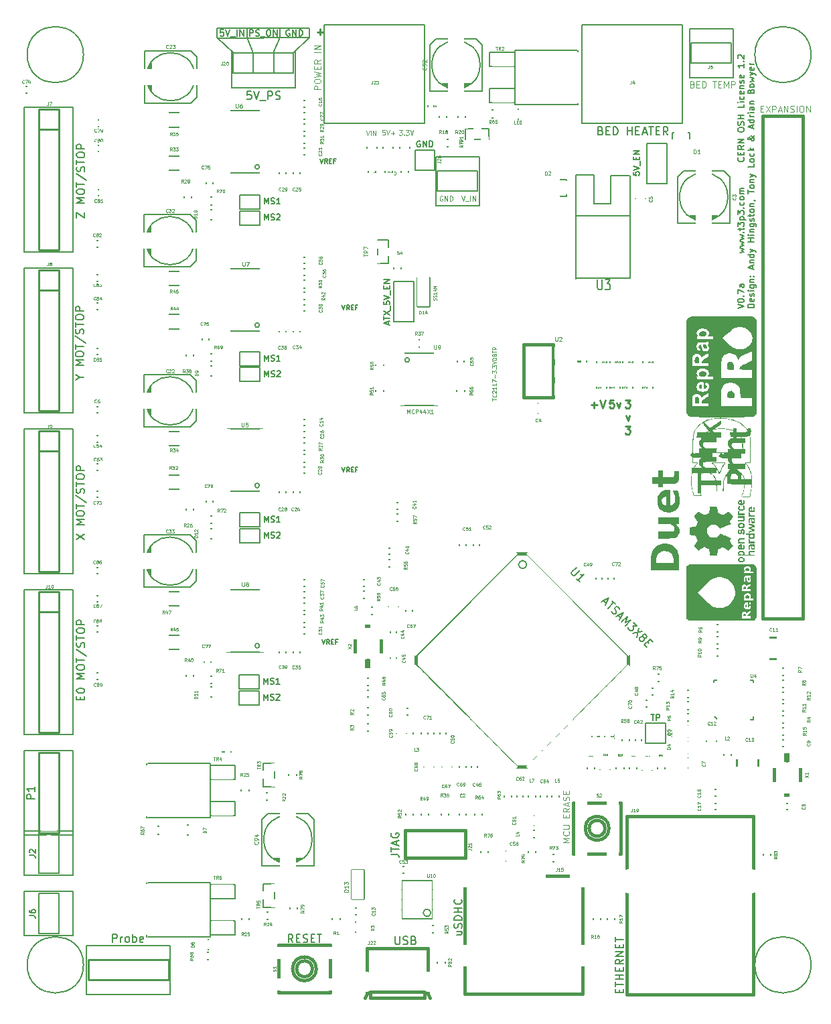
<source format=gto>
G04 (created by PCBNEW (2013-05-18 BZR 4017)-stable) date Wed 14 Jan 2015 17:50:38 GMT*
%MOIN*%
G04 Gerber Fmt 3.4, Leading zero omitted, Abs format*
%FSLAX34Y34*%
G01*
G70*
G90*
G04 APERTURE LIST*
%ADD10C,0.00590551*%
%ADD11C,0.00984252*%
%ADD12C,0.01025*%
%ADD13C,0.0103*%
%ADD14C,0.0069*%
%ADD15C,0.005*%
%ADD16C,0.015*%
%ADD17C,0.0067*%
%ADD18C,0.0059*%
%ADD19C,0.006*%
%ADD20C,0.0079*%
%ADD21C,0.0039*%
%ADD22C,0.01*%
%ADD23C,0.0098*%
%ADD24C,0.008*%
%ADD25C,0.0001*%
%ADD26C,0.012*%
%ADD27C,0.0047*%
%ADD28C,0.0049*%
%ADD29C,0.0043*%
%ADD30C,0.002*%
%ADD31C,0.0016*%
%ADD32C,0.0048*%
%ADD33C,0.001975*%
%ADD34C,0.0035*%
%ADD35C,0.00395*%
%ADD36C,0.004*%
%ADD37C,0.0044*%
%ADD38C,0.0028*%
%ADD39C,0.2169*%
%ADD40R,0.0987X0.0987*%
%ADD41C,0.1184*%
%ADD42R,0.1342X0.0948*%
%ADD43O,0.0594X0.0692*%
%ADD44R,0.0357X0.0731*%
%ADD45O,0.0948X0.1027*%
%ADD46C,0.0535*%
%ADD47R,0.083X0.1381*%
%ADD48R,0.2483X0.2641*%
%ADD49R,0.08X0.08*%
%ADD50C,0.08*%
%ADD51R,0.0779X0.0365*%
%ADD52R,0.1381X0.1901*%
%ADD53R,0.0594X0.146*%
%ADD54R,0.146X0.0594*%
%ADD55R,0.0594X0.0436*%
%ADD56R,0.0436X0.0594*%
%ADD57R,0.1X0.164*%
%ADD58R,0.1X0.06*%
%ADD59R,0.1617X0.083*%
%ADD60R,0.083X0.1617*%
%ADD61R,0.0574X0.0594*%
%ADD62R,0.0594X0.0574*%
%ADD63R,0.0653X0.0909*%
%ADD64R,0.0653X0.0771*%
%ADD65R,0.0771X0.0653*%
%ADD66R,0.1106X0.0712*%
%ADD67R,0.2759X0.2523*%
%ADD68R,0.1342X0.0791*%
%ADD69R,0.0791X0.1342*%
%ADD70R,0.0594X0.0594*%
%ADD71C,0.0594*%
%ADD72R,0.0633X0.0987*%
%ADD73R,0.0633X0.0515*%
%ADD74R,0.0672X0.1066*%
%ADD75R,0.0672X0.0751*%
%ADD76R,0.083X0.0751*%
%ADD77R,0.0476X0.083*%
%ADD78R,0.07X0.045*%
%ADD79R,0.0298X0.0436*%
%ADD80R,0.0436X0.0298*%
%ADD81R,0.1499X0.1499*%
%ADD82R,0.12X0.1251*%
%ADD83R,0.07X0.05*%
%ADD84R,0.1251X0.12*%
%ADD85R,0.05X0.07*%
%ADD86C,0.1499*%
%ADD87C,0.12*%
%ADD88R,0.0672X0.0909*%
%ADD89C,0.0515*%
%ADD90C,0.1576*%
%ADD91R,0.029X0.054*%
G04 APERTURE END LIST*
G54D10*
G54D11*
X31118Y29672D02*
X31362Y29672D01*
X31231Y29522D01*
X31287Y29522D01*
X31324Y29503D01*
X31343Y29484D01*
X31362Y29447D01*
X31362Y29353D01*
X31343Y29316D01*
X31324Y29297D01*
X31287Y29278D01*
X31175Y29278D01*
X31137Y29297D01*
X31118Y29316D01*
X31156Y28891D02*
X31250Y28629D01*
X31343Y28891D01*
X31118Y28373D02*
X31362Y28373D01*
X31231Y28223D01*
X31287Y28223D01*
X31324Y28204D01*
X31343Y28185D01*
X31362Y28148D01*
X31362Y28054D01*
X31343Y28016D01*
X31324Y27998D01*
X31287Y27979D01*
X31175Y27979D01*
X31137Y27998D01*
X31118Y28016D01*
X30543Y29672D02*
X30356Y29672D01*
X30337Y29484D01*
X30356Y29503D01*
X30393Y29522D01*
X30487Y29522D01*
X30525Y29503D01*
X30543Y29484D01*
X30562Y29447D01*
X30562Y29353D01*
X30543Y29316D01*
X30525Y29297D01*
X30487Y29278D01*
X30393Y29278D01*
X30356Y29297D01*
X30337Y29316D01*
X30693Y29541D02*
X30787Y29278D01*
X30881Y29541D01*
X29431Y29428D02*
X29731Y29428D01*
X29581Y29278D02*
X29581Y29578D01*
X29862Y29672D02*
X29993Y29278D01*
X30124Y29672D01*
G54D12*
X15783Y47978D02*
X16096Y47978D01*
X15940Y47822D02*
X15940Y48134D01*
G54D13*
G54D14*
X36719Y34223D02*
X37034Y34328D01*
X36719Y34433D01*
X36719Y34598D02*
X36719Y34628D01*
X36734Y34658D01*
X36749Y34673D01*
X36779Y34688D01*
X36839Y34703D01*
X36914Y34703D01*
X36974Y34688D01*
X37004Y34673D01*
X37019Y34658D01*
X37034Y34628D01*
X37034Y34598D01*
X37019Y34568D01*
X37004Y34553D01*
X36974Y34538D01*
X36914Y34523D01*
X36839Y34523D01*
X36779Y34538D01*
X36749Y34553D01*
X36734Y34568D01*
X36719Y34598D01*
X37004Y34838D02*
X37019Y34853D01*
X37034Y34838D01*
X37019Y34823D01*
X37004Y34838D01*
X37034Y34838D01*
X36719Y34958D02*
X36719Y35168D01*
X37034Y35033D01*
X37034Y35423D02*
X36869Y35423D01*
X36839Y35408D01*
X36824Y35378D01*
X36824Y35318D01*
X36839Y35288D01*
X37019Y35423D02*
X37034Y35393D01*
X37034Y35318D01*
X37019Y35288D01*
X36989Y35273D01*
X36959Y35273D01*
X36929Y35288D01*
X36914Y35318D01*
X36914Y35393D01*
X36899Y35423D01*
X36824Y36983D02*
X37034Y37043D01*
X36884Y37103D01*
X37034Y37163D01*
X36824Y37223D01*
X36824Y37313D02*
X37034Y37373D01*
X36884Y37433D01*
X37034Y37493D01*
X36824Y37553D01*
X36824Y37643D02*
X37034Y37703D01*
X36884Y37763D01*
X37034Y37823D01*
X36824Y37883D01*
X37004Y38003D02*
X37019Y38018D01*
X37034Y38003D01*
X37019Y37988D01*
X37004Y38003D01*
X37034Y38003D01*
X36824Y38108D02*
X36824Y38228D01*
X36719Y38153D02*
X36989Y38153D01*
X37019Y38168D01*
X37034Y38198D01*
X37034Y38228D01*
X36719Y38303D02*
X36719Y38498D01*
X36839Y38393D01*
X36839Y38438D01*
X36854Y38468D01*
X36869Y38483D01*
X36899Y38498D01*
X36974Y38498D01*
X37004Y38483D01*
X37019Y38468D01*
X37034Y38438D01*
X37034Y38348D01*
X37019Y38318D01*
X37004Y38303D01*
X36824Y38633D02*
X37139Y38633D01*
X36839Y38633D02*
X36824Y38663D01*
X36824Y38723D01*
X36839Y38753D01*
X36854Y38768D01*
X36884Y38783D01*
X36974Y38783D01*
X37004Y38768D01*
X37019Y38753D01*
X37034Y38723D01*
X37034Y38663D01*
X37019Y38633D01*
X36719Y38888D02*
X36719Y39083D01*
X36839Y38978D01*
X36839Y39023D01*
X36854Y39053D01*
X36869Y39068D01*
X36899Y39083D01*
X36974Y39083D01*
X37004Y39068D01*
X37019Y39053D01*
X37034Y39023D01*
X37034Y38933D01*
X37019Y38903D01*
X37004Y38888D01*
X37004Y39218D02*
X37019Y39233D01*
X37034Y39218D01*
X37019Y39203D01*
X37004Y39218D01*
X37034Y39218D01*
X37019Y39503D02*
X37034Y39473D01*
X37034Y39413D01*
X37019Y39383D01*
X37004Y39368D01*
X36974Y39353D01*
X36884Y39353D01*
X36854Y39368D01*
X36839Y39383D01*
X36824Y39413D01*
X36824Y39473D01*
X36839Y39503D01*
X37034Y39683D02*
X37019Y39653D01*
X37004Y39638D01*
X36974Y39623D01*
X36884Y39623D01*
X36854Y39638D01*
X36839Y39653D01*
X36824Y39683D01*
X36824Y39728D01*
X36839Y39758D01*
X36854Y39773D01*
X36884Y39788D01*
X36974Y39788D01*
X37004Y39773D01*
X37019Y39758D01*
X37034Y39728D01*
X37034Y39683D01*
X37034Y39923D02*
X36824Y39923D01*
X36854Y39923D02*
X36839Y39938D01*
X36824Y39968D01*
X36824Y40013D01*
X36839Y40043D01*
X36869Y40058D01*
X37034Y40058D01*
X36869Y40058D02*
X36839Y40073D01*
X36824Y40103D01*
X36824Y40148D01*
X36839Y40178D01*
X36869Y40193D01*
X37034Y40193D01*
X37004Y41723D02*
X37019Y41708D01*
X37034Y41663D01*
X37034Y41633D01*
X37019Y41588D01*
X36989Y41558D01*
X36959Y41543D01*
X36899Y41528D01*
X36854Y41528D01*
X36794Y41543D01*
X36764Y41558D01*
X36734Y41588D01*
X36719Y41633D01*
X36719Y41663D01*
X36734Y41708D01*
X36749Y41723D01*
X36869Y41858D02*
X36869Y41963D01*
X37034Y42008D02*
X37034Y41858D01*
X36719Y41858D01*
X36719Y42008D01*
X37034Y42323D02*
X36884Y42218D01*
X37034Y42143D02*
X36719Y42143D01*
X36719Y42263D01*
X36734Y42293D01*
X36749Y42308D01*
X36779Y42323D01*
X36824Y42323D01*
X36854Y42308D01*
X36869Y42293D01*
X36884Y42263D01*
X36884Y42143D01*
X37034Y42458D02*
X36719Y42458D01*
X37034Y42638D01*
X36719Y42638D01*
X36719Y43088D02*
X36719Y43148D01*
X36734Y43178D01*
X36764Y43208D01*
X36824Y43223D01*
X36929Y43223D01*
X36989Y43208D01*
X37019Y43178D01*
X37034Y43148D01*
X37034Y43088D01*
X37019Y43058D01*
X36989Y43028D01*
X36929Y43013D01*
X36824Y43013D01*
X36764Y43028D01*
X36734Y43058D01*
X36719Y43088D01*
X37019Y43343D02*
X37034Y43388D01*
X37034Y43463D01*
X37019Y43493D01*
X37004Y43508D01*
X36974Y43523D01*
X36944Y43523D01*
X36914Y43508D01*
X36899Y43493D01*
X36884Y43463D01*
X36869Y43403D01*
X36854Y43373D01*
X36839Y43358D01*
X36809Y43343D01*
X36779Y43343D01*
X36749Y43358D01*
X36734Y43373D01*
X36719Y43403D01*
X36719Y43478D01*
X36734Y43523D01*
X37034Y43658D02*
X36719Y43658D01*
X36869Y43658D02*
X36869Y43838D01*
X37034Y43838D02*
X36719Y43838D01*
X37034Y44378D02*
X37034Y44228D01*
X36719Y44228D01*
X37034Y44483D02*
X36824Y44483D01*
X36719Y44483D02*
X36734Y44468D01*
X36749Y44483D01*
X36734Y44498D01*
X36719Y44483D01*
X36749Y44483D01*
X37019Y44768D02*
X37034Y44738D01*
X37034Y44678D01*
X37019Y44648D01*
X37004Y44633D01*
X36974Y44618D01*
X36884Y44618D01*
X36854Y44633D01*
X36839Y44648D01*
X36824Y44678D01*
X36824Y44738D01*
X36839Y44768D01*
X37019Y45023D02*
X37034Y44993D01*
X37034Y44933D01*
X37019Y44903D01*
X36989Y44888D01*
X36869Y44888D01*
X36839Y44903D01*
X36824Y44933D01*
X36824Y44993D01*
X36839Y45023D01*
X36869Y45038D01*
X36899Y45038D01*
X36929Y44888D01*
X36824Y45173D02*
X37034Y45173D01*
X36854Y45173D02*
X36839Y45188D01*
X36824Y45218D01*
X36824Y45263D01*
X36839Y45293D01*
X36869Y45308D01*
X37034Y45308D01*
X37019Y45443D02*
X37034Y45473D01*
X37034Y45533D01*
X37019Y45563D01*
X36989Y45578D01*
X36974Y45578D01*
X36944Y45563D01*
X36929Y45533D01*
X36929Y45488D01*
X36914Y45458D01*
X36884Y45443D01*
X36869Y45443D01*
X36839Y45458D01*
X36824Y45488D01*
X36824Y45533D01*
X36839Y45563D01*
X37019Y45833D02*
X37034Y45803D01*
X37034Y45743D01*
X37019Y45713D01*
X36989Y45698D01*
X36869Y45698D01*
X36839Y45713D01*
X36824Y45743D01*
X36824Y45803D01*
X36839Y45833D01*
X36869Y45848D01*
X36899Y45848D01*
X36929Y45698D01*
X37034Y46388D02*
X37034Y46208D01*
X37034Y46298D02*
X36719Y46298D01*
X36764Y46268D01*
X36794Y46238D01*
X36809Y46208D01*
X37004Y46523D02*
X37019Y46538D01*
X37034Y46523D01*
X37019Y46508D01*
X37004Y46523D01*
X37034Y46523D01*
X36749Y46658D02*
X36734Y46673D01*
X36719Y46703D01*
X36719Y46778D01*
X36734Y46808D01*
X36749Y46823D01*
X36779Y46838D01*
X36809Y46838D01*
X36854Y46823D01*
X37034Y46643D01*
X37034Y46838D01*
X37544Y34268D02*
X37229Y34268D01*
X37229Y34343D01*
X37244Y34388D01*
X37274Y34418D01*
X37304Y34433D01*
X37364Y34448D01*
X37409Y34448D01*
X37469Y34433D01*
X37499Y34418D01*
X37529Y34388D01*
X37544Y34343D01*
X37544Y34268D01*
X37529Y34703D02*
X37544Y34673D01*
X37544Y34613D01*
X37529Y34583D01*
X37499Y34568D01*
X37379Y34568D01*
X37349Y34583D01*
X37334Y34613D01*
X37334Y34673D01*
X37349Y34703D01*
X37379Y34718D01*
X37409Y34718D01*
X37439Y34568D01*
X37529Y34838D02*
X37544Y34868D01*
X37544Y34928D01*
X37529Y34958D01*
X37499Y34973D01*
X37484Y34973D01*
X37454Y34958D01*
X37439Y34928D01*
X37439Y34883D01*
X37424Y34853D01*
X37394Y34838D01*
X37379Y34838D01*
X37349Y34853D01*
X37334Y34883D01*
X37334Y34928D01*
X37349Y34958D01*
X37544Y35108D02*
X37334Y35108D01*
X37229Y35108D02*
X37244Y35093D01*
X37259Y35108D01*
X37244Y35123D01*
X37229Y35108D01*
X37259Y35108D01*
X37334Y35393D02*
X37589Y35393D01*
X37619Y35378D01*
X37634Y35363D01*
X37649Y35333D01*
X37649Y35288D01*
X37634Y35258D01*
X37529Y35393D02*
X37544Y35363D01*
X37544Y35303D01*
X37529Y35273D01*
X37514Y35258D01*
X37484Y35243D01*
X37394Y35243D01*
X37364Y35258D01*
X37349Y35273D01*
X37334Y35303D01*
X37334Y35363D01*
X37349Y35393D01*
X37334Y35543D02*
X37544Y35543D01*
X37364Y35543D02*
X37349Y35558D01*
X37334Y35588D01*
X37334Y35633D01*
X37349Y35663D01*
X37379Y35678D01*
X37544Y35678D01*
X37514Y35828D02*
X37529Y35843D01*
X37544Y35828D01*
X37529Y35813D01*
X37514Y35828D01*
X37544Y35828D01*
X37349Y35828D02*
X37364Y35843D01*
X37379Y35828D01*
X37364Y35813D01*
X37349Y35828D01*
X37379Y35828D01*
X37454Y36203D02*
X37454Y36353D01*
X37544Y36173D02*
X37229Y36278D01*
X37544Y36383D01*
X37334Y36488D02*
X37544Y36488D01*
X37364Y36488D02*
X37349Y36503D01*
X37334Y36533D01*
X37334Y36578D01*
X37349Y36608D01*
X37379Y36623D01*
X37544Y36623D01*
X37544Y36908D02*
X37229Y36908D01*
X37529Y36908D02*
X37544Y36878D01*
X37544Y36818D01*
X37529Y36788D01*
X37514Y36773D01*
X37484Y36758D01*
X37394Y36758D01*
X37364Y36773D01*
X37349Y36788D01*
X37334Y36818D01*
X37334Y36878D01*
X37349Y36908D01*
X37334Y37028D02*
X37544Y37103D01*
X37334Y37178D02*
X37544Y37103D01*
X37619Y37073D01*
X37634Y37058D01*
X37649Y37028D01*
X37544Y37538D02*
X37229Y37538D01*
X37379Y37538D02*
X37379Y37718D01*
X37544Y37718D02*
X37229Y37718D01*
X37544Y37868D02*
X37334Y37868D01*
X37229Y37868D02*
X37244Y37853D01*
X37259Y37868D01*
X37244Y37883D01*
X37229Y37868D01*
X37259Y37868D01*
X37334Y38018D02*
X37544Y38018D01*
X37364Y38018D02*
X37349Y38033D01*
X37334Y38063D01*
X37334Y38108D01*
X37349Y38138D01*
X37379Y38153D01*
X37544Y38153D01*
X37334Y38438D02*
X37589Y38438D01*
X37619Y38423D01*
X37634Y38408D01*
X37649Y38378D01*
X37649Y38333D01*
X37634Y38303D01*
X37529Y38438D02*
X37544Y38408D01*
X37544Y38348D01*
X37529Y38318D01*
X37514Y38303D01*
X37484Y38288D01*
X37394Y38288D01*
X37364Y38303D01*
X37349Y38318D01*
X37334Y38348D01*
X37334Y38408D01*
X37349Y38438D01*
X37529Y38573D02*
X37544Y38603D01*
X37544Y38663D01*
X37529Y38693D01*
X37499Y38708D01*
X37484Y38708D01*
X37454Y38693D01*
X37439Y38663D01*
X37439Y38618D01*
X37424Y38588D01*
X37394Y38573D01*
X37379Y38573D01*
X37349Y38588D01*
X37334Y38618D01*
X37334Y38663D01*
X37349Y38693D01*
X37334Y38798D02*
X37334Y38918D01*
X37229Y38843D02*
X37499Y38843D01*
X37529Y38858D01*
X37544Y38888D01*
X37544Y38918D01*
X37544Y39068D02*
X37529Y39038D01*
X37514Y39023D01*
X37484Y39008D01*
X37394Y39008D01*
X37364Y39023D01*
X37349Y39038D01*
X37334Y39068D01*
X37334Y39113D01*
X37349Y39143D01*
X37364Y39158D01*
X37394Y39173D01*
X37484Y39173D01*
X37514Y39158D01*
X37529Y39143D01*
X37544Y39113D01*
X37544Y39068D01*
X37334Y39308D02*
X37544Y39308D01*
X37364Y39308D02*
X37349Y39323D01*
X37334Y39353D01*
X37334Y39398D01*
X37349Y39428D01*
X37379Y39443D01*
X37544Y39443D01*
X37529Y39608D02*
X37544Y39608D01*
X37574Y39593D01*
X37589Y39578D01*
X37229Y39938D02*
X37229Y40118D01*
X37544Y40028D02*
X37229Y40028D01*
X37544Y40268D02*
X37529Y40238D01*
X37514Y40223D01*
X37484Y40208D01*
X37394Y40208D01*
X37364Y40223D01*
X37349Y40238D01*
X37334Y40268D01*
X37334Y40313D01*
X37349Y40343D01*
X37364Y40358D01*
X37394Y40373D01*
X37484Y40373D01*
X37514Y40358D01*
X37529Y40343D01*
X37544Y40313D01*
X37544Y40268D01*
X37334Y40508D02*
X37544Y40508D01*
X37364Y40508D02*
X37349Y40523D01*
X37334Y40553D01*
X37334Y40598D01*
X37349Y40628D01*
X37379Y40643D01*
X37544Y40643D01*
X37334Y40763D02*
X37544Y40838D01*
X37334Y40913D02*
X37544Y40838D01*
X37619Y40808D01*
X37634Y40793D01*
X37649Y40763D01*
X37544Y41423D02*
X37544Y41273D01*
X37229Y41273D01*
X37544Y41573D02*
X37529Y41543D01*
X37514Y41528D01*
X37484Y41513D01*
X37394Y41513D01*
X37364Y41528D01*
X37349Y41543D01*
X37334Y41573D01*
X37334Y41618D01*
X37349Y41648D01*
X37364Y41663D01*
X37394Y41678D01*
X37484Y41678D01*
X37514Y41663D01*
X37529Y41648D01*
X37544Y41618D01*
X37544Y41573D01*
X37529Y41948D02*
X37544Y41918D01*
X37544Y41858D01*
X37529Y41828D01*
X37514Y41813D01*
X37484Y41798D01*
X37394Y41798D01*
X37364Y41813D01*
X37349Y41828D01*
X37334Y41858D01*
X37334Y41918D01*
X37349Y41948D01*
X37544Y42083D02*
X37229Y42083D01*
X37424Y42113D02*
X37544Y42203D01*
X37334Y42203D02*
X37454Y42083D01*
X37544Y42833D02*
X37544Y42818D01*
X37529Y42788D01*
X37484Y42743D01*
X37394Y42668D01*
X37349Y42638D01*
X37304Y42623D01*
X37274Y42623D01*
X37244Y42638D01*
X37229Y42668D01*
X37229Y42683D01*
X37244Y42713D01*
X37274Y42728D01*
X37289Y42728D01*
X37319Y42713D01*
X37334Y42698D01*
X37394Y42608D01*
X37409Y42593D01*
X37439Y42578D01*
X37484Y42578D01*
X37514Y42593D01*
X37529Y42608D01*
X37544Y42638D01*
X37544Y42683D01*
X37529Y42713D01*
X37514Y42728D01*
X37454Y42773D01*
X37409Y42788D01*
X37379Y42788D01*
X37454Y43193D02*
X37454Y43343D01*
X37544Y43163D02*
X37229Y43268D01*
X37544Y43373D01*
X37544Y43613D02*
X37229Y43613D01*
X37529Y43613D02*
X37544Y43583D01*
X37544Y43523D01*
X37529Y43493D01*
X37514Y43478D01*
X37484Y43463D01*
X37394Y43463D01*
X37364Y43478D01*
X37349Y43493D01*
X37334Y43523D01*
X37334Y43583D01*
X37349Y43613D01*
X37544Y43763D02*
X37334Y43763D01*
X37394Y43763D02*
X37364Y43778D01*
X37349Y43793D01*
X37334Y43823D01*
X37334Y43853D01*
X37544Y43958D02*
X37334Y43958D01*
X37229Y43958D02*
X37244Y43943D01*
X37259Y43958D01*
X37244Y43973D01*
X37229Y43958D01*
X37259Y43958D01*
X37544Y44243D02*
X37379Y44243D01*
X37349Y44228D01*
X37334Y44198D01*
X37334Y44138D01*
X37349Y44108D01*
X37529Y44243D02*
X37544Y44213D01*
X37544Y44138D01*
X37529Y44108D01*
X37499Y44093D01*
X37469Y44093D01*
X37439Y44108D01*
X37424Y44138D01*
X37424Y44213D01*
X37409Y44243D01*
X37334Y44393D02*
X37544Y44393D01*
X37364Y44393D02*
X37349Y44408D01*
X37334Y44438D01*
X37334Y44483D01*
X37349Y44513D01*
X37379Y44528D01*
X37544Y44528D01*
X37379Y45023D02*
X37394Y45068D01*
X37409Y45083D01*
X37439Y45098D01*
X37484Y45098D01*
X37514Y45083D01*
X37529Y45068D01*
X37544Y45038D01*
X37544Y44918D01*
X37229Y44918D01*
X37229Y45023D01*
X37244Y45053D01*
X37259Y45068D01*
X37289Y45083D01*
X37319Y45083D01*
X37349Y45068D01*
X37364Y45053D01*
X37379Y45023D01*
X37379Y44918D01*
X37544Y45278D02*
X37529Y45248D01*
X37514Y45233D01*
X37484Y45218D01*
X37394Y45218D01*
X37364Y45233D01*
X37349Y45248D01*
X37334Y45278D01*
X37334Y45323D01*
X37349Y45353D01*
X37364Y45368D01*
X37394Y45383D01*
X37484Y45383D01*
X37514Y45368D01*
X37529Y45353D01*
X37544Y45323D01*
X37544Y45278D01*
X37334Y45488D02*
X37544Y45548D01*
X37394Y45608D01*
X37544Y45668D01*
X37334Y45728D01*
X37334Y45818D02*
X37544Y45893D01*
X37334Y45968D02*
X37544Y45893D01*
X37619Y45863D01*
X37634Y45848D01*
X37649Y45818D01*
X37529Y46208D02*
X37544Y46178D01*
X37544Y46118D01*
X37529Y46088D01*
X37499Y46073D01*
X37379Y46073D01*
X37349Y46088D01*
X37334Y46118D01*
X37334Y46178D01*
X37349Y46208D01*
X37379Y46223D01*
X37409Y46223D01*
X37439Y46073D01*
X37544Y46358D02*
X37334Y46358D01*
X37394Y46358D02*
X37364Y46373D01*
X37349Y46388D01*
X37334Y46418D01*
X37334Y46448D01*
G54D15*
X4154Y1575D02*
G75*
G03X4154Y1575I-1400J0D01*
G74*
G01*
X21140Y48346D02*
X16140Y48346D01*
X21140Y43425D02*
X21140Y48346D01*
X16140Y43425D02*
X16140Y48346D01*
X16144Y43425D02*
X21128Y43425D01*
G54D16*
X21277Y196D02*
X21395Y-79D01*
X18285Y196D02*
X18167Y-79D01*
X18275Y236D02*
X18275Y2401D01*
X21287Y236D02*
X21287Y2401D01*
X21139Y-59D02*
X21139Y196D01*
X18423Y-59D02*
X18423Y196D01*
X21139Y-63D02*
X18423Y-63D01*
X18275Y2409D02*
X21287Y2409D01*
X21287Y228D02*
X18275Y228D01*
G54D15*
X31360Y38823D02*
X31360Y40835D01*
X28655Y35713D02*
X28655Y38827D01*
X28655Y38827D02*
X28655Y40859D01*
X28655Y40859D02*
X29577Y40859D01*
X29577Y40859D02*
X29577Y39438D01*
X29577Y39438D02*
X30411Y39438D01*
X30411Y39438D02*
X30411Y40835D01*
X30411Y40835D02*
X31336Y40835D01*
X31336Y40835D02*
X31344Y40835D01*
X28660Y38825D02*
X31360Y38825D01*
X31364Y38818D02*
X31364Y35718D01*
X31359Y35719D02*
X28659Y35719D01*
G54D17*
X14702Y45218D02*
X14702Y46990D01*
X11530Y45204D02*
X11530Y47026D01*
X10820Y47682D02*
X15410Y47684D01*
X13616Y46924D02*
X13930Y47692D01*
X13930Y47692D02*
X13928Y48166D01*
X12610Y46930D02*
X12300Y47692D01*
X12300Y47692D02*
X12300Y48156D01*
X10814Y48090D02*
X10814Y48170D01*
X10814Y48170D02*
X15410Y48174D01*
X15410Y48174D02*
X15410Y47688D01*
X14612Y46924D02*
X15414Y47692D01*
X11622Y46920D02*
X10814Y47692D01*
X10814Y47692D02*
X10814Y48118D01*
X13618Y45944D02*
X13618Y46906D01*
X13618Y46906D02*
X13618Y46916D01*
G54D18*
X14705Y45210D02*
X11523Y45210D01*
G54D19*
X11614Y45930D02*
X11614Y46930D01*
X11614Y46930D02*
X14614Y46930D01*
X14614Y46930D02*
X14614Y45930D01*
X14614Y45930D02*
X11614Y45930D01*
X12614Y46930D02*
X12614Y45930D01*
G54D15*
X11301Y36193D02*
X11301Y33093D01*
X11301Y33093D02*
X13101Y33093D01*
X13101Y33093D02*
X13101Y36193D01*
X13101Y36193D02*
X11301Y36193D01*
X12912Y33393D02*
G75*
G03X12912Y33393I-111J0D01*
G74*
G01*
X11300Y28220D02*
X11300Y25120D01*
X11300Y25120D02*
X13100Y25120D01*
X13100Y25120D02*
X13100Y28220D01*
X13100Y28220D02*
X11300Y28220D01*
X12911Y25420D02*
G75*
G03X12911Y25420I-111J0D01*
G74*
G01*
X11300Y20249D02*
X11300Y17149D01*
X11300Y17149D02*
X13100Y17149D01*
X13100Y17149D02*
X13100Y20249D01*
X13100Y20249D02*
X11300Y20249D01*
X12911Y17449D02*
G75*
G03X12911Y17449I-111J0D01*
G74*
G01*
X11302Y44069D02*
X11302Y40969D01*
X11302Y40969D02*
X13102Y40969D01*
X13102Y40969D02*
X13102Y44069D01*
X13102Y44069D02*
X11302Y44069D01*
X12913Y41269D02*
G75*
G03X12913Y41269I-111J0D01*
G74*
G01*
X21764Y29409D02*
X21764Y32009D01*
X21764Y32009D02*
X19964Y32009D01*
X19964Y32009D02*
X19964Y29409D01*
X19964Y29409D02*
X21764Y29409D01*
X20375Y31659D02*
G75*
G03X20375Y31659I-111J0D01*
G74*
G01*
G54D16*
X30116Y8366D02*
G75*
G03X30116Y8366I-394J0D01*
G74*
G01*
X30313Y8366D02*
G75*
G03X30313Y8366I-591J0D01*
G74*
G01*
X28541Y7086D02*
X28541Y9646D01*
X28541Y9646D02*
X30903Y9646D01*
X30903Y9646D02*
X30903Y7086D01*
X30903Y7086D02*
X28541Y7086D01*
X15549Y1378D02*
G75*
G03X15549Y1378I-394J0D01*
G74*
G01*
X15746Y1378D02*
G75*
G03X15746Y1378I-591J0D01*
G74*
G01*
X13875Y2559D02*
X16435Y2559D01*
X16435Y2559D02*
X16435Y197D01*
X16435Y197D02*
X13875Y197D01*
X13875Y197D02*
X13875Y2559D01*
G54D15*
X13659Y5395D02*
X13919Y5395D01*
X13659Y4645D02*
X13919Y4645D01*
X13109Y5020D02*
X12849Y5020D01*
X13109Y4430D02*
X13109Y5610D01*
X13109Y5610D02*
X13659Y5610D01*
X13659Y5610D02*
X13659Y4430D01*
X13659Y4430D02*
X13109Y4430D01*
X13659Y11399D02*
X13919Y11399D01*
X13659Y10649D02*
X13919Y10649D01*
X13109Y11024D02*
X12849Y11024D01*
X13109Y10434D02*
X13109Y11614D01*
X13109Y11614D02*
X13659Y11614D01*
X13659Y11614D02*
X13659Y10434D01*
X13659Y10434D02*
X13109Y10434D01*
X24133Y42619D02*
X24133Y42359D01*
X23383Y42619D02*
X23383Y42359D01*
X23758Y43169D02*
X23758Y43429D01*
X23168Y43169D02*
X24348Y43169D01*
X24348Y43169D02*
X24348Y42619D01*
X24348Y42619D02*
X23168Y42619D01*
X23168Y42619D02*
X23168Y43169D01*
G54D16*
X26081Y30515D02*
X25352Y30515D01*
X25352Y30515D02*
X25352Y31697D01*
X25352Y31697D02*
X26081Y31697D01*
X27537Y32012D02*
X28266Y32012D01*
X27537Y31106D02*
X28266Y31106D01*
X27537Y30200D02*
X28266Y30200D01*
X26081Y29787D02*
X26081Y32425D01*
X26081Y32425D02*
X27537Y32425D01*
X27537Y32425D02*
X27537Y29787D01*
X27537Y29787D02*
X26081Y29787D01*
G54D15*
X7344Y46048D02*
X7344Y45448D01*
X7394Y45298D02*
X7394Y46198D01*
X7444Y46298D02*
X7444Y45198D01*
X7494Y45098D02*
X7494Y46398D01*
X7544Y46448D02*
X7544Y45048D01*
X9694Y45748D02*
G75*
G03X9694Y45748I-1200J0D01*
G74*
G01*
X7194Y47048D02*
X7194Y44448D01*
X7194Y44448D02*
X9494Y44448D01*
X9494Y44448D02*
X9794Y44748D01*
X9794Y44748D02*
X9794Y46748D01*
X9794Y46748D02*
X9494Y47048D01*
X9494Y47048D02*
X7194Y47048D01*
X9344Y45748D02*
X9044Y45748D01*
X9194Y45898D02*
X9194Y45598D01*
X7313Y21954D02*
X7313Y21354D01*
X7363Y21204D02*
X7363Y22104D01*
X7413Y22204D02*
X7413Y21104D01*
X7463Y21004D02*
X7463Y22304D01*
X7513Y22354D02*
X7513Y20954D01*
X9663Y21654D02*
G75*
G03X9663Y21654I-1200J0D01*
G74*
G01*
X7163Y22954D02*
X7163Y20354D01*
X7163Y20354D02*
X9463Y20354D01*
X9463Y20354D02*
X9763Y20654D01*
X9763Y20654D02*
X9763Y22654D01*
X9763Y22654D02*
X9463Y22954D01*
X9463Y22954D02*
X7163Y22954D01*
X9313Y21654D02*
X9013Y21654D01*
X9163Y21804D02*
X9163Y21504D01*
X7313Y37898D02*
X7313Y37298D01*
X7363Y37148D02*
X7363Y38048D01*
X7413Y38148D02*
X7413Y37048D01*
X7463Y36948D02*
X7463Y38248D01*
X7513Y38298D02*
X7513Y36898D01*
X9663Y37598D02*
G75*
G03X9663Y37598I-1200J0D01*
G74*
G01*
X7163Y38898D02*
X7163Y36298D01*
X7163Y36298D02*
X9463Y36298D01*
X9463Y36298D02*
X9763Y36598D01*
X9763Y36598D02*
X9763Y38598D01*
X9763Y38598D02*
X9463Y38898D01*
X9463Y38898D02*
X7163Y38898D01*
X9313Y37598D02*
X9013Y37598D01*
X9163Y37748D02*
X9163Y37448D01*
X7313Y29926D02*
X7313Y29326D01*
X7363Y29176D02*
X7363Y30076D01*
X7413Y30176D02*
X7413Y29076D01*
X7463Y28976D02*
X7463Y30276D01*
X7513Y30326D02*
X7513Y28926D01*
X9663Y29626D02*
G75*
G03X9663Y29626I-1200J0D01*
G74*
G01*
X7163Y30926D02*
X7163Y28326D01*
X7163Y28326D02*
X9463Y28326D01*
X9463Y28326D02*
X9763Y28626D01*
X9763Y28626D02*
X9763Y30626D01*
X9763Y30626D02*
X9463Y30926D01*
X9463Y30926D02*
X7163Y30926D01*
X9313Y29626D02*
X9013Y29626D01*
X9163Y29776D02*
X9163Y29476D01*
X34729Y38622D02*
X35329Y38622D01*
X35479Y38672D02*
X34579Y38672D01*
X34479Y38722D02*
X35579Y38722D01*
X35679Y38772D02*
X34379Y38772D01*
X34329Y38822D02*
X35729Y38822D01*
X36229Y39772D02*
G75*
G03X36229Y39772I-1200J0D01*
G74*
G01*
X33729Y38472D02*
X36329Y38472D01*
X36329Y38472D02*
X36329Y40772D01*
X36329Y40772D02*
X36029Y41072D01*
X36029Y41072D02*
X34029Y41072D01*
X34029Y41072D02*
X33729Y40772D01*
X33729Y40772D02*
X33729Y38472D01*
X35029Y40622D02*
X35029Y40322D01*
X34879Y40472D02*
X35179Y40472D01*
G54D20*
X35382Y18494D02*
X36070Y18494D01*
X36070Y18494D02*
X36070Y18120D01*
X36070Y18120D02*
X35382Y18120D01*
X35382Y18120D02*
X35382Y18494D01*
X39317Y15955D02*
X38629Y15955D01*
X38629Y15955D02*
X38629Y16329D01*
X38629Y16329D02*
X39317Y16329D01*
X39317Y16329D02*
X39317Y15955D01*
X39317Y15364D02*
X38629Y15364D01*
X38629Y15364D02*
X38629Y15738D01*
X38629Y15738D02*
X39317Y15738D01*
X39317Y15738D02*
X39317Y15364D01*
X35382Y17904D02*
X36070Y17904D01*
X36070Y17904D02*
X36070Y17530D01*
X36070Y17530D02*
X35382Y17530D01*
X35382Y17530D02*
X35382Y17904D01*
X35382Y17313D02*
X36070Y17313D01*
X36070Y17313D02*
X36070Y16939D01*
X36070Y16939D02*
X35382Y16939D01*
X35382Y16939D02*
X35382Y17313D01*
X39317Y14183D02*
X38629Y14183D01*
X38629Y14183D02*
X38629Y14557D01*
X38629Y14557D02*
X39317Y14557D01*
X39317Y14557D02*
X39317Y14183D01*
X39317Y14774D02*
X38629Y14774D01*
X38629Y14774D02*
X38629Y15148D01*
X38629Y15148D02*
X39317Y15148D01*
X39317Y15148D02*
X39317Y14774D01*
X33905Y14656D02*
X34593Y14656D01*
X34593Y14656D02*
X34593Y14282D01*
X34593Y14282D02*
X33905Y14282D01*
X33905Y14282D02*
X33905Y14656D01*
X33905Y15246D02*
X34593Y15246D01*
X34593Y15246D02*
X34593Y14872D01*
X34593Y14872D02*
X33905Y14872D01*
X33905Y14872D02*
X33905Y15246D01*
X38629Y13376D02*
X39317Y13376D01*
X39317Y13376D02*
X39317Y13002D01*
X39317Y13002D02*
X38629Y13002D01*
X38629Y13002D02*
X38629Y13376D01*
X21858Y43416D02*
X21858Y44104D01*
X21858Y44104D02*
X22232Y44104D01*
X22232Y44104D02*
X22232Y43416D01*
X22232Y43416D02*
X21858Y43416D01*
X22803Y43416D02*
X22803Y44104D01*
X22803Y44104D02*
X23177Y44104D01*
X23177Y44104D02*
X23177Y43416D01*
X23177Y43416D02*
X22803Y43416D01*
X12015Y9892D02*
X12015Y10580D01*
X12015Y10580D02*
X12389Y10580D01*
X12389Y10580D02*
X12389Y9892D01*
X12389Y9892D02*
X12015Y9892D01*
X18709Y29774D02*
X18709Y30462D01*
X18709Y30462D02*
X19083Y30462D01*
X19083Y30462D02*
X19083Y29774D01*
X19083Y29774D02*
X18709Y29774D01*
X20559Y9399D02*
X20559Y8711D01*
X20559Y8711D02*
X20185Y8711D01*
X20185Y8711D02*
X20185Y9399D01*
X20185Y9399D02*
X20559Y9399D01*
X20125Y23632D02*
X19437Y23632D01*
X19437Y23632D02*
X19437Y24006D01*
X19437Y24006D02*
X20125Y24006D01*
X20125Y24006D02*
X20125Y23632D01*
X16544Y3495D02*
X16544Y4183D01*
X16544Y4183D02*
X16918Y4183D01*
X16918Y4183D02*
X16918Y3495D01*
X16918Y3495D02*
X16544Y3495D01*
X17961Y14360D02*
X18649Y14360D01*
X18649Y14360D02*
X18649Y13986D01*
X18649Y13986D02*
X17961Y13986D01*
X17961Y13986D02*
X17961Y14360D01*
X17961Y13573D02*
X18649Y13573D01*
X18649Y13573D02*
X18649Y13199D01*
X18649Y13199D02*
X17961Y13199D01*
X17961Y13199D02*
X17961Y13573D01*
X39318Y13593D02*
X38630Y13593D01*
X38630Y13593D02*
X38630Y13967D01*
X38630Y13967D02*
X39318Y13967D01*
X39318Y13967D02*
X39318Y13593D01*
X33905Y14065D02*
X34593Y14065D01*
X34593Y14065D02*
X34593Y13691D01*
X34593Y13691D02*
X33905Y13691D01*
X33905Y13691D02*
X33905Y14065D01*
X29909Y4183D02*
X29909Y3495D01*
X29909Y3495D02*
X29535Y3495D01*
X29535Y3495D02*
X29535Y4183D01*
X29535Y4183D02*
X29909Y4183D01*
X30224Y3495D02*
X30224Y4183D01*
X30224Y4183D02*
X30598Y4183D01*
X30598Y4183D02*
X30598Y3495D01*
X30598Y3495D02*
X30224Y3495D01*
X13630Y9755D02*
X12942Y9755D01*
X12942Y9755D02*
X12942Y10129D01*
X12942Y10129D02*
X13630Y10129D01*
X13630Y10129D02*
X13630Y9755D01*
X13669Y3829D02*
X12981Y3829D01*
X12981Y3829D02*
X12981Y4203D01*
X12981Y4203D02*
X13669Y4203D01*
X13669Y4203D02*
X13669Y3829D01*
X12409Y4183D02*
X12409Y3495D01*
X12409Y3495D02*
X12035Y3495D01*
X12035Y3495D02*
X12035Y4183D01*
X12035Y4183D02*
X12409Y4183D01*
X19083Y31742D02*
X19083Y31054D01*
X19083Y31054D02*
X18709Y31054D01*
X18709Y31054D02*
X18709Y31742D01*
X18709Y31742D02*
X19083Y31742D01*
X19732Y21368D02*
X19044Y21368D01*
X19044Y21368D02*
X19044Y21742D01*
X19044Y21742D02*
X19732Y21742D01*
X19732Y21742D02*
X19732Y21368D01*
X30972Y12412D02*
X30972Y13100D01*
X30972Y13100D02*
X31346Y13100D01*
X31346Y13100D02*
X31346Y12412D01*
X31346Y12412D02*
X30972Y12412D01*
X18452Y19793D02*
X17764Y19793D01*
X17764Y19793D02*
X17764Y20167D01*
X17764Y20167D02*
X18452Y20167D01*
X18452Y20167D02*
X18452Y19793D01*
G54D15*
X38951Y9609D02*
X38951Y9289D01*
X39391Y9299D02*
X39391Y9609D01*
X39491Y9289D02*
X38851Y9289D01*
X38851Y9289D02*
X38851Y9609D01*
X38851Y9609D02*
X39491Y9609D01*
X39491Y9609D02*
X39491Y9289D01*
X39194Y12438D02*
X39194Y12758D01*
X38754Y12748D02*
X38754Y12438D01*
X38654Y12758D02*
X39294Y12758D01*
X39294Y12758D02*
X39294Y12438D01*
X39294Y12438D02*
X38654Y12438D01*
X38654Y12438D02*
X38654Y12758D01*
X35408Y10298D02*
X35408Y9978D01*
X35848Y9988D02*
X35848Y10298D01*
X35948Y9978D02*
X35308Y9978D01*
X35308Y9978D02*
X35308Y10298D01*
X35308Y10298D02*
X35948Y10298D01*
X35948Y10298D02*
X35948Y9978D01*
X35408Y9609D02*
X35408Y9289D01*
X35848Y9299D02*
X35848Y9609D01*
X35948Y9289D02*
X35308Y9289D01*
X35308Y9289D02*
X35308Y9609D01*
X35308Y9609D02*
X35948Y9609D01*
X35948Y9609D02*
X35948Y9289D01*
X19608Y21986D02*
X19608Y22306D01*
X19168Y22296D02*
X19168Y21986D01*
X19068Y22306D02*
X19708Y22306D01*
X19708Y22306D02*
X19708Y21986D01*
X19708Y21986D02*
X19068Y21986D01*
X19068Y21986D02*
X19068Y22306D01*
X20001Y24249D02*
X20001Y24569D01*
X19561Y24559D02*
X19561Y24249D01*
X19461Y24569D02*
X20101Y24569D01*
X20101Y24569D02*
X20101Y24249D01*
X20101Y24249D02*
X19461Y24249D01*
X19461Y24249D02*
X19461Y24569D01*
X31629Y12536D02*
X31949Y12536D01*
X31939Y12976D02*
X31629Y12976D01*
X31949Y13076D02*
X31949Y12436D01*
X31949Y12436D02*
X31629Y12436D01*
X31629Y12436D02*
X31629Y13076D01*
X31629Y13076D02*
X31949Y13076D01*
X18328Y20411D02*
X18328Y20731D01*
X17888Y20721D02*
X17888Y20411D01*
X17788Y20731D02*
X18428Y20731D01*
X18428Y20731D02*
X18428Y20411D01*
X18428Y20411D02*
X17788Y20411D01*
X17788Y20411D02*
X17788Y20731D01*
G54D20*
X9260Y31546D02*
X9260Y32234D01*
X9260Y32234D02*
X9634Y32234D01*
X9634Y32234D02*
X9634Y31546D01*
X9634Y31546D02*
X9260Y31546D01*
X15499Y35246D02*
X14811Y35246D01*
X14811Y35246D02*
X14811Y35620D01*
X14811Y35620D02*
X15499Y35620D01*
X15499Y35620D02*
X15499Y35246D01*
X14812Y35026D02*
X15500Y35026D01*
X15500Y35026D02*
X15500Y34652D01*
X15500Y34652D02*
X14812Y34652D01*
X14812Y34652D02*
X14812Y35026D01*
X18649Y15463D02*
X17961Y15463D01*
X17961Y15463D02*
X17961Y15837D01*
X17961Y15837D02*
X18649Y15837D01*
X18649Y15837D02*
X18649Y15463D01*
G54D15*
X14935Y34412D02*
X14935Y34092D01*
X15375Y34102D02*
X15375Y34412D01*
X15475Y34092D02*
X14835Y34092D01*
X14835Y34092D02*
X14835Y34412D01*
X14835Y34412D02*
X15475Y34412D01*
X15475Y34412D02*
X15475Y34092D01*
X14922Y33287D02*
X14602Y33287D01*
X14612Y32847D02*
X14922Y32847D01*
X14602Y32747D02*
X14602Y33387D01*
X14602Y33387D02*
X14922Y33387D01*
X14922Y33387D02*
X14922Y32747D01*
X14922Y32747D02*
X14602Y32747D01*
X14935Y36184D02*
X14935Y35864D01*
X15375Y35874D02*
X15375Y36184D01*
X15475Y35864D02*
X14835Y35864D01*
X14835Y35864D02*
X14835Y36184D01*
X14835Y36184D02*
X15475Y36184D01*
X15475Y36184D02*
X15475Y35864D01*
X13913Y32847D02*
X14233Y32847D01*
X14223Y33287D02*
X13913Y33287D01*
X14233Y33387D02*
X14233Y32747D01*
X14233Y32747D02*
X13913Y32747D01*
X13913Y32747D02*
X13913Y33387D01*
X13913Y33387D02*
X14233Y33387D01*
G54D20*
X9260Y15601D02*
X9260Y16289D01*
X9260Y16289D02*
X9634Y16289D01*
X9634Y16289D02*
X9634Y15601D01*
X9634Y15601D02*
X9260Y15601D01*
X15499Y19203D02*
X14811Y19203D01*
X14811Y19203D02*
X14811Y19577D01*
X14811Y19577D02*
X15499Y19577D01*
X15499Y19577D02*
X15499Y19203D01*
X14810Y18983D02*
X15498Y18983D01*
X15498Y18983D02*
X15498Y18609D01*
X15498Y18609D02*
X14810Y18609D01*
X14810Y18609D02*
X14810Y18983D01*
X21346Y9399D02*
X21346Y8711D01*
X21346Y8711D02*
X20972Y8711D01*
X20972Y8711D02*
X20972Y9399D01*
X20972Y9399D02*
X21346Y9399D01*
G54D15*
X14935Y18369D02*
X14935Y18049D01*
X15375Y18059D02*
X15375Y18369D01*
X15475Y18049D02*
X14835Y18049D01*
X14835Y18049D02*
X14835Y18369D01*
X14835Y18369D02*
X15475Y18369D01*
X15475Y18369D02*
X15475Y18049D01*
X14920Y17343D02*
X14600Y17343D01*
X14610Y16903D02*
X14920Y16903D01*
X14600Y16803D02*
X14600Y17443D01*
X14600Y17443D02*
X14920Y17443D01*
X14920Y17443D02*
X14920Y16803D01*
X14920Y16803D02*
X14600Y16803D01*
X14935Y20140D02*
X14935Y19820D01*
X15375Y19830D02*
X15375Y20140D01*
X15475Y19820D02*
X14835Y19820D01*
X14835Y19820D02*
X14835Y20140D01*
X14835Y20140D02*
X15475Y20140D01*
X15475Y20140D02*
X15475Y19820D01*
X13911Y16903D02*
X14231Y16903D01*
X14221Y17343D02*
X13911Y17343D01*
X14231Y17443D02*
X14231Y16803D01*
X14231Y16803D02*
X13911Y16803D01*
X13911Y16803D02*
X13911Y17443D01*
X13911Y17443D02*
X14231Y17443D01*
G54D20*
X9161Y39420D02*
X9161Y40108D01*
X9161Y40108D02*
X9535Y40108D01*
X9535Y40108D02*
X9535Y39420D01*
X9535Y39420D02*
X9161Y39420D01*
X15499Y43022D02*
X14811Y43022D01*
X14811Y43022D02*
X14811Y43396D01*
X14811Y43396D02*
X15499Y43396D01*
X15499Y43396D02*
X15499Y43022D01*
X14813Y42804D02*
X15501Y42804D01*
X15501Y42804D02*
X15501Y42430D01*
X15501Y42430D02*
X14813Y42430D01*
X14813Y42430D02*
X14813Y42804D01*
G54D15*
X14935Y42188D02*
X14935Y41868D01*
X15375Y41878D02*
X15375Y42188D01*
X15475Y41868D02*
X14835Y41868D01*
X14835Y41868D02*
X14835Y42188D01*
X14835Y42188D02*
X15475Y42188D01*
X15475Y42188D02*
X15475Y41868D01*
X14923Y41163D02*
X14603Y41163D01*
X14613Y40723D02*
X14923Y40723D01*
X14603Y40623D02*
X14603Y41263D01*
X14603Y41263D02*
X14923Y41263D01*
X14923Y41263D02*
X14923Y40623D01*
X14923Y40623D02*
X14603Y40623D01*
X14935Y43959D02*
X14935Y43639D01*
X15375Y43649D02*
X15375Y43959D01*
X15475Y43639D02*
X14835Y43639D01*
X14835Y43639D02*
X14835Y43959D01*
X14835Y43959D02*
X15475Y43959D01*
X15475Y43959D02*
X15475Y43639D01*
X13914Y40723D02*
X14234Y40723D01*
X14224Y41163D02*
X13914Y41163D01*
X14234Y41263D02*
X14234Y40623D01*
X14234Y40623D02*
X13914Y40623D01*
X13914Y40623D02*
X13914Y41263D01*
X13914Y41263D02*
X14234Y41263D01*
G54D20*
X9260Y23869D02*
X9260Y24557D01*
X9260Y24557D02*
X9634Y24557D01*
X9634Y24557D02*
X9634Y23869D01*
X9634Y23869D02*
X9260Y23869D01*
X15499Y27175D02*
X14811Y27175D01*
X14811Y27175D02*
X14811Y27549D01*
X14811Y27549D02*
X15499Y27549D01*
X15499Y27549D02*
X15499Y27175D01*
X14811Y26955D02*
X15499Y26955D01*
X15499Y26955D02*
X15499Y26581D01*
X15499Y26581D02*
X14811Y26581D01*
X14811Y26581D02*
X14811Y26955D01*
G54D15*
X14935Y26341D02*
X14935Y26021D01*
X15375Y26031D02*
X15375Y26341D01*
X15475Y26021D02*
X14835Y26021D01*
X14835Y26021D02*
X14835Y26341D01*
X14835Y26341D02*
X15475Y26341D01*
X15475Y26341D02*
X15475Y26021D01*
X14921Y25315D02*
X14601Y25315D01*
X14611Y24875D02*
X14921Y24875D01*
X14601Y24775D02*
X14601Y25415D01*
X14601Y25415D02*
X14921Y25415D01*
X14921Y25415D02*
X14921Y24775D01*
X14921Y24775D02*
X14601Y24775D01*
X14935Y28113D02*
X14935Y27793D01*
X15375Y27803D02*
X15375Y28113D01*
X15475Y27793D02*
X14835Y27793D01*
X14835Y27793D02*
X14835Y28113D01*
X14835Y28113D02*
X15475Y28113D01*
X15475Y28113D02*
X15475Y27793D01*
X13912Y24875D02*
X14232Y24875D01*
X14222Y25315D02*
X13912Y25315D01*
X14232Y25415D02*
X14232Y24775D01*
X14232Y24775D02*
X13912Y24775D01*
X13912Y24775D02*
X13912Y25415D01*
X13912Y25415D02*
X14232Y25415D01*
G54D20*
X22331Y9399D02*
X22331Y8711D01*
X22331Y8711D02*
X21957Y8711D01*
X21957Y8711D02*
X21957Y9399D01*
X21957Y9399D02*
X22331Y9399D01*
X9328Y41083D02*
X7990Y41083D01*
X7990Y41083D02*
X7990Y41791D01*
X7990Y41791D02*
X9328Y41791D01*
X9328Y41791D02*
X9328Y41083D01*
G54D21*
X33954Y12697D02*
X33954Y12107D01*
X34446Y12107D02*
X34052Y12107D01*
X34052Y12697D02*
X34446Y12697D01*
G54D15*
X34049Y12102D02*
X33649Y12102D01*
X33649Y12102D02*
X33649Y12702D01*
X33649Y12702D02*
X34049Y12702D01*
X34449Y12702D02*
X34849Y12702D01*
X34849Y12702D02*
X34849Y12102D01*
X34849Y12102D02*
X34449Y12102D01*
G54D21*
X33954Y13484D02*
X33954Y12894D01*
X34446Y12894D02*
X34052Y12894D01*
X34052Y13484D02*
X34446Y13484D01*
G54D15*
X34049Y12889D02*
X33649Y12889D01*
X33649Y12889D02*
X33649Y13489D01*
X33649Y13489D02*
X34049Y13489D01*
X34449Y13489D02*
X34849Y13489D01*
X34849Y13489D02*
X34849Y12889D01*
X34849Y12889D02*
X34449Y12889D01*
G54D21*
X17518Y3681D02*
X17518Y3209D01*
G54D15*
X17265Y3695D02*
X18165Y3695D01*
X18165Y3695D02*
X18165Y3195D01*
X18165Y3195D02*
X17265Y3195D01*
X17265Y3195D02*
X17265Y3695D01*
X35181Y12948D02*
X35681Y12948D01*
X35181Y12448D02*
X35671Y12448D01*
X35181Y12298D02*
X35181Y13098D01*
X35181Y13098D02*
X35681Y13098D01*
X35681Y13098D02*
X35681Y12298D01*
X35681Y12298D02*
X35181Y12298D01*
X26539Y28998D02*
X26539Y29498D01*
X27039Y28998D02*
X27039Y29488D01*
X27189Y28998D02*
X26389Y28998D01*
X26389Y28998D02*
X26389Y29498D01*
X26389Y29498D02*
X27189Y29498D01*
X27189Y29498D02*
X27189Y28998D01*
G54D20*
X9328Y25237D02*
X7990Y25237D01*
X7990Y25237D02*
X7990Y25945D01*
X7990Y25945D02*
X9328Y25945D01*
X9328Y25945D02*
X9328Y25237D01*
X9328Y27402D02*
X7990Y27402D01*
X7990Y27402D02*
X7990Y28110D01*
X7990Y28110D02*
X9328Y28110D01*
X9328Y28110D02*
X9328Y27402D01*
X9328Y43248D02*
X7990Y43248D01*
X7990Y43248D02*
X7990Y43956D01*
X7990Y43956D02*
X9328Y43956D01*
X9328Y43956D02*
X9328Y43248D01*
X9328Y33209D02*
X7990Y33209D01*
X7990Y33209D02*
X7990Y33917D01*
X7990Y33917D02*
X9328Y33917D01*
X9328Y33917D02*
X9328Y33209D01*
X9328Y17264D02*
X7990Y17264D01*
X7990Y17264D02*
X7990Y17972D01*
X7990Y17972D02*
X9328Y17972D01*
X9328Y17972D02*
X9328Y17264D01*
X9328Y35374D02*
X7990Y35374D01*
X7990Y35374D02*
X7990Y36082D01*
X7990Y36082D02*
X9328Y36082D01*
X9328Y36082D02*
X9328Y35374D01*
X9328Y19429D02*
X7990Y19429D01*
X7990Y19429D02*
X7990Y20137D01*
X7990Y20137D02*
X9328Y20137D01*
X9328Y20137D02*
X9328Y19429D01*
G54D15*
X22772Y31374D02*
X23092Y31374D01*
X23082Y31814D02*
X22772Y31814D01*
X23092Y31914D02*
X23092Y31274D01*
X23092Y31274D02*
X22772Y31274D01*
X22772Y31274D02*
X22772Y31914D01*
X22772Y31914D02*
X23092Y31914D01*
X10463Y4881D02*
X11713Y4881D01*
X11713Y4881D02*
X11713Y5581D01*
X11713Y5581D02*
X10463Y5581D01*
X10463Y3081D02*
X11713Y3081D01*
X11713Y3081D02*
X11713Y3781D01*
X11713Y3781D02*
X10463Y3781D01*
X8063Y5681D02*
X10463Y5681D01*
X10463Y5681D02*
X10463Y2981D01*
X10463Y2981D02*
X7363Y2981D01*
X7313Y2981D02*
X7313Y5681D01*
X7363Y5681D02*
X8063Y5681D01*
X10461Y10786D02*
X11711Y10786D01*
X11711Y10786D02*
X11711Y11486D01*
X11711Y11486D02*
X10461Y11486D01*
X10461Y8986D02*
X11711Y8986D01*
X11711Y8986D02*
X11711Y9686D01*
X11711Y9686D02*
X10461Y9686D01*
X8061Y11586D02*
X10461Y11586D01*
X10461Y11586D02*
X10461Y8886D01*
X10461Y8886D02*
X7361Y8886D01*
X7311Y8886D02*
X7311Y11586D01*
X7361Y11586D02*
X8061Y11586D01*
X25618Y45159D02*
X24368Y45159D01*
X24368Y45159D02*
X24368Y44459D01*
X24368Y44459D02*
X25618Y44459D01*
X25618Y46959D02*
X24368Y46959D01*
X24368Y46959D02*
X24368Y46259D01*
X24368Y46259D02*
X25618Y46259D01*
X28018Y44359D02*
X25618Y44359D01*
X25618Y44359D02*
X25618Y47059D01*
X25618Y47059D02*
X28718Y47059D01*
X28768Y47059D02*
X28768Y44359D01*
X28718Y44359D02*
X28018Y44359D01*
G54D20*
X8216Y8081D02*
X7528Y8081D01*
X7528Y8081D02*
X7528Y8455D01*
X7528Y8455D02*
X8216Y8455D01*
X8216Y8455D02*
X8216Y8081D01*
X10696Y1816D02*
X10008Y1816D01*
X10008Y1816D02*
X10008Y2190D01*
X10008Y2190D02*
X10696Y2190D01*
X10696Y2190D02*
X10696Y1816D01*
X24850Y43711D02*
X24162Y43711D01*
X24162Y43711D02*
X24162Y44085D01*
X24162Y44085D02*
X24850Y44085D01*
X24850Y44085D02*
X24850Y43711D01*
G54D21*
X10170Y2814D02*
X10170Y2342D01*
G54D15*
X9917Y2828D02*
X10817Y2828D01*
X10817Y2828D02*
X10817Y2328D01*
X10817Y2328D02*
X9917Y2328D01*
X9917Y2328D02*
X9917Y2828D01*
G54D21*
X9545Y8032D02*
X9545Y8504D01*
G54D15*
X9798Y8018D02*
X8898Y8018D01*
X8898Y8018D02*
X8898Y8518D01*
X8898Y8518D02*
X9798Y8518D01*
X9798Y8518D02*
X9798Y8018D01*
G54D21*
X25982Y43662D02*
X25982Y44134D01*
G54D15*
X26235Y43648D02*
X25335Y43648D01*
X25335Y43648D02*
X25335Y44148D01*
X25335Y44148D02*
X26235Y44148D01*
X26235Y44148D02*
X26235Y43648D01*
G54D18*
X3649Y44216D02*
X3649Y37034D01*
X3649Y37034D02*
X1209Y37034D01*
X1209Y37034D02*
X1209Y44216D01*
X1209Y44216D02*
X3649Y44216D01*
G54D22*
X2929Y43125D02*
X1929Y43125D01*
X2929Y44125D02*
X2929Y37125D01*
X2929Y37125D02*
X1929Y37125D01*
X1929Y37125D02*
X1929Y44125D01*
X1929Y44125D02*
X2929Y44125D01*
G54D18*
X3649Y36216D02*
X3649Y29034D01*
X3649Y29034D02*
X1209Y29034D01*
X1209Y29034D02*
X1209Y36216D01*
X1209Y36216D02*
X3649Y36216D01*
G54D22*
X2929Y35125D02*
X1929Y35125D01*
X2929Y36125D02*
X2929Y29125D01*
X2929Y29125D02*
X1929Y29125D01*
X1929Y29125D02*
X1929Y36125D01*
X1929Y36125D02*
X2929Y36125D01*
G54D18*
X3649Y28216D02*
X3649Y21034D01*
X3649Y21034D02*
X1209Y21034D01*
X1209Y21034D02*
X1209Y28216D01*
X1209Y28216D02*
X3649Y28216D01*
G54D22*
X2929Y27125D02*
X1929Y27125D01*
X2929Y28125D02*
X2929Y21125D01*
X2929Y21125D02*
X1929Y21125D01*
X1929Y21125D02*
X1929Y28125D01*
X1929Y28125D02*
X2929Y28125D01*
G54D18*
X3649Y20216D02*
X3649Y13034D01*
X3649Y13034D02*
X1209Y13034D01*
X1209Y13034D02*
X1209Y20216D01*
X1209Y20216D02*
X3649Y20216D01*
G54D22*
X2929Y19125D02*
X1929Y19125D01*
X2929Y20125D02*
X2929Y13125D01*
X2929Y13125D02*
X1929Y13125D01*
X1929Y13125D02*
X1929Y20125D01*
X1929Y20125D02*
X2929Y20125D01*
G54D18*
X36502Y45709D02*
X34320Y45709D01*
X34320Y45709D02*
X34320Y48149D01*
X34320Y48149D02*
X36502Y48149D01*
X36502Y48149D02*
X36502Y45709D01*
G54D19*
X36411Y47429D02*
X36411Y46429D01*
X36411Y46429D02*
X34411Y46429D01*
X34411Y46429D02*
X34411Y47429D01*
X34411Y47429D02*
X36411Y47429D01*
G54D20*
X23119Y30461D02*
X23119Y29773D01*
X23119Y29773D02*
X22745Y29773D01*
X22745Y29773D02*
X22745Y30461D01*
X22745Y30461D02*
X23119Y30461D01*
X36405Y12352D02*
X36405Y11664D01*
X36405Y11664D02*
X36031Y11664D01*
X36031Y11664D02*
X36031Y12352D01*
X36031Y12352D02*
X36405Y12352D01*
G54D23*
X36672Y11220D02*
X37734Y11220D01*
X36672Y12008D02*
X37734Y12008D01*
X36672Y12283D02*
X37734Y12283D01*
X37734Y12283D02*
X37734Y10945D01*
X37734Y10945D02*
X36672Y10945D01*
X36672Y10945D02*
X36672Y12283D01*
X38876Y16792D02*
X38876Y17854D01*
X38088Y16792D02*
X38088Y17854D01*
X37813Y16792D02*
X37813Y17854D01*
X37813Y17854D02*
X39151Y17854D01*
X39151Y17854D02*
X39151Y16792D01*
X39151Y16792D02*
X37813Y16792D01*
G54D15*
X34500Y11864D02*
X34500Y11364D01*
X34000Y11864D02*
X34000Y11374D01*
X33850Y11864D02*
X34650Y11864D01*
X34650Y11864D02*
X34650Y11364D01*
X34650Y11364D02*
X33850Y11364D01*
X33850Y11364D02*
X33850Y11864D01*
G54D20*
X10873Y31604D02*
X10185Y31604D01*
X10185Y31604D02*
X10185Y31978D01*
X10185Y31978D02*
X10873Y31978D01*
X10873Y31978D02*
X10873Y31604D01*
X10873Y39380D02*
X10185Y39380D01*
X10185Y39380D02*
X10185Y39754D01*
X10185Y39754D02*
X10873Y39754D01*
X10873Y39754D02*
X10873Y39380D01*
X10873Y15561D02*
X10185Y15561D01*
X10185Y15561D02*
X10185Y15935D01*
X10185Y15935D02*
X10873Y15935D01*
X10873Y15935D02*
X10873Y15561D01*
X10873Y23533D02*
X10185Y23533D01*
X10185Y23533D02*
X10185Y23907D01*
X10185Y23907D02*
X10873Y23907D01*
X10873Y23907D02*
X10873Y23533D01*
G54D21*
X10332Y31338D02*
X10332Y30866D01*
G54D15*
X10079Y31352D02*
X10979Y31352D01*
X10979Y31352D02*
X10979Y30852D01*
X10979Y30852D02*
X10079Y30852D01*
X10079Y30852D02*
X10079Y31352D01*
G54D21*
X10332Y39114D02*
X10332Y38642D01*
G54D15*
X10079Y39128D02*
X10979Y39128D01*
X10979Y39128D02*
X10979Y38628D01*
X10979Y38628D02*
X10079Y38628D01*
X10079Y38628D02*
X10079Y39128D01*
G54D21*
X10332Y15393D02*
X10332Y14921D01*
G54D15*
X10079Y15407D02*
X10979Y15407D01*
X10979Y15407D02*
X10979Y14907D01*
X10979Y14907D02*
X10079Y14907D01*
X10079Y14907D02*
X10079Y15407D01*
G54D21*
X10332Y23267D02*
X10332Y22795D01*
G54D15*
X10079Y23281D02*
X10979Y23281D01*
X10979Y23281D02*
X10979Y22781D01*
X10979Y22781D02*
X10079Y22781D01*
X10079Y22781D02*
X10079Y23281D01*
X14935Y28703D02*
X14935Y28383D01*
X15375Y28393D02*
X15375Y28703D01*
X15475Y28383D02*
X14835Y28383D01*
X14835Y28383D02*
X14835Y28703D01*
X14835Y28703D02*
X15475Y28703D01*
X15475Y28703D02*
X15475Y28383D01*
X14935Y44550D02*
X14935Y44230D01*
X15375Y44240D02*
X15375Y44550D01*
X15475Y44230D02*
X14835Y44230D01*
X14835Y44230D02*
X14835Y44550D01*
X14835Y44550D02*
X15475Y44550D01*
X15475Y44550D02*
X15475Y44230D01*
X14935Y36774D02*
X14935Y36454D01*
X15375Y36464D02*
X15375Y36774D01*
X15475Y36454D02*
X14835Y36454D01*
X14835Y36454D02*
X14835Y36774D01*
X14835Y36774D02*
X15475Y36774D01*
X15475Y36774D02*
X15475Y36454D01*
X14935Y20731D02*
X14935Y20411D01*
X15375Y20421D02*
X15375Y20731D01*
X15475Y20411D02*
X14835Y20411D01*
X14835Y20411D02*
X14835Y20731D01*
X14835Y20731D02*
X15475Y20731D01*
X15475Y20731D02*
X15475Y20411D01*
X25445Y7238D02*
X25445Y6738D01*
X24945Y7238D02*
X24945Y6748D01*
X24795Y7238D02*
X25595Y7238D01*
X25595Y7238D02*
X25595Y6738D01*
X25595Y6738D02*
X24795Y6738D01*
X24795Y6738D02*
X24795Y7238D01*
G54D16*
X20151Y8254D02*
X23151Y8254D01*
X23151Y8254D02*
X23151Y6904D01*
X23151Y6904D02*
X20151Y6904D01*
X20151Y6904D02*
X20151Y8254D01*
X18079Y5886D02*
X17547Y5886D01*
X18079Y4901D02*
X17547Y4901D01*
X17547Y4901D02*
X17547Y6260D01*
X17547Y6260D02*
X18079Y6260D01*
X18079Y6260D02*
X18079Y4901D01*
X29014Y1870D02*
X29014Y138D01*
X23148Y1870D02*
X23148Y138D01*
X23148Y138D02*
X29014Y138D01*
X23148Y6004D02*
X23148Y1870D01*
X23148Y6004D02*
X29014Y6004D01*
X29014Y6004D02*
X29014Y1870D01*
G54D20*
X32724Y10995D02*
X32724Y11683D01*
X32724Y11683D02*
X33098Y11683D01*
X33098Y11683D02*
X33098Y10995D01*
X33098Y10995D02*
X32724Y10995D01*
X30677Y10995D02*
X30677Y11683D01*
X30677Y11683D02*
X31051Y11683D01*
X31051Y11683D02*
X31051Y10995D01*
X31051Y10995D02*
X30677Y10995D01*
X18158Y19380D02*
X18846Y19380D01*
X18846Y19380D02*
X18846Y19006D01*
X18846Y19006D02*
X18158Y19006D01*
X18158Y19006D02*
X18158Y19380D01*
X27842Y10285D02*
X27842Y9597D01*
X27842Y9597D02*
X27468Y9597D01*
X27468Y9597D02*
X27468Y10285D01*
X27468Y10285D02*
X27842Y10285D01*
X26229Y8258D02*
X26917Y8258D01*
X26917Y8258D02*
X26917Y7884D01*
X26917Y7884D02*
X26229Y7884D01*
X26229Y7884D02*
X26229Y8258D01*
X20953Y13435D02*
X20953Y12747D01*
X20953Y12747D02*
X20579Y12747D01*
X20579Y12747D02*
X20579Y13435D01*
X20579Y13435D02*
X20953Y13435D01*
G54D16*
X31271Y17010D02*
X26260Y22021D01*
X26260Y11442D02*
X31271Y16453D01*
X20692Y16453D02*
X25703Y11442D01*
X25703Y22021D02*
X20692Y17010D01*
X26260Y11442D02*
X25703Y11442D01*
X31271Y17010D02*
X31271Y16453D01*
X25703Y22021D02*
X26260Y22021D01*
X20692Y16453D02*
X20692Y17010D01*
G54D24*
X26214Y21485D02*
G75*
G03X26214Y21485I-200J0D01*
G74*
G01*
G54D15*
X21106Y11667D02*
X21606Y11667D01*
X21106Y11167D02*
X21596Y11167D01*
X21106Y11017D02*
X21106Y11817D01*
X21106Y11817D02*
X21606Y11817D01*
X21606Y11817D02*
X21606Y11017D01*
X21606Y11017D02*
X21106Y11017D01*
X19835Y19140D02*
X19335Y19140D01*
X19835Y19640D02*
X19345Y19640D01*
X19835Y19790D02*
X19835Y18990D01*
X19835Y18990D02*
X19335Y18990D01*
X19335Y18990D02*
X19335Y19790D01*
X19335Y19790D02*
X19835Y19790D01*
X26323Y8510D02*
X26323Y9010D01*
X26823Y8510D02*
X26823Y9000D01*
X26973Y8510D02*
X26173Y8510D01*
X26173Y8510D02*
X26173Y9010D01*
X26173Y9010D02*
X26973Y9010D01*
X26973Y9010D02*
X26973Y8510D01*
X19728Y13341D02*
X20228Y13341D01*
X19728Y12841D02*
X20218Y12841D01*
X19728Y12691D02*
X19728Y13491D01*
X19728Y13491D02*
X20228Y13491D01*
X20228Y13491D02*
X20228Y12691D01*
X20228Y12691D02*
X19728Y12691D01*
X29866Y11530D02*
X30366Y11530D01*
X29866Y11030D02*
X30356Y11030D01*
X29866Y10880D02*
X29866Y11680D01*
X29866Y11680D02*
X30366Y11680D01*
X30366Y11680D02*
X30366Y10880D01*
X30366Y10880D02*
X29866Y10880D01*
X31972Y11510D02*
X32472Y11510D01*
X31972Y11010D02*
X32462Y11010D01*
X31972Y10860D02*
X31972Y11660D01*
X31972Y11660D02*
X32472Y11660D01*
X32472Y11660D02*
X32472Y10860D01*
X32472Y10860D02*
X31972Y10860D01*
X31963Y14727D02*
X31963Y14407D01*
X32403Y14417D02*
X32403Y14727D01*
X32503Y14407D02*
X31863Y14407D01*
X31863Y14407D02*
X31863Y14727D01*
X31863Y14727D02*
X32503Y14727D01*
X32503Y14727D02*
X32503Y14407D01*
X17935Y4072D02*
X17935Y4392D01*
X17495Y4382D02*
X17495Y4072D01*
X17395Y4392D02*
X18035Y4392D01*
X18035Y4392D02*
X18035Y4072D01*
X18035Y4072D02*
X17395Y4072D01*
X17395Y4072D02*
X17395Y4392D01*
X19425Y17890D02*
X19745Y17890D01*
X19735Y18330D02*
X19425Y18330D01*
X19745Y18430D02*
X19745Y17790D01*
X19745Y17790D02*
X19425Y17790D01*
X19425Y17790D02*
X19425Y18430D01*
X19425Y18430D02*
X19745Y18430D01*
X19745Y17051D02*
X19425Y17051D01*
X19435Y16611D02*
X19745Y16611D01*
X19425Y16511D02*
X19425Y17151D01*
X19425Y17151D02*
X19745Y17151D01*
X19745Y17151D02*
X19745Y16511D01*
X19745Y16511D02*
X19425Y16511D01*
X23780Y11637D02*
X23460Y11637D01*
X23470Y11197D02*
X23780Y11197D01*
X23460Y11097D02*
X23460Y11737D01*
X23460Y11737D02*
X23780Y11737D01*
X23780Y11737D02*
X23780Y11097D01*
X23780Y11097D02*
X23460Y11097D01*
X32258Y15317D02*
X32258Y14997D01*
X32698Y15007D02*
X32698Y15317D01*
X32798Y14997D02*
X32158Y14997D01*
X32158Y14997D02*
X32158Y15317D01*
X32158Y15317D02*
X32798Y15317D01*
X32798Y15317D02*
X32798Y14997D01*
X29661Y20548D02*
X29981Y20548D01*
X29971Y20988D02*
X29661Y20988D01*
X29981Y21088D02*
X29981Y20448D01*
X29981Y20448D02*
X29661Y20448D01*
X29661Y20448D02*
X29661Y21088D01*
X29661Y21088D02*
X29981Y21088D01*
X30251Y20548D02*
X30571Y20548D01*
X30561Y20988D02*
X30251Y20988D01*
X30571Y21088D02*
X30571Y20448D01*
X30571Y20448D02*
X30251Y20448D01*
X30251Y20448D02*
X30251Y21088D01*
X30251Y21088D02*
X30571Y21088D01*
X21615Y13311D02*
X21295Y13311D01*
X21305Y12871D02*
X21615Y12871D01*
X21295Y12771D02*
X21295Y13411D01*
X21295Y13411D02*
X21615Y13411D01*
X21615Y13411D02*
X21615Y12771D01*
X21615Y12771D02*
X21295Y12771D01*
X23189Y11637D02*
X22869Y11637D01*
X22879Y11197D02*
X23189Y11197D01*
X22869Y11097D02*
X22869Y11737D01*
X22869Y11737D02*
X23189Y11737D01*
X23189Y11737D02*
X23189Y11097D01*
X23189Y11097D02*
X22869Y11097D01*
X22205Y13311D02*
X21885Y13311D01*
X21895Y12871D02*
X22205Y12871D01*
X21885Y12771D02*
X21885Y13411D01*
X21885Y13411D02*
X22205Y13411D01*
X22205Y13411D02*
X22205Y12771D01*
X22205Y12771D02*
X21885Y12771D01*
X20212Y18973D02*
X20532Y18973D01*
X20522Y19413D02*
X20212Y19413D01*
X20532Y19513D02*
X20532Y18873D01*
X20532Y18873D02*
X20212Y18873D01*
X20212Y18873D02*
X20212Y19513D01*
X20212Y19513D02*
X20532Y19513D01*
X22869Y22221D02*
X23189Y22221D01*
X23179Y22661D02*
X22869Y22661D01*
X23189Y22761D02*
X23189Y22121D01*
X23189Y22121D02*
X22869Y22121D01*
X22869Y22121D02*
X22869Y22761D01*
X22869Y22761D02*
X23189Y22761D01*
X18525Y14899D02*
X18525Y15219D01*
X18085Y15209D02*
X18085Y14899D01*
X17985Y15219D02*
X18625Y15219D01*
X18625Y15219D02*
X18625Y14899D01*
X18625Y14899D02*
X17985Y14899D01*
X17985Y14899D02*
X17985Y15219D01*
X27225Y10161D02*
X26905Y10161D01*
X26915Y9721D02*
X27225Y9721D01*
X26905Y9621D02*
X26905Y10261D01*
X26905Y10261D02*
X27225Y10261D01*
X27225Y10261D02*
X27225Y9621D01*
X27225Y9621D02*
X26905Y9621D01*
X23189Y9275D02*
X22869Y9275D01*
X22879Y8835D02*
X23189Y8835D01*
X22869Y8735D02*
X22869Y9375D01*
X22869Y9375D02*
X23189Y9375D01*
X23189Y9375D02*
X23189Y8735D01*
X23189Y8735D02*
X22869Y8735D01*
X26044Y10161D02*
X25724Y10161D01*
X25734Y9721D02*
X26044Y9721D01*
X25724Y9621D02*
X25724Y10261D01*
X25724Y10261D02*
X26044Y10261D01*
X26044Y10261D02*
X26044Y9621D01*
X26044Y9621D02*
X25724Y9621D01*
X23558Y22221D02*
X23878Y22221D01*
X23868Y22661D02*
X23558Y22661D01*
X23878Y22761D02*
X23878Y22121D01*
X23878Y22121D02*
X23558Y22121D01*
X23558Y22121D02*
X23558Y22761D01*
X23558Y22761D02*
X23878Y22761D01*
X20493Y14013D02*
X20493Y14333D01*
X20053Y14323D02*
X20053Y14013D01*
X19953Y14333D02*
X20593Y14333D01*
X20593Y14333D02*
X20593Y14013D01*
X20593Y14013D02*
X19953Y14013D01*
X19953Y14013D02*
X19953Y14333D01*
G54D20*
X26287Y9597D02*
X26287Y10285D01*
X26287Y10285D02*
X26661Y10285D01*
X26661Y10285D02*
X26661Y9597D01*
X26661Y9597D02*
X26287Y9597D01*
G54D15*
X21992Y11667D02*
X22492Y11667D01*
X21992Y11167D02*
X22482Y11167D01*
X21992Y11017D02*
X21992Y11817D01*
X21992Y11817D02*
X22492Y11817D01*
X22492Y11817D02*
X22492Y11017D01*
X22492Y11017D02*
X21992Y11017D01*
G54D20*
X20521Y32667D02*
X21209Y32667D01*
X21209Y32667D02*
X21209Y32293D01*
X21209Y32293D02*
X20521Y32293D01*
X20521Y32293D02*
X20521Y32667D01*
G54D16*
X37974Y43799D02*
X39974Y43799D01*
X39974Y43799D02*
X39974Y18799D01*
X39974Y18799D02*
X37974Y18799D01*
X37974Y18799D02*
X37974Y43799D01*
G54D15*
X19986Y3873D02*
X21546Y3873D01*
X21546Y3873D02*
X21546Y5773D01*
X21546Y5773D02*
X19986Y5773D01*
X19986Y5773D02*
X19986Y3873D01*
X19986Y4073D02*
X19556Y4073D01*
X19986Y4573D02*
X19556Y4573D01*
X19986Y5073D02*
X19556Y5073D01*
X19556Y5573D02*
X19986Y5573D01*
X21546Y5573D02*
X21976Y5573D01*
X21976Y5073D02*
X21546Y5073D01*
X21976Y4573D02*
X21546Y4573D01*
X21976Y4073D02*
X21546Y4073D01*
X21442Y4163D02*
G75*
G03X21442Y4163I-186J0D01*
G74*
G01*
G54D20*
X21209Y3533D02*
X21897Y3533D01*
X21897Y3533D02*
X21897Y3159D01*
X21897Y3159D02*
X21209Y3159D01*
X21209Y3159D02*
X21209Y3533D01*
G54D15*
X19857Y6459D02*
X19857Y6139D01*
X20297Y6149D02*
X20297Y6459D01*
X20397Y6139D02*
X19757Y6139D01*
X19757Y6139D02*
X19757Y6459D01*
X19757Y6459D02*
X20397Y6459D01*
X20397Y6459D02*
X20397Y6139D01*
G54D20*
X19968Y36564D02*
X19968Y35876D01*
X19968Y35876D02*
X19594Y35876D01*
X19594Y35876D02*
X19594Y36564D01*
X19594Y36564D02*
X19968Y36564D01*
X20342Y41348D02*
X20342Y40660D01*
X20342Y40660D02*
X19968Y40660D01*
X19968Y40660D02*
X19968Y41348D01*
X19968Y41348D02*
X20342Y41348D01*
X19535Y41348D02*
X19535Y40660D01*
X19535Y40660D02*
X19161Y40660D01*
X19161Y40660D02*
X19161Y41348D01*
X19161Y41348D02*
X19535Y41348D01*
X35530Y15748D02*
X35530Y13977D01*
X35530Y13977D02*
X35727Y13780D01*
X35727Y13780D02*
X37498Y13780D01*
X35530Y15748D02*
X37498Y15748D01*
X37498Y15748D02*
X37498Y13780D01*
G54D19*
X35922Y14073D02*
G75*
G03X35922Y14073I-99J0D01*
G74*
G01*
G54D15*
X5070Y29028D02*
X5070Y29348D01*
X4630Y29338D02*
X4630Y29028D01*
X4530Y29348D02*
X5170Y29348D01*
X5170Y29348D02*
X5170Y29028D01*
X5170Y29028D02*
X4530Y29028D01*
X4530Y29028D02*
X4530Y29348D01*
G54D20*
X33502Y41831D02*
X34329Y41831D01*
X33478Y41554D02*
X33478Y42972D01*
X33478Y42972D02*
X34337Y42972D01*
X34337Y42972D02*
X34337Y41554D01*
X34337Y41554D02*
X33478Y41554D01*
X27073Y40622D02*
X27073Y39795D01*
X26796Y40646D02*
X28214Y40646D01*
X28214Y40646D02*
X28214Y39787D01*
X28214Y39787D02*
X26796Y39787D01*
X26796Y39787D02*
X26796Y40646D01*
G54D15*
X10074Y32457D02*
X10394Y32457D01*
X10384Y32897D02*
X10074Y32897D01*
X10394Y32997D02*
X10394Y32357D01*
X10394Y32357D02*
X10074Y32357D01*
X10074Y32357D02*
X10074Y32997D01*
X10074Y32997D02*
X10394Y32997D01*
X10271Y40233D02*
X10591Y40233D01*
X10581Y40673D02*
X10271Y40673D01*
X10591Y40773D02*
X10591Y40133D01*
X10591Y40133D02*
X10271Y40133D01*
X10271Y40133D02*
X10271Y40773D01*
X10271Y40773D02*
X10591Y40773D01*
X10173Y16414D02*
X10493Y16414D01*
X10483Y16854D02*
X10173Y16854D01*
X10493Y16954D02*
X10493Y16314D01*
X10493Y16314D02*
X10173Y16314D01*
X10173Y16314D02*
X10173Y16954D01*
X10173Y16954D02*
X10493Y16954D01*
X10271Y24386D02*
X10591Y24386D01*
X10581Y24826D02*
X10271Y24826D01*
X10591Y24926D02*
X10591Y24286D01*
X10591Y24286D02*
X10271Y24286D01*
X10271Y24286D02*
X10271Y24926D01*
X10271Y24926D02*
X10591Y24926D01*
G54D16*
X37498Y4528D02*
X37498Y8965D01*
X37498Y8965D02*
X31198Y8965D01*
X31198Y8965D02*
X31198Y4528D01*
X37498Y4528D02*
X37498Y91D01*
X37498Y91D02*
X31198Y91D01*
X31198Y91D02*
X31198Y4528D01*
X39269Y11811D02*
G75*
G03X39269Y11811I-98J0D01*
G74*
G01*
X39821Y12028D02*
X39821Y10020D01*
X39821Y10020D02*
X38521Y10020D01*
X38521Y10020D02*
X38521Y12028D01*
X38521Y12028D02*
X39821Y12028D01*
X18403Y16634D02*
G75*
G03X18403Y16634I-98J0D01*
G74*
G01*
X17655Y16417D02*
X17655Y18425D01*
X17655Y18425D02*
X18955Y18425D01*
X18955Y18425D02*
X18955Y16417D01*
X18955Y16417D02*
X17655Y16417D01*
G54D20*
X25480Y10285D02*
X25480Y9597D01*
X25480Y9597D02*
X25106Y9597D01*
X25106Y9597D02*
X25106Y10285D01*
X25106Y10285D02*
X25480Y10285D01*
X24004Y9399D02*
X24004Y8711D01*
X24004Y8711D02*
X23630Y8711D01*
X23630Y8711D02*
X23630Y9399D01*
X23630Y9399D02*
X24004Y9399D01*
X27213Y7077D02*
X27901Y7077D01*
X27901Y7077D02*
X27901Y6703D01*
X27901Y6703D02*
X27213Y6703D01*
X27213Y6703D02*
X27213Y7077D01*
X26287Y6841D02*
X26287Y7529D01*
X26287Y7529D02*
X26661Y7529D01*
X26661Y7529D02*
X26661Y6841D01*
X26661Y6841D02*
X26287Y6841D01*
X32429Y16033D02*
X33117Y16033D01*
X33117Y16033D02*
X33117Y15659D01*
X33117Y15659D02*
X32429Y15659D01*
X32429Y15659D02*
X32429Y16033D01*
X23925Y6841D02*
X23925Y7529D01*
X23925Y7529D02*
X24299Y7529D01*
X24299Y7529D02*
X24299Y6841D01*
X24299Y6841D02*
X23925Y6841D01*
G54D15*
X18784Y36665D02*
X18524Y36665D01*
X18784Y37415D02*
X18524Y37415D01*
X19334Y37040D02*
X19594Y37040D01*
X19334Y37630D02*
X19334Y36450D01*
X19334Y36450D02*
X18784Y36450D01*
X18784Y36450D02*
X18784Y37630D01*
X18784Y37630D02*
X19334Y37630D01*
G54D19*
X32196Y42444D02*
X33196Y42444D01*
X33196Y42444D02*
X33196Y40444D01*
X33196Y40444D02*
X32196Y40444D01*
X32196Y40444D02*
X32196Y42444D01*
X20589Y33550D02*
X19589Y33550D01*
X19589Y33550D02*
X19589Y35550D01*
X19589Y35550D02*
X20589Y35550D01*
X20589Y35550D02*
X20589Y33550D01*
G54D16*
X20813Y34751D02*
X21345Y34751D01*
X20813Y35736D02*
X21345Y35736D01*
X21345Y35736D02*
X21345Y34377D01*
X21345Y34377D02*
X20813Y34377D01*
X20813Y34377D02*
X20813Y35736D01*
G54D20*
X22625Y42254D02*
X21937Y42254D01*
X21937Y42254D02*
X21937Y42628D01*
X21937Y42628D02*
X22625Y42628D01*
X22625Y42628D02*
X22625Y42254D01*
X14378Y10680D02*
X14378Y11368D01*
X14378Y11368D02*
X14752Y11368D01*
X14752Y11368D02*
X14752Y10680D01*
X14752Y10680D02*
X14378Y10680D01*
X14417Y4026D02*
X14417Y4714D01*
X14417Y4714D02*
X14791Y4714D01*
X14791Y4714D02*
X14791Y4026D01*
X14791Y4026D02*
X14417Y4026D01*
G54D15*
X11927Y22568D02*
X12927Y22568D01*
X12927Y23268D02*
X11927Y23268D01*
X12927Y23268D02*
X12927Y22568D01*
X11927Y22568D02*
X11927Y23268D01*
X11929Y23356D02*
X12929Y23356D01*
X12929Y24056D02*
X11929Y24056D01*
X12929Y24056D02*
X12929Y23356D01*
X11929Y23356D02*
X11929Y24056D01*
X11931Y31366D02*
X12931Y31366D01*
X12931Y32066D02*
X11931Y32066D01*
X12931Y32066D02*
X12931Y31366D01*
X11931Y31366D02*
X11931Y32066D01*
X11923Y39182D02*
X12923Y39182D01*
X12923Y39882D02*
X11923Y39882D01*
X12923Y39882D02*
X12923Y39182D01*
X11923Y39182D02*
X11923Y39882D01*
X11901Y15302D02*
X12901Y15302D01*
X12901Y16002D02*
X11901Y16002D01*
X12901Y16002D02*
X12901Y15302D01*
X11901Y15302D02*
X11901Y16002D01*
X11901Y14506D02*
X12901Y14506D01*
X12901Y15206D02*
X11901Y15206D01*
X12901Y15206D02*
X12901Y14506D01*
X11901Y14506D02*
X11901Y15206D01*
X11937Y30584D02*
X12937Y30584D01*
X12937Y31284D02*
X11937Y31284D01*
X12937Y31284D02*
X12937Y30584D01*
X11937Y30584D02*
X11937Y31284D01*
X11923Y38382D02*
X12923Y38382D01*
X12923Y39082D02*
X11923Y39082D01*
X12923Y39082D02*
X12923Y38382D01*
X11923Y38382D02*
X11923Y39082D01*
G54D25*
G36*
X37517Y21488D02*
X37563Y21459D01*
X37595Y21434D01*
X37617Y21406D01*
X37245Y21406D01*
X37189Y21406D01*
X37134Y21396D01*
X37087Y21375D01*
X37069Y21361D01*
X37047Y21329D01*
X37037Y21287D01*
X37040Y21243D01*
X37054Y21204D01*
X37071Y21183D01*
X37088Y21163D01*
X37087Y21152D01*
X37067Y21148D01*
X37066Y21148D01*
X37051Y21146D01*
X37043Y21137D01*
X37041Y21115D01*
X37041Y21103D01*
X37041Y21058D01*
X37271Y21058D01*
X37501Y21058D01*
X37501Y21103D01*
X37501Y21148D01*
X37416Y21148D01*
X37378Y21149D01*
X37348Y21150D01*
X37332Y21153D01*
X37331Y21154D01*
X37337Y21165D01*
X37351Y21184D01*
X37356Y21190D01*
X37377Y21229D01*
X37382Y21273D01*
X37372Y21317D01*
X37347Y21356D01*
X37310Y21387D01*
X37294Y21394D01*
X37245Y21406D01*
X37617Y21406D01*
X37620Y21402D01*
X37640Y21367D01*
X37671Y21305D01*
X37671Y20938D01*
X37382Y20938D01*
X37253Y20938D01*
X37199Y20938D01*
X37161Y20936D01*
X37134Y20934D01*
X37115Y20929D01*
X37099Y20921D01*
X37090Y20915D01*
X37060Y20883D01*
X37049Y20857D01*
X35877Y20857D01*
X35760Y20856D01*
X35645Y20839D01*
X35534Y20805D01*
X35429Y20753D01*
X35400Y20734D01*
X35381Y20720D01*
X35352Y20694D01*
X35313Y20658D01*
X35266Y20615D01*
X35214Y20565D01*
X35157Y20511D01*
X35097Y20454D01*
X35037Y20396D01*
X34978Y20338D01*
X34922Y20282D01*
X34870Y20231D01*
X34825Y20185D01*
X34787Y20147D01*
X34760Y20118D01*
X34744Y20099D01*
X34741Y20094D01*
X34748Y20084D01*
X34768Y20062D01*
X34799Y20030D01*
X34841Y19987D01*
X34890Y19937D01*
X34947Y19881D01*
X35010Y19819D01*
X35054Y19776D01*
X35137Y19695D01*
X35209Y19626D01*
X35270Y19569D01*
X35321Y19522D01*
X35366Y19484D01*
X35405Y19453D01*
X35441Y19428D01*
X35474Y19409D01*
X35507Y19392D01*
X35541Y19378D01*
X35578Y19365D01*
X35586Y19362D01*
X35668Y19341D01*
X35760Y19330D01*
X35856Y19328D01*
X35948Y19336D01*
X36001Y19347D01*
X36119Y19386D01*
X36228Y19442D01*
X36325Y19514D01*
X36410Y19599D01*
X36480Y19697D01*
X36536Y19805D01*
X36574Y19923D01*
X36576Y19933D01*
X36584Y19980D01*
X36587Y20041D01*
X36587Y20109D01*
X36584Y20178D01*
X36577Y20240D01*
X36568Y20289D01*
X36567Y20293D01*
X36530Y20393D01*
X36477Y20492D01*
X36411Y20584D01*
X36336Y20664D01*
X36308Y20688D01*
X36210Y20756D01*
X36104Y20806D01*
X35992Y20840D01*
X35877Y20857D01*
X37049Y20857D01*
X37041Y20836D01*
X37034Y20776D01*
X37037Y20733D01*
X37041Y20689D01*
X37046Y20661D01*
X37054Y20646D01*
X37066Y20639D01*
X37084Y20638D01*
X37086Y20638D01*
X37109Y20639D01*
X37116Y20646D01*
X37111Y20662D01*
X37111Y20664D01*
X37104Y20692D01*
X37101Y20729D01*
X37102Y20767D01*
X37106Y20799D01*
X37113Y20820D01*
X37114Y20820D01*
X37133Y20836D01*
X37144Y20841D01*
X37154Y20842D01*
X37160Y20832D01*
X37161Y20807D01*
X37161Y20803D01*
X37164Y20752D01*
X37174Y20704D01*
X37187Y20664D01*
X37202Y20640D01*
X37232Y20619D01*
X37272Y20611D01*
X37313Y20615D01*
X37322Y20618D01*
X37354Y20641D01*
X37374Y20676D01*
X37381Y20719D01*
X37375Y20763D01*
X37356Y20802D01*
X37339Y20828D01*
X37333Y20842D01*
X37338Y20846D01*
X37354Y20845D01*
X37367Y20846D01*
X37375Y20855D01*
X37378Y20878D01*
X37379Y20890D01*
X37382Y20938D01*
X37671Y20938D01*
X37671Y20548D01*
X37371Y20548D01*
X37353Y20543D01*
X37323Y20529D01*
X37286Y20510D01*
X37250Y20489D01*
X37217Y20468D01*
X37194Y20450D01*
X37190Y20446D01*
X37162Y20417D01*
X37147Y20445D01*
X37121Y20476D01*
X37086Y20493D01*
X37047Y20498D01*
X37007Y20489D01*
X36973Y20469D01*
X36948Y20438D01*
X36942Y20421D01*
X36937Y20395D01*
X36934Y20355D01*
X36932Y20308D01*
X36931Y20271D01*
X36931Y20158D01*
X37156Y20158D01*
X37381Y20158D01*
X37381Y20208D01*
X37381Y20257D01*
X37294Y20260D01*
X37251Y20262D01*
X37225Y20264D01*
X37211Y20269D01*
X37205Y20276D01*
X37203Y20286D01*
X37203Y20319D01*
X37217Y20348D01*
X37246Y20375D01*
X37292Y20402D01*
X37300Y20406D01*
X37376Y20444D01*
X37379Y20496D01*
X37379Y20529D01*
X37375Y20546D01*
X37371Y20548D01*
X37671Y20548D01*
X37671Y20093D01*
X37671Y20058D01*
X37202Y20058D01*
X37145Y20049D01*
X37115Y20037D01*
X37074Y20011D01*
X37048Y19977D01*
X37037Y19941D01*
X37037Y19904D01*
X37049Y19865D01*
X37070Y19833D01*
X37074Y19829D01*
X37089Y19812D01*
X37085Y19801D01*
X37066Y19798D01*
X37051Y19796D01*
X37043Y19787D01*
X37041Y19765D01*
X37041Y19753D01*
X37041Y19708D01*
X37271Y19708D01*
X37501Y19708D01*
X37501Y19753D01*
X37501Y19798D01*
X37416Y19798D01*
X37378Y19799D01*
X37348Y19800D01*
X37332Y19803D01*
X37331Y19803D01*
X37337Y19814D01*
X37350Y19834D01*
X37356Y19842D01*
X37378Y19886D01*
X37382Y19933D01*
X37367Y19978D01*
X37350Y20002D01*
X37310Y20034D01*
X37259Y20053D01*
X37202Y20058D01*
X37671Y20058D01*
X37671Y19611D01*
X37231Y19611D01*
X37180Y19605D01*
X37125Y19592D01*
X37082Y19563D01*
X37053Y19521D01*
X37038Y19465D01*
X37037Y19432D01*
X37045Y19371D01*
X37068Y19323D01*
X37106Y19287D01*
X37125Y19277D01*
X37182Y19260D01*
X37238Y19260D01*
X37290Y19275D01*
X37333Y19305D01*
X37364Y19348D01*
X37367Y19353D01*
X37376Y19386D01*
X37380Y19431D01*
X37379Y19482D01*
X37374Y19530D01*
X37370Y19554D01*
X37362Y19581D01*
X37352Y19594D01*
X37336Y19598D01*
X37324Y19598D01*
X37301Y19596D01*
X37293Y19590D01*
X37295Y19575D01*
X37309Y19524D01*
X37317Y19486D01*
X37319Y19457D01*
X37316Y19431D01*
X37312Y19418D01*
X37298Y19388D01*
X37276Y19368D01*
X37254Y19360D01*
X37240Y19363D01*
X37237Y19375D01*
X37234Y19403D01*
X37232Y19442D01*
X37231Y19489D01*
X37231Y19490D01*
X37231Y19611D01*
X37671Y19611D01*
X37671Y19198D01*
X37371Y19198D01*
X37352Y19193D01*
X37322Y19179D01*
X37287Y19161D01*
X37250Y19139D01*
X37217Y19118D01*
X37194Y19101D01*
X37190Y19096D01*
X37162Y19067D01*
X37147Y19095D01*
X37120Y19127D01*
X37079Y19144D01*
X37042Y19148D01*
X37004Y19143D01*
X36976Y19127D01*
X36955Y19098D01*
X36941Y19054D01*
X36933Y18995D01*
X36931Y18919D01*
X36931Y18808D01*
X37156Y18808D01*
X37381Y18808D01*
X37381Y18863D01*
X37381Y18918D01*
X37291Y18918D01*
X37201Y18918D01*
X37201Y18947D01*
X37207Y18977D01*
X37227Y19005D01*
X37262Y19032D01*
X37310Y19057D01*
X37381Y19092D01*
X37381Y19145D01*
X37379Y19175D01*
X37375Y19194D01*
X37371Y19198D01*
X37671Y19198D01*
X37671Y18881D01*
X37640Y18819D01*
X37612Y18772D01*
X37581Y18740D01*
X37568Y18730D01*
X37543Y18713D01*
X37526Y18699D01*
X37523Y18696D01*
X37512Y18695D01*
X37483Y18694D01*
X37436Y18693D01*
X37373Y18692D01*
X37293Y18692D01*
X37199Y18691D01*
X37091Y18690D01*
X36970Y18690D01*
X36838Y18689D01*
X36695Y18689D01*
X36544Y18689D01*
X36383Y18688D01*
X36216Y18688D01*
X36042Y18688D01*
X35915Y18688D01*
X34311Y18688D01*
X34261Y18719D01*
X34211Y18760D01*
X34180Y18801D01*
X34151Y18853D01*
X34151Y20093D01*
X34151Y21333D01*
X34181Y21385D01*
X34220Y21436D01*
X34254Y21462D01*
X34298Y21488D01*
X35907Y21488D01*
X37517Y21488D01*
X37517Y21488D01*
X37517Y21488D01*
G37*
G36*
X35927Y33838D02*
X36078Y33838D01*
X36228Y33838D01*
X36375Y33838D01*
X36518Y33838D01*
X36656Y33837D01*
X36787Y33837D01*
X36910Y33836D01*
X37024Y33835D01*
X37127Y33835D01*
X37219Y33834D01*
X37297Y33833D01*
X37361Y33832D01*
X37408Y33831D01*
X37439Y33829D01*
X37451Y33828D01*
X37451Y33828D01*
X37459Y33819D01*
X37466Y33818D01*
X37495Y33810D01*
X37532Y33789D01*
X37575Y33756D01*
X37619Y33715D01*
X37654Y33678D01*
X37655Y33675D01*
X37657Y33670D01*
X37659Y33663D01*
X37660Y33653D01*
X37662Y33638D01*
X37663Y33619D01*
X37664Y33593D01*
X37665Y33562D01*
X37666Y33523D01*
X37667Y33477D01*
X37667Y33422D01*
X37668Y33358D01*
X37668Y33301D01*
X36822Y33301D01*
X36726Y33294D01*
X36635Y33277D01*
X36566Y33253D01*
X36540Y33242D01*
X36521Y33234D01*
X36492Y33218D01*
X34991Y33218D01*
X34938Y33217D01*
X34900Y33216D01*
X34872Y33212D01*
X34848Y33205D01*
X34823Y33195D01*
X34816Y33192D01*
X34773Y33166D01*
X34732Y33132D01*
X34721Y33120D01*
X34698Y33093D01*
X34687Y33072D01*
X34682Y33046D01*
X34681Y33014D01*
X34684Y32981D01*
X34690Y32947D01*
X34699Y32916D01*
X34709Y32893D01*
X34719Y32882D01*
X34723Y32884D01*
X34733Y32883D01*
X34742Y32870D01*
X34748Y32853D01*
X34748Y32844D01*
X34735Y32832D01*
X34714Y32826D01*
X34698Y32823D01*
X34690Y32815D01*
X34686Y32797D01*
X34686Y32768D01*
X34686Y32713D01*
X35099Y32710D01*
X35511Y32708D01*
X35511Y32773D01*
X35511Y32838D01*
X35366Y32838D01*
X35304Y32839D01*
X35261Y32840D01*
X35234Y32844D01*
X35221Y32851D01*
X35221Y32861D01*
X35232Y32875D01*
X35240Y32882D01*
X35261Y32908D01*
X35279Y32941D01*
X35293Y32976D01*
X35299Y33009D01*
X35298Y33033D01*
X35291Y33043D01*
X35283Y33057D01*
X35281Y33069D01*
X35273Y33088D01*
X35254Y33114D01*
X35227Y33142D01*
X35197Y33167D01*
X35169Y33186D01*
X35151Y33193D01*
X35128Y33200D01*
X35116Y33209D01*
X35104Y33212D01*
X35076Y33215D01*
X35037Y33217D01*
X34991Y33218D01*
X36492Y33218D01*
X36485Y33214D01*
X36447Y33183D01*
X36430Y33168D01*
X36403Y33143D01*
X36370Y33114D01*
X36352Y33098D01*
X36319Y33069D01*
X36291Y33044D01*
X36272Y33028D01*
X36267Y33022D01*
X36256Y33013D01*
X36233Y32992D01*
X36200Y32964D01*
X36159Y32929D01*
X36114Y32890D01*
X36069Y32851D01*
X36029Y32816D01*
X35997Y32788D01*
X35975Y32767D01*
X35966Y32758D01*
X35970Y32747D01*
X35986Y32727D01*
X36012Y32700D01*
X36027Y32685D01*
X36055Y32660D01*
X36094Y32624D01*
X36141Y32580D01*
X36150Y32571D01*
X35262Y32571D01*
X35241Y32563D01*
X35240Y32563D01*
X35225Y32557D01*
X35201Y32553D01*
X35167Y32550D01*
X35118Y32548D01*
X35054Y32548D01*
X35014Y32547D01*
X34931Y32546D01*
X34865Y32544D01*
X34814Y32539D01*
X34776Y32530D01*
X34747Y32518D01*
X34725Y32502D01*
X34708Y32480D01*
X34697Y32461D01*
X34688Y32430D01*
X34682Y32386D01*
X34680Y32335D01*
X34682Y32284D01*
X34687Y32239D01*
X34696Y32207D01*
X34697Y32206D01*
X34721Y32172D01*
X34753Y32141D01*
X34787Y32119D01*
X34802Y32113D01*
X34818Y32112D01*
X34830Y32121D01*
X34842Y32144D01*
X34844Y32148D01*
X34854Y32174D01*
X34860Y32191D01*
X34861Y32195D01*
X34854Y32204D01*
X34837Y32223D01*
X34821Y32238D01*
X34797Y32262D01*
X34785Y32282D01*
X34781Y32307D01*
X34781Y32322D01*
X34784Y32356D01*
X34793Y32385D01*
X34797Y32393D01*
X34820Y32414D01*
X34852Y32425D01*
X34883Y32422D01*
X34888Y32419D01*
X34901Y32404D01*
X34915Y32376D01*
X34928Y32339D01*
X34937Y32302D01*
X34941Y32269D01*
X34941Y32268D01*
X34944Y32245D01*
X34950Y32233D01*
X34959Y32221D01*
X34966Y32198D01*
X34977Y32172D01*
X34997Y32143D01*
X35005Y32134D01*
X35045Y32105D01*
X35096Y32090D01*
X35154Y32090D01*
X35167Y32092D01*
X35195Y32103D01*
X35225Y32122D01*
X35254Y32146D01*
X35274Y32170D01*
X35281Y32188D01*
X35286Y32207D01*
X35291Y32213D01*
X35300Y32229D01*
X35300Y32257D01*
X35293Y32293D01*
X35285Y32314D01*
X35270Y32347D01*
X35252Y32376D01*
X35250Y32380D01*
X35234Y32410D01*
X35235Y32432D01*
X35254Y32447D01*
X35256Y32448D01*
X35271Y32456D01*
X35278Y32469D01*
X35281Y32492D01*
X35281Y32511D01*
X35280Y32542D01*
X35277Y32564D01*
X35275Y32571D01*
X35262Y32571D01*
X36150Y32571D01*
X36193Y32531D01*
X36246Y32482D01*
X36266Y32463D01*
X36322Y32412D01*
X36374Y32366D01*
X36420Y32327D01*
X36458Y32297D01*
X36485Y32278D01*
X36489Y32275D01*
X36537Y32252D01*
X36585Y32232D01*
X36627Y32217D01*
X36659Y32209D01*
X36668Y32208D01*
X36688Y32204D01*
X36696Y32198D01*
X36708Y32194D01*
X36737Y32191D01*
X36779Y32189D01*
X36826Y32188D01*
X36877Y32189D01*
X36918Y32191D01*
X36946Y32194D01*
X36956Y32198D01*
X36970Y32206D01*
X36985Y32208D01*
X37010Y32212D01*
X37048Y32225D01*
X37094Y32243D01*
X37141Y32265D01*
X37179Y32285D01*
X37249Y32334D01*
X37313Y32397D01*
X37367Y32471D01*
X37403Y32539D01*
X37418Y32573D01*
X37434Y32608D01*
X37434Y32608D01*
X37442Y32636D01*
X37448Y32677D01*
X37450Y32724D01*
X37451Y32772D01*
X37448Y32817D01*
X37443Y32852D01*
X37436Y32872D01*
X37424Y32895D01*
X37421Y32910D01*
X37416Y32929D01*
X37405Y32956D01*
X37400Y32965D01*
X37336Y33062D01*
X37260Y33143D01*
X37172Y33208D01*
X37073Y33257D01*
X37007Y33279D01*
X36917Y33295D01*
X36822Y33301D01*
X37668Y33301D01*
X37669Y33283D01*
X37669Y33198D01*
X37670Y33101D01*
X37670Y32991D01*
X37670Y32868D01*
X37670Y32732D01*
X37670Y32580D01*
X37670Y32413D01*
X37670Y32230D01*
X37670Y32083D01*
X37421Y32083D01*
X37408Y32082D01*
X37382Y32074D01*
X37354Y32062D01*
X37291Y32034D01*
X37242Y32011D01*
X37223Y32003D01*
X35272Y32003D01*
X35271Y32003D01*
X35258Y32001D01*
X35235Y31991D01*
X35221Y31983D01*
X35196Y31969D01*
X35177Y31962D01*
X35172Y31962D01*
X35161Y31959D01*
X35141Y31946D01*
X35135Y31940D01*
X35106Y31917D01*
X35072Y31896D01*
X35066Y31893D01*
X35041Y31879D01*
X35025Y31868D01*
X35023Y31866D01*
X35011Y31858D01*
X35009Y31858D01*
X34994Y31851D01*
X34974Y31834D01*
X34955Y31814D01*
X34943Y31796D01*
X34941Y31791D01*
X34937Y31779D01*
X34926Y31783D01*
X34911Y31801D01*
X34895Y31828D01*
X34858Y31887D01*
X34811Y31928D01*
X34754Y31952D01*
X34685Y31960D01*
X34684Y31960D01*
X34644Y31958D01*
X34612Y31951D01*
X34580Y31936D01*
X34564Y31927D01*
X34535Y31909D01*
X34512Y31892D01*
X34495Y31874D01*
X34483Y31851D01*
X34475Y31822D01*
X34470Y31782D01*
X34467Y31730D01*
X34466Y31664D01*
X34466Y31593D01*
X34466Y31363D01*
X34861Y31360D01*
X34948Y31360D01*
X35030Y31360D01*
X35102Y31360D01*
X35165Y31360D01*
X35215Y31360D01*
X35249Y31361D01*
X35267Y31362D01*
X35268Y31363D01*
X35276Y31375D01*
X35280Y31400D01*
X35281Y31430D01*
X35278Y31460D01*
X35272Y31482D01*
X35269Y31486D01*
X35255Y31491D01*
X35225Y31495D01*
X35177Y31497D01*
X35111Y31498D01*
X35100Y31498D01*
X35038Y31498D01*
X34994Y31499D01*
X34964Y31502D01*
X34945Y31508D01*
X34935Y31518D01*
X34932Y31533D01*
X34931Y31553D01*
X34931Y31558D01*
X34937Y31597D01*
X34955Y31633D01*
X34989Y31668D01*
X35039Y31706D01*
X35041Y31707D01*
X35076Y31729D01*
X35104Y31747D01*
X35122Y31756D01*
X35126Y31758D01*
X35138Y31764D01*
X35146Y31771D01*
X35160Y31782D01*
X35187Y31800D01*
X35219Y31820D01*
X35220Y31821D01*
X35281Y31858D01*
X35281Y31927D01*
X35280Y31963D01*
X35276Y31990D01*
X35272Y32003D01*
X37223Y32003D01*
X37201Y31992D01*
X37163Y31975D01*
X37124Y31956D01*
X37077Y31933D01*
X37071Y31930D01*
X36990Y31890D01*
X36926Y31854D01*
X36877Y31821D01*
X36839Y31789D01*
X36810Y31756D01*
X36789Y31721D01*
X36775Y31696D01*
X36764Y31680D01*
X36760Y31678D01*
X36755Y31682D01*
X36746Y31696D01*
X36733Y31722D01*
X36713Y31762D01*
X36697Y31798D01*
X36680Y31823D01*
X36652Y31855D01*
X36617Y31888D01*
X36582Y31918D01*
X36550Y31939D01*
X36545Y31942D01*
X36516Y31955D01*
X36493Y31967D01*
X36489Y31969D01*
X36465Y31976D01*
X36446Y31978D01*
X36420Y31981D01*
X36386Y31987D01*
X36374Y31990D01*
X36320Y31995D01*
X36256Y31989D01*
X36188Y31973D01*
X36122Y31949D01*
X36063Y31918D01*
X36019Y31885D01*
X35984Y31846D01*
X35959Y31805D01*
X35938Y31754D01*
X35926Y31711D01*
X35922Y31694D01*
X35919Y31672D01*
X35917Y31645D01*
X35915Y31609D01*
X35914Y31563D01*
X35913Y31506D01*
X35913Y31435D01*
X35913Y31348D01*
X35913Y31245D01*
X35913Y31230D01*
X35005Y31230D01*
X34928Y31228D01*
X34855Y31216D01*
X34792Y31192D01*
X34766Y31177D01*
X34741Y31155D01*
X34715Y31126D01*
X34709Y31117D01*
X34693Y31091D01*
X34684Y31065D01*
X34681Y31031D01*
X34681Y31012D01*
X34684Y30964D01*
X34696Y30926D01*
X34719Y30891D01*
X34733Y30874D01*
X34747Y30852D01*
X34742Y30838D01*
X34718Y30831D01*
X34712Y30830D01*
X34680Y30827D01*
X34683Y30770D01*
X34686Y30713D01*
X35099Y30710D01*
X35511Y30708D01*
X35511Y30773D01*
X35511Y30838D01*
X35371Y30838D01*
X35315Y30838D01*
X35277Y30839D01*
X35252Y30841D01*
X35238Y30844D01*
X35232Y30849D01*
X35231Y30857D01*
X35238Y30878D01*
X35247Y30889D01*
X35264Y30910D01*
X35280Y30942D01*
X35294Y30977D01*
X35301Y31007D01*
X35301Y31013D01*
X35294Y31044D01*
X35277Y31082D01*
X35252Y31121D01*
X35225Y31154D01*
X35208Y31169D01*
X35150Y31200D01*
X35081Y31221D01*
X35005Y31230D01*
X35913Y31230D01*
X35913Y31202D01*
X35916Y30753D01*
X36665Y30751D01*
X36811Y30750D01*
X36938Y30750D01*
X37048Y30750D01*
X37141Y30750D01*
X37218Y30751D01*
X37281Y30751D01*
X37331Y30752D01*
X37369Y30754D01*
X37396Y30755D01*
X37413Y30757D01*
X37421Y30759D01*
X37423Y30760D01*
X37425Y30775D01*
X37427Y30805D01*
X37429Y30847D01*
X37430Y30898D01*
X37430Y30953D01*
X37430Y31009D01*
X37430Y31062D01*
X37428Y31108D01*
X37426Y31143D01*
X37424Y31163D01*
X37423Y31165D01*
X37415Y31169D01*
X37396Y31172D01*
X37364Y31175D01*
X37318Y31177D01*
X37256Y31178D01*
X37177Y31180D01*
X37115Y31180D01*
X36816Y31183D01*
X36816Y31242D01*
X36818Y31276D01*
X36823Y31298D01*
X36836Y31317D01*
X36860Y31339D01*
X36895Y31365D01*
X36946Y31395D01*
X37010Y31429D01*
X37087Y31465D01*
X37126Y31482D01*
X37156Y31496D01*
X37181Y31508D01*
X37186Y31511D01*
X37203Y31519D01*
X37233Y31535D01*
X37272Y31555D01*
X37310Y31575D01*
X37352Y31597D01*
X37388Y31617D01*
X37412Y31632D01*
X37423Y31641D01*
X37426Y31655D01*
X37428Y31685D01*
X37430Y31727D01*
X37430Y31778D01*
X37431Y31834D01*
X37431Y31892D01*
X37430Y31948D01*
X37429Y31999D01*
X37427Y32041D01*
X37424Y32070D01*
X37421Y32083D01*
X37421Y32083D01*
X37670Y32083D01*
X37670Y32030D01*
X37670Y31813D01*
X37670Y31576D01*
X37670Y31330D01*
X37670Y30580D01*
X34982Y30580D01*
X34949Y30577D01*
X34943Y30577D01*
X34869Y30565D01*
X34811Y30547D01*
X34765Y30519D01*
X34728Y30480D01*
X34711Y30455D01*
X34695Y30429D01*
X34686Y30404D01*
X34682Y30376D01*
X34681Y30336D01*
X34681Y30327D01*
X34682Y30285D01*
X34685Y30257D01*
X34692Y30236D01*
X34704Y30216D01*
X34709Y30210D01*
X34740Y30172D01*
X34771Y30142D01*
X34798Y30123D01*
X34813Y30118D01*
X34830Y30114D01*
X34835Y30109D01*
X34847Y30104D01*
X34873Y30097D01*
X34909Y30089D01*
X34916Y30088D01*
X34964Y30081D01*
X35002Y30080D01*
X35039Y30085D01*
X35049Y30087D01*
X35128Y30110D01*
X35191Y30142D01*
X35237Y30182D01*
X35263Y30225D01*
X35276Y30256D01*
X35288Y30284D01*
X35289Y30288D01*
X35300Y30337D01*
X35292Y30394D01*
X35285Y30418D01*
X35270Y30454D01*
X35250Y30488D01*
X35245Y30496D01*
X35226Y30515D01*
X35200Y30535D01*
X35173Y30553D01*
X35149Y30564D01*
X35135Y30565D01*
X35134Y30565D01*
X35129Y30555D01*
X35122Y30531D01*
X35112Y30491D01*
X35104Y30461D01*
X35105Y30445D01*
X35117Y30432D01*
X35136Y30422D01*
X35168Y30398D01*
X35185Y30366D01*
X35187Y30330D01*
X35176Y30294D01*
X35151Y30262D01*
X35114Y30237D01*
X35090Y30228D01*
X35065Y30221D01*
X35047Y30217D01*
X35035Y30220D01*
X35027Y30232D01*
X35023Y30256D01*
X35021Y30293D01*
X35021Y30346D01*
X35021Y30381D01*
X35021Y30437D01*
X35020Y30487D01*
X35018Y30528D01*
X35016Y30555D01*
X35015Y30563D01*
X35011Y30574D01*
X35001Y30579D01*
X34982Y30580D01*
X37670Y30580D01*
X37670Y30524D01*
X36399Y30524D01*
X36334Y30524D01*
X36272Y30521D01*
X36217Y30514D01*
X36177Y30504D01*
X36176Y30503D01*
X36097Y30466D01*
X36035Y30423D01*
X35987Y30371D01*
X35950Y30307D01*
X35932Y30260D01*
X35927Y30244D01*
X35922Y30228D01*
X35919Y30209D01*
X35916Y30186D01*
X35915Y30157D01*
X35913Y30118D01*
X35912Y30070D01*
X35912Y30011D01*
X35274Y30011D01*
X35263Y30011D01*
X35240Y30001D01*
X35227Y29994D01*
X35138Y29943D01*
X35066Y29905D01*
X35038Y29887D01*
X35005Y29860D01*
X34974Y29831D01*
X34922Y29779D01*
X34898Y29831D01*
X34867Y29885D01*
X34829Y29923D01*
X34782Y29948D01*
X34763Y29954D01*
X34691Y29967D01*
X34624Y29961D01*
X34564Y29938D01*
X34513Y29900D01*
X34481Y29858D01*
X34476Y29840D01*
X34471Y29806D01*
X34467Y29759D01*
X34464Y29704D01*
X34462Y29644D01*
X34461Y29583D01*
X34461Y29524D01*
X34462Y29471D01*
X34464Y29427D01*
X34467Y29396D01*
X34471Y29383D01*
X34477Y29379D01*
X34488Y29376D01*
X34507Y29373D01*
X34536Y29371D01*
X34575Y29370D01*
X34627Y29369D01*
X34694Y29368D01*
X34778Y29368D01*
X34876Y29368D01*
X34980Y29368D01*
X35066Y29368D01*
X35134Y29369D01*
X35187Y29371D01*
X35226Y29372D01*
X35253Y29374D01*
X35268Y29377D01*
X35275Y29380D01*
X35277Y29397D01*
X35278Y29426D01*
X35278Y29448D01*
X35276Y29503D01*
X35115Y29504D01*
X35060Y29505D01*
X35011Y29506D01*
X34973Y29508D01*
X34949Y29510D01*
X34943Y29512D01*
X34934Y29527D01*
X34932Y29555D01*
X34935Y29588D01*
X34943Y29620D01*
X34949Y29634D01*
X34979Y29674D01*
X35027Y29713D01*
X35072Y29741D01*
X35111Y29762D01*
X35150Y29786D01*
X35162Y29794D01*
X35188Y29809D01*
X35206Y29819D01*
X35211Y29821D01*
X35221Y29827D01*
X35241Y29840D01*
X35249Y29845D01*
X35266Y29860D01*
X35276Y29875D01*
X35280Y29895D01*
X35281Y29927D01*
X35281Y29938D01*
X35280Y29972D01*
X35278Y29999D01*
X35274Y30011D01*
X35912Y30011D01*
X35912Y30008D01*
X35911Y29932D01*
X35911Y29839D01*
X35911Y29781D01*
X35911Y29363D01*
X36662Y29365D01*
X36783Y29366D01*
X36898Y29367D01*
X37006Y29367D01*
X37104Y29368D01*
X37193Y29369D01*
X37269Y29370D01*
X37332Y29371D01*
X37379Y29372D01*
X37410Y29373D01*
X37422Y29374D01*
X37422Y29374D01*
X37425Y29385D01*
X37427Y29414D01*
X37429Y29458D01*
X37429Y29513D01*
X37429Y29576D01*
X37426Y29773D01*
X37152Y29776D01*
X37067Y29777D01*
X36995Y29779D01*
X36938Y29781D01*
X36896Y29784D01*
X36871Y29787D01*
X36865Y29788D01*
X36860Y29800D01*
X36856Y29827D01*
X36853Y29870D01*
X36850Y29931D01*
X36848Y29996D01*
X36846Y30070D01*
X36844Y30127D01*
X36841Y30170D01*
X36836Y30203D01*
X36830Y30229D01*
X36826Y30243D01*
X36788Y30322D01*
X36738Y30388D01*
X36673Y30444D01*
X36591Y30489D01*
X36556Y30504D01*
X36516Y30514D01*
X36462Y30521D01*
X36399Y30524D01*
X37670Y30524D01*
X37670Y29003D01*
X37646Y28967D01*
X37619Y28933D01*
X37581Y28899D01*
X37540Y28869D01*
X37498Y28845D01*
X37462Y28830D01*
X37446Y28828D01*
X37433Y28824D01*
X37431Y28821D01*
X37421Y28820D01*
X37392Y28819D01*
X37346Y28818D01*
X37283Y28817D01*
X37204Y28816D01*
X37110Y28816D01*
X37003Y28815D01*
X36884Y28815D01*
X36753Y28814D01*
X36613Y28814D01*
X36463Y28813D01*
X36305Y28813D01*
X36140Y28813D01*
X35969Y28813D01*
X35921Y28813D01*
X35749Y28813D01*
X35582Y28813D01*
X35422Y28813D01*
X35270Y28814D01*
X35127Y28814D01*
X34993Y28815D01*
X34871Y28815D01*
X34760Y28816D01*
X34663Y28816D01*
X34580Y28817D01*
X34512Y28818D01*
X34461Y28819D01*
X34427Y28819D01*
X34412Y28820D01*
X34411Y28821D01*
X34403Y28827D01*
X34395Y28828D01*
X34373Y28834D01*
X34341Y28850D01*
X34304Y28872D01*
X34270Y28897D01*
X34248Y28916D01*
X34220Y28948D01*
X34195Y28983D01*
X34178Y29017D01*
X34171Y29043D01*
X34171Y29043D01*
X34165Y29056D01*
X34161Y29058D01*
X34160Y29068D01*
X34159Y29098D01*
X34157Y29148D01*
X34156Y29218D01*
X34155Y29307D01*
X34155Y29417D01*
X34154Y29546D01*
X34153Y29695D01*
X34153Y29864D01*
X34152Y30052D01*
X34152Y30260D01*
X34151Y30488D01*
X34151Y30735D01*
X34151Y31002D01*
X34151Y31288D01*
X34151Y31323D01*
X34151Y31534D01*
X34151Y31740D01*
X34151Y31940D01*
X34151Y32133D01*
X34152Y32317D01*
X34152Y32493D01*
X34152Y32659D01*
X34153Y32815D01*
X34153Y32959D01*
X34154Y33090D01*
X34154Y33208D01*
X34155Y33311D01*
X34156Y33400D01*
X34156Y33473D01*
X34157Y33529D01*
X34157Y33566D01*
X34158Y33586D01*
X34159Y33588D01*
X34166Y33597D01*
X34177Y33619D01*
X34183Y33636D01*
X34207Y33681D01*
X34244Y33727D01*
X34288Y33767D01*
X34335Y33796D01*
X34341Y33799D01*
X34371Y33813D01*
X34396Y33825D01*
X34403Y33828D01*
X34415Y33830D01*
X34446Y33831D01*
X34494Y33832D01*
X34558Y33833D01*
X34636Y33834D01*
X34727Y33835D01*
X34831Y33835D01*
X34945Y33836D01*
X35068Y33837D01*
X35199Y33837D01*
X35337Y33838D01*
X35480Y33838D01*
X35627Y33838D01*
X35777Y33838D01*
X35927Y33838D01*
X35927Y33838D01*
X35927Y33838D01*
G37*
G36*
X37581Y22179D02*
X37581Y22144D01*
X37581Y22108D01*
X37473Y22108D01*
X37424Y22107D01*
X37392Y22106D01*
X37370Y22103D01*
X37356Y22097D01*
X37345Y22087D01*
X37343Y22085D01*
X37324Y22053D01*
X37325Y22022D01*
X37335Y22002D01*
X37344Y21994D01*
X37357Y21988D01*
X37379Y21984D01*
X37413Y21981D01*
X37464Y21980D01*
X37465Y21980D01*
X37581Y21976D01*
X37581Y21947D01*
X37581Y21918D01*
X37161Y21918D01*
X36741Y21918D01*
X36741Y21947D01*
X36744Y21969D01*
X36752Y21980D01*
X36757Y21990D01*
X36749Y22012D01*
X36747Y22015D01*
X36734Y22047D01*
X36733Y22074D01*
X36743Y22106D01*
X36748Y22115D01*
X36773Y22149D01*
X36797Y22164D01*
X36832Y22173D01*
X36878Y22177D01*
X36928Y22177D01*
X36974Y22172D01*
X37006Y22164D01*
X37040Y22139D01*
X37059Y22108D01*
X36912Y22108D01*
X36873Y22105D01*
X36842Y22095D01*
X36831Y22088D01*
X36814Y22060D01*
X36814Y22031D01*
X36830Y22006D01*
X36861Y21988D01*
X36884Y21983D01*
X36923Y21982D01*
X36959Y21989D01*
X36986Y22003D01*
X36993Y22011D01*
X37001Y22039D01*
X36996Y22070D01*
X36979Y22092D01*
X36950Y22104D01*
X36912Y22108D01*
X37059Y22108D01*
X37062Y22103D01*
X37070Y22061D01*
X37062Y22017D01*
X37057Y22005D01*
X37042Y21978D01*
X37155Y21978D01*
X37201Y21978D01*
X37238Y21980D01*
X37265Y21982D01*
X37274Y21984D01*
X37274Y21996D01*
X37266Y22011D01*
X37252Y22048D01*
X37253Y22089D01*
X37271Y22128D01*
X37280Y22140D01*
X37309Y22173D01*
X37445Y22176D01*
X37581Y22179D01*
X37581Y22179D01*
X37581Y22179D01*
G37*
G36*
X37580Y22488D02*
X37580Y22409D01*
X37441Y22409D01*
X37441Y22368D01*
X37445Y22326D01*
X37458Y22299D01*
X37478Y22288D01*
X37479Y22288D01*
X37504Y22296D01*
X37517Y22319D01*
X37519Y22358D01*
X37516Y22386D01*
X37510Y22399D01*
X37494Y22404D01*
X37478Y22406D01*
X37441Y22409D01*
X37580Y22409D01*
X37580Y22390D01*
X37578Y22328D01*
X37572Y22286D01*
X37566Y22267D01*
X37540Y22237D01*
X37505Y22223D01*
X37467Y22224D01*
X37430Y22241D01*
X37415Y22253D01*
X37402Y22269D01*
X37394Y22289D01*
X37391Y22318D01*
X37391Y22342D01*
X37391Y22408D01*
X37361Y22408D01*
X37333Y22400D01*
X37318Y22378D01*
X37316Y22344D01*
X37322Y22314D01*
X37329Y22281D01*
X37325Y22260D01*
X37308Y22243D01*
X37292Y22245D01*
X37273Y22266D01*
X37271Y22270D01*
X37259Y22294D01*
X37253Y22321D01*
X37253Y22359D01*
X37253Y22367D01*
X37257Y22403D01*
X37263Y22427D01*
X37275Y22445D01*
X37289Y22459D01*
X37303Y22471D01*
X37316Y22479D01*
X37332Y22484D01*
X37355Y22487D01*
X37390Y22488D01*
X37440Y22488D01*
X37451Y22488D01*
X37580Y22488D01*
X37580Y22488D01*
X37580Y22488D01*
G37*
G36*
X37278Y22772D02*
X37295Y22762D01*
X37301Y22758D01*
X37321Y22741D01*
X37327Y22724D01*
X37325Y22699D01*
X37323Y22672D01*
X37328Y22653D01*
X37342Y22640D01*
X37369Y22632D01*
X37411Y22629D01*
X37467Y22628D01*
X37581Y22628D01*
X37581Y22588D01*
X37581Y22548D01*
X37416Y22548D01*
X37251Y22548D01*
X37251Y22588D01*
X37253Y22613D01*
X37259Y22627D01*
X37261Y22628D01*
X37267Y22634D01*
X37261Y22647D01*
X37253Y22677D01*
X37252Y22714D01*
X37257Y22748D01*
X37262Y22759D01*
X37269Y22771D01*
X37278Y22772D01*
X37278Y22772D01*
X37278Y22772D01*
G37*
G36*
X37579Y23038D02*
X37580Y22959D01*
X37404Y22959D01*
X37368Y22955D01*
X37341Y22946D01*
X37337Y22942D01*
X37322Y22915D01*
X37325Y22885D01*
X37337Y22866D01*
X37360Y22854D01*
X37394Y22847D01*
X37433Y22847D01*
X37470Y22853D01*
X37497Y22864D01*
X37501Y22868D01*
X37516Y22888D01*
X37521Y22903D01*
X37514Y22921D01*
X37501Y22938D01*
X37478Y22950D01*
X37443Y22957D01*
X37404Y22959D01*
X37580Y22959D01*
X37580Y22934D01*
X37580Y22887D01*
X37578Y22855D01*
X37575Y22834D01*
X37568Y22820D01*
X37558Y22808D01*
X37554Y22804D01*
X37530Y22786D01*
X37500Y22774D01*
X37459Y22769D01*
X37403Y22769D01*
X37385Y22770D01*
X37346Y22772D01*
X37320Y22776D01*
X37302Y22785D01*
X37287Y22798D01*
X37280Y22806D01*
X37259Y22836D01*
X37251Y22868D01*
X37251Y22881D01*
X37253Y22911D01*
X37259Y22934D01*
X37261Y22938D01*
X37263Y22946D01*
X37255Y22951D01*
X37233Y22955D01*
X37198Y22958D01*
X37126Y22963D01*
X37123Y23001D01*
X37120Y23038D01*
X37349Y23038D01*
X37579Y23038D01*
X37579Y23038D01*
X37579Y23038D01*
G37*
G36*
X37261Y23536D02*
X37264Y23536D01*
X37277Y23532D01*
X37306Y23522D01*
X37347Y23509D01*
X37396Y23493D01*
X37429Y23483D01*
X37581Y23434D01*
X37581Y23396D01*
X37578Y23369D01*
X37570Y23358D01*
X37568Y23358D01*
X37554Y23355D01*
X37525Y23347D01*
X37487Y23336D01*
X37466Y23330D01*
X37376Y23301D01*
X37478Y23269D01*
X37581Y23237D01*
X37581Y23204D01*
X37576Y23175D01*
X37564Y23163D01*
X37545Y23157D01*
X37513Y23146D01*
X37472Y23133D01*
X37426Y23118D01*
X37379Y23103D01*
X37334Y23090D01*
X37297Y23078D01*
X37271Y23071D01*
X37259Y23068D01*
X37254Y23077D01*
X37251Y23099D01*
X37251Y23107D01*
X37251Y23145D01*
X37357Y23173D01*
X37463Y23202D01*
X37360Y23237D01*
X37314Y23253D01*
X37285Y23265D01*
X37267Y23274D01*
X37259Y23283D01*
X37256Y23295D01*
X37256Y23303D01*
X37257Y23316D01*
X37262Y23327D01*
X37274Y23335D01*
X37297Y23345D01*
X37335Y23357D01*
X37354Y23363D01*
X37394Y23376D01*
X37427Y23387D01*
X37446Y23396D01*
X37451Y23399D01*
X37442Y23405D01*
X37421Y23411D01*
X37421Y23412D01*
X37396Y23418D01*
X37359Y23427D01*
X37321Y23439D01*
X37251Y23460D01*
X37251Y23500D01*
X37253Y23527D01*
X37261Y23536D01*
X37261Y23536D01*
X37261Y23536D01*
G37*
G36*
X37580Y23809D02*
X37580Y23728D01*
X37469Y23728D01*
X37451Y23726D01*
X37443Y23717D01*
X37441Y23695D01*
X37441Y23687D01*
X37445Y23646D01*
X37458Y23619D01*
X37478Y23608D01*
X37479Y23608D01*
X37504Y23616D01*
X37518Y23641D01*
X37521Y23668D01*
X37518Y23695D01*
X37510Y23715D01*
X37509Y23716D01*
X37490Y23725D01*
X37469Y23728D01*
X37580Y23728D01*
X37580Y23701D01*
X37580Y23650D01*
X37577Y23615D01*
X37573Y23591D01*
X37566Y23575D01*
X37563Y23571D01*
X37530Y23544D01*
X37490Y23533D01*
X37454Y23538D01*
X37424Y23553D01*
X37404Y23576D01*
X37394Y23610D01*
X37391Y23660D01*
X37391Y23660D01*
X37391Y23728D01*
X37361Y23728D01*
X37334Y23720D01*
X37318Y23698D01*
X37315Y23666D01*
X37320Y23642D01*
X37329Y23608D01*
X37328Y23585D01*
X37314Y23566D01*
X37312Y23563D01*
X37298Y23553D01*
X37289Y23555D01*
X37277Y23571D01*
X37271Y23579D01*
X37259Y23603D01*
X37253Y23629D01*
X37253Y23665D01*
X37253Y23681D01*
X37256Y23719D01*
X37262Y23745D01*
X37273Y23764D01*
X37284Y23775D01*
X37296Y23787D01*
X37308Y23794D01*
X37324Y23799D01*
X37348Y23802D01*
X37384Y23805D01*
X37435Y23806D01*
X37445Y23806D01*
X37580Y23809D01*
X37580Y23809D01*
X37580Y23809D01*
G37*
G36*
X37286Y24085D02*
X37305Y24074D01*
X37324Y24058D01*
X37328Y24039D01*
X37326Y24027D01*
X37323Y23995D01*
X37331Y23971D01*
X37352Y23954D01*
X37387Y23944D01*
X37439Y23939D01*
X37487Y23938D01*
X37581Y23938D01*
X37581Y23903D01*
X37581Y23868D01*
X37416Y23868D01*
X37251Y23868D01*
X37251Y23903D01*
X37254Y23928D01*
X37264Y23938D01*
X37267Y23938D01*
X37277Y23940D01*
X37274Y23949D01*
X37267Y23960D01*
X37254Y23991D01*
X37252Y24027D01*
X37259Y24061D01*
X37265Y24073D01*
X37276Y24085D01*
X37286Y24085D01*
X37286Y24085D01*
X37286Y24085D01*
G37*
G36*
X37440Y24358D02*
X37442Y24288D01*
X37373Y24288D01*
X37347Y24281D01*
X37327Y24259D01*
X37322Y24250D01*
X37317Y24222D01*
X37327Y24194D01*
X37348Y24170D01*
X37376Y24158D01*
X37382Y24158D01*
X37386Y24167D01*
X37390Y24191D01*
X37391Y24223D01*
X37390Y24258D01*
X37387Y24278D01*
X37381Y24287D01*
X37373Y24288D01*
X37442Y24288D01*
X37443Y24261D01*
X37445Y24215D01*
X37448Y24185D01*
X37452Y24169D01*
X37459Y24161D01*
X37463Y24160D01*
X37486Y24164D01*
X37505Y24183D01*
X37517Y24211D01*
X37520Y24243D01*
X37513Y24273D01*
X37507Y24283D01*
X37499Y24300D01*
X37503Y24317D01*
X37508Y24325D01*
X37524Y24343D01*
X37537Y24345D01*
X37553Y24328D01*
X37561Y24315D01*
X37577Y24272D01*
X37581Y24222D01*
X37572Y24175D01*
X37559Y24148D01*
X37524Y24115D01*
X37477Y24095D01*
X37417Y24090D01*
X37401Y24091D01*
X37347Y24099D01*
X37307Y24116D01*
X37279Y24141D01*
X37271Y24153D01*
X37252Y24200D01*
X37252Y24245D01*
X37267Y24287D01*
X37296Y24321D01*
X37337Y24346D01*
X37388Y24357D01*
X37400Y24358D01*
X37440Y24358D01*
X37440Y24358D01*
X37440Y24358D01*
G37*
G36*
X35875Y28784D02*
X35960Y28779D01*
X36007Y28774D01*
X36065Y28768D01*
X36126Y28762D01*
X36166Y28758D01*
X36233Y28749D01*
X36244Y28747D01*
X35885Y28747D01*
X35819Y28745D01*
X35744Y28741D01*
X35663Y28734D01*
X35581Y28726D01*
X35502Y28716D01*
X35432Y28705D01*
X35374Y28694D01*
X35341Y28686D01*
X35290Y28669D01*
X35238Y28651D01*
X35187Y28632D01*
X35143Y28614D01*
X35110Y28599D01*
X35093Y28589D01*
X35070Y28572D01*
X35093Y28548D01*
X35004Y28548D01*
X34996Y28538D01*
X34985Y28528D01*
X34961Y28513D01*
X34928Y28493D01*
X34918Y28488D01*
X34826Y28425D01*
X34743Y28346D01*
X34672Y28253D01*
X34612Y28146D01*
X34568Y28038D01*
X34561Y28015D01*
X34555Y27991D01*
X34549Y27964D01*
X34543Y27931D01*
X34538Y27890D01*
X34532Y27839D01*
X34525Y27775D01*
X34518Y27696D01*
X34510Y27618D01*
X34508Y27580D01*
X34506Y27526D01*
X34504Y27460D01*
X34502Y27389D01*
X34501Y27315D01*
X34501Y27288D01*
X34501Y27053D01*
X34546Y27025D01*
X34573Y27010D01*
X34591Y27000D01*
X34596Y26998D01*
X34600Y27007D01*
X34601Y27023D01*
X34601Y27048D01*
X34706Y27048D01*
X34810Y27048D01*
X34813Y27151D01*
X34816Y27253D01*
X34891Y27258D01*
X34966Y27263D01*
X34941Y27283D01*
X34886Y27336D01*
X34843Y27393D01*
X34830Y27417D01*
X34813Y27469D01*
X34804Y27530D01*
X34804Y27590D01*
X34810Y27625D01*
X34827Y27667D01*
X34854Y27709D01*
X34886Y27745D01*
X34916Y27768D01*
X34927Y27774D01*
X34930Y27778D01*
X34922Y27781D01*
X34902Y27783D01*
X34866Y27784D01*
X34813Y27786D01*
X34680Y27789D01*
X34683Y27931D01*
X34686Y28073D01*
X34938Y28076D01*
X35015Y28077D01*
X35075Y28078D01*
X35120Y28079D01*
X35153Y28080D01*
X35176Y28083D01*
X35192Y28086D01*
X35202Y28091D01*
X35211Y28097D01*
X35216Y28102D01*
X35244Y28122D01*
X35273Y28133D01*
X35304Y28140D01*
X35162Y28279D01*
X35021Y28418D01*
X35021Y28483D01*
X35019Y28522D01*
X35013Y28544D01*
X35004Y28548D01*
X35093Y28548D01*
X35209Y28428D01*
X35348Y28285D01*
X35432Y28341D01*
X35466Y28363D01*
X35513Y28395D01*
X35568Y28432D01*
X35628Y28472D01*
X35689Y28513D01*
X35703Y28522D01*
X35757Y28558D01*
X35805Y28591D01*
X35846Y28617D01*
X35876Y28636D01*
X35893Y28647D01*
X35895Y28648D01*
X35898Y28639D01*
X35900Y28614D01*
X35901Y28578D01*
X35901Y28555D01*
X35901Y28461D01*
X35794Y28394D01*
X35751Y28367D01*
X35713Y28343D01*
X35683Y28325D01*
X35666Y28315D01*
X35666Y28315D01*
X35648Y28303D01*
X35641Y28298D01*
X35630Y28290D01*
X35608Y28275D01*
X35583Y28259D01*
X35556Y28241D01*
X35538Y28228D01*
X35534Y28222D01*
X35544Y28223D01*
X35567Y28230D01*
X35581Y28235D01*
X35599Y28240D01*
X35620Y28244D01*
X35650Y28247D01*
X35688Y28249D01*
X35740Y28250D01*
X35806Y28251D01*
X35889Y28252D01*
X35896Y28252D01*
X35977Y28252D01*
X36041Y28251D01*
X36092Y28250D01*
X36133Y28249D01*
X36166Y28246D01*
X36195Y28242D01*
X36223Y28237D01*
X36248Y28231D01*
X35935Y28231D01*
X35869Y28231D01*
X35826Y28228D01*
X35779Y28223D01*
X35729Y28219D01*
X35696Y28218D01*
X35663Y28216D01*
X35620Y28210D01*
X35574Y28202D01*
X35530Y28192D01*
X35495Y28183D01*
X35473Y28174D01*
X35473Y28174D01*
X35474Y28165D01*
X35488Y28145D01*
X35504Y28127D01*
X35319Y28127D01*
X35270Y28102D01*
X35243Y28087D01*
X35225Y28076D01*
X35221Y28072D01*
X35230Y28070D01*
X35255Y28069D01*
X35289Y28068D01*
X35296Y28068D01*
X35371Y28068D01*
X35345Y28097D01*
X35319Y28127D01*
X35504Y28127D01*
X35510Y28120D01*
X35512Y28118D01*
X35561Y28068D01*
X35731Y28068D01*
X35901Y28068D01*
X35901Y27928D01*
X35901Y27788D01*
X35791Y27788D01*
X35681Y27788D01*
X35681Y27678D01*
X35681Y27569D01*
X35361Y27566D01*
X35042Y27563D01*
X35015Y27536D01*
X34997Y27514D01*
X34990Y27488D01*
X34989Y27464D01*
X34994Y27424D01*
X35006Y27390D01*
X35031Y27355D01*
X35069Y27316D01*
X35076Y27310D01*
X35133Y27258D01*
X35408Y27258D01*
X35683Y27258D01*
X35676Y27163D01*
X35669Y27068D01*
X35812Y27068D01*
X35882Y27067D01*
X35960Y27066D01*
X36039Y27064D01*
X36099Y27061D01*
X36242Y27055D01*
X36239Y27142D01*
X36236Y27228D01*
X36316Y27228D01*
X36396Y27229D01*
X36371Y27248D01*
X36329Y27283D01*
X36301Y27309D01*
X36288Y27325D01*
X36287Y27331D01*
X36284Y27340D01*
X36278Y27344D01*
X36266Y27357D01*
X36252Y27383D01*
X36239Y27418D01*
X36227Y27456D01*
X36220Y27491D01*
X36219Y27505D01*
X36224Y27556D01*
X36239Y27611D01*
X36261Y27660D01*
X36283Y27690D01*
X36328Y27729D01*
X36379Y27753D01*
X36442Y27765D01*
X36448Y27766D01*
X36511Y27771D01*
X36511Y27809D01*
X36511Y27848D01*
X36437Y27848D01*
X36364Y27848D01*
X36353Y27921D01*
X36347Y27964D01*
X36341Y28006D01*
X36337Y28036D01*
X36333Y28078D01*
X36422Y28078D01*
X36464Y28078D01*
X36491Y28080D01*
X36504Y28083D01*
X36510Y28090D01*
X36511Y28101D01*
X36511Y28102D01*
X36509Y28115D01*
X36499Y28126D01*
X36481Y28136D01*
X36451Y28147D01*
X36406Y28160D01*
X36345Y28176D01*
X36336Y28178D01*
X36262Y28195D01*
X36181Y28208D01*
X36096Y28219D01*
X36013Y28227D01*
X35935Y28231D01*
X36248Y28231D01*
X36253Y28230D01*
X36276Y28225D01*
X36343Y28208D01*
X36393Y28195D01*
X36429Y28186D01*
X36456Y28178D01*
X36474Y28172D01*
X36488Y28167D01*
X36502Y28163D01*
X36509Y28168D01*
X36511Y28186D01*
X36511Y28209D01*
X36511Y28259D01*
X36589Y28256D01*
X36666Y28253D01*
X36669Y28165D01*
X36672Y28078D01*
X36910Y28078D01*
X36990Y28078D01*
X37052Y28079D01*
X37099Y28081D01*
X37133Y28083D01*
X37157Y28086D01*
X37172Y28090D01*
X37177Y28093D01*
X37199Y28109D01*
X37213Y28128D01*
X37215Y28144D01*
X37211Y28148D01*
X37202Y28159D01*
X37187Y28181D01*
X37173Y28202D01*
X37133Y28258D01*
X37078Y28318D01*
X37014Y28378D01*
X36944Y28437D01*
X36872Y28489D01*
X36803Y28531D01*
X36786Y28540D01*
X36746Y28560D01*
X36703Y28582D01*
X36684Y28591D01*
X36647Y28608D01*
X36611Y28622D01*
X36594Y28627D01*
X36572Y28633D01*
X36544Y28640D01*
X36509Y28649D01*
X36464Y28661D01*
X36404Y28677D01*
X36351Y28691D01*
X36308Y28702D01*
X36260Y28711D01*
X36204Y28720D01*
X36137Y28727D01*
X36057Y28735D01*
X35960Y28743D01*
X35937Y28745D01*
X35885Y28747D01*
X36244Y28747D01*
X36313Y28733D01*
X36399Y28714D01*
X36488Y28690D01*
X36572Y28666D01*
X36648Y28640D01*
X36710Y28615D01*
X36719Y28611D01*
X36796Y28570D01*
X36875Y28521D01*
X36953Y28465D01*
X37027Y28405D01*
X37094Y28345D01*
X37149Y28286D01*
X37191Y28232D01*
X37198Y28221D01*
X37213Y28196D01*
X37225Y28181D01*
X37228Y28178D01*
X37230Y28187D01*
X37230Y28210D01*
X37229Y28228D01*
X37224Y28278D01*
X37292Y28278D01*
X37327Y28277D01*
X37353Y28274D01*
X37365Y28270D01*
X37365Y28270D01*
X37369Y28256D01*
X37375Y28229D01*
X37380Y28201D01*
X37384Y28150D01*
X37383Y28095D01*
X37377Y28040D01*
X37367Y27993D01*
X37353Y27959D01*
X37350Y27955D01*
X37340Y27940D01*
X37335Y27927D01*
X37334Y27910D01*
X37336Y27899D01*
X37305Y27899D01*
X37279Y27878D01*
X37248Y27863D01*
X37198Y27851D01*
X37161Y27847D01*
X36807Y27847D01*
X36767Y27846D01*
X36666Y27843D01*
X36663Y27805D01*
X36660Y27768D01*
X36780Y27768D01*
X36900Y27768D01*
X36890Y27790D01*
X36880Y27816D01*
X36875Y27831D01*
X36870Y27839D01*
X36859Y27844D01*
X36839Y27846D01*
X36807Y27847D01*
X37161Y27847D01*
X37132Y27843D01*
X37050Y27839D01*
X37004Y27838D01*
X36902Y27838D01*
X36919Y27803D01*
X36936Y27769D01*
X37019Y27768D01*
X37101Y27768D01*
X37101Y27653D01*
X37101Y27538D01*
X37040Y27538D01*
X36978Y27538D01*
X36979Y27533D01*
X36946Y27533D01*
X36709Y27533D01*
X36471Y27533D01*
X36446Y27508D01*
X36421Y27470D01*
X36414Y27427D01*
X36424Y27380D01*
X36450Y27333D01*
X36492Y27287D01*
X36510Y27272D01*
X36566Y27228D01*
X36759Y27228D01*
X36952Y27228D01*
X36949Y27381D01*
X36946Y27533D01*
X36979Y27533D01*
X36985Y27492D01*
X36987Y27462D01*
X36989Y27418D01*
X36991Y27369D01*
X36991Y27337D01*
X36991Y27228D01*
X37046Y27228D01*
X37101Y27228D01*
X37101Y27107D01*
X37101Y27028D01*
X35852Y27028D01*
X35659Y27028D01*
X35466Y27028D01*
X35469Y26928D01*
X35471Y26883D01*
X34596Y26883D01*
X34577Y26840D01*
X34558Y26809D01*
X34537Y26798D01*
X34516Y26807D01*
X34513Y26810D01*
X34508Y26811D01*
X34504Y26800D01*
X34502Y26775D01*
X34501Y26734D01*
X34501Y26700D01*
X34501Y26579D01*
X34624Y26576D01*
X34675Y26575D01*
X34709Y26573D01*
X34731Y26570D01*
X34742Y26566D01*
X34748Y26559D01*
X34749Y26550D01*
X34747Y26534D01*
X34734Y26513D01*
X34709Y26483D01*
X34682Y26455D01*
X34648Y26419D01*
X34617Y26383D01*
X34590Y26350D01*
X34571Y26323D01*
X34563Y26307D01*
X34563Y26303D01*
X34573Y26302D01*
X34601Y26301D01*
X34642Y26299D01*
X34694Y26296D01*
X34753Y26294D01*
X34760Y26294D01*
X34955Y26287D01*
X34895Y26347D01*
X34852Y26395D01*
X34824Y26440D01*
X34816Y26460D01*
X34803Y26513D01*
X34797Y26572D01*
X34800Y26629D01*
X34810Y26678D01*
X34816Y26691D01*
X34832Y26719D01*
X34855Y26748D01*
X34880Y26775D01*
X34903Y26794D01*
X34915Y26800D01*
X34909Y26801D01*
X34887Y26803D01*
X34850Y26804D01*
X34803Y26806D01*
X34766Y26808D01*
X34606Y26813D01*
X34601Y26848D01*
X34596Y26883D01*
X35471Y26883D01*
X35472Y26829D01*
X35569Y26826D01*
X35666Y26823D01*
X35669Y26706D01*
X35672Y26589D01*
X35352Y26586D01*
X35263Y26585D01*
X35192Y26584D01*
X35137Y26583D01*
X35095Y26581D01*
X35064Y26579D01*
X35043Y26577D01*
X35029Y26574D01*
X35019Y26569D01*
X35013Y26565D01*
X34991Y26533D01*
X34985Y26492D01*
X34993Y26448D01*
X35015Y26402D01*
X35049Y26358D01*
X35095Y26319D01*
X35096Y26318D01*
X35140Y26288D01*
X35401Y26288D01*
X35662Y26288D01*
X35606Y26355D01*
X35579Y26387D01*
X35555Y26416D01*
X35540Y26436D01*
X35537Y26440D01*
X35523Y26456D01*
X35497Y26476D01*
X35478Y26489D01*
X35443Y26513D01*
X35426Y26533D01*
X35425Y26552D01*
X35432Y26565D01*
X35438Y26569D01*
X35447Y26572D01*
X35462Y26575D01*
X35485Y26577D01*
X35518Y26578D01*
X35564Y26578D01*
X35623Y26578D01*
X35699Y26577D01*
X35768Y26576D01*
X35862Y26574D01*
X35937Y26572D01*
X35996Y26570D01*
X36041Y26568D01*
X36074Y26564D01*
X36097Y26560D01*
X36111Y26554D01*
X36118Y26547D01*
X36121Y26538D01*
X36121Y26537D01*
X35809Y26537D01*
X35779Y26537D01*
X35690Y26537D01*
X35621Y26536D01*
X35568Y26536D01*
X35531Y26534D01*
X35507Y26532D01*
X35495Y26529D01*
X35494Y26526D01*
X35496Y26525D01*
X35525Y26502D01*
X35561Y26466D01*
X35600Y26420D01*
X35640Y26370D01*
X35676Y26319D01*
X35706Y26272D01*
X35722Y26240D01*
X35741Y26199D01*
X35759Y26158D01*
X35773Y26128D01*
X35787Y26096D01*
X35799Y26067D01*
X35803Y26058D01*
X35807Y26049D01*
X35813Y26049D01*
X35819Y26061D01*
X35829Y26085D01*
X35844Y26126D01*
X35851Y26148D01*
X35885Y26237D01*
X35924Y26320D01*
X35966Y26393D01*
X36009Y26453D01*
X36032Y26478D01*
X36056Y26502D01*
X36074Y26521D01*
X36080Y26530D01*
X36071Y26532D01*
X36044Y26534D01*
X36002Y26535D01*
X35947Y26536D01*
X35882Y26537D01*
X35809Y26537D01*
X36121Y26537D01*
X36121Y26533D01*
X36114Y26520D01*
X36097Y26497D01*
X36077Y26476D01*
X36023Y26412D01*
X35974Y26336D01*
X35930Y26245D01*
X35889Y26138D01*
X35886Y26128D01*
X35868Y26077D01*
X35855Y26041D01*
X35845Y26019D01*
X35836Y26007D01*
X35826Y26001D01*
X35819Y26000D01*
X35806Y25999D01*
X35795Y26003D01*
X35784Y26013D01*
X35773Y26032D01*
X35758Y26063D01*
X35738Y26109D01*
X35725Y26141D01*
X35676Y26259D01*
X35673Y26156D01*
X35670Y26102D01*
X35666Y26065D01*
X35660Y26049D01*
X34721Y26049D01*
X34594Y26046D01*
X34467Y26043D01*
X34452Y25993D01*
X34447Y25971D01*
X34444Y25941D01*
X34441Y25900D01*
X34438Y25846D01*
X34437Y25777D01*
X34437Y25691D01*
X34437Y25688D01*
X34437Y25592D01*
X34438Y25512D01*
X34441Y25443D01*
X34445Y25381D01*
X34453Y25321D01*
X34464Y25260D01*
X34478Y25193D01*
X34497Y25115D01*
X34521Y25023D01*
X34523Y25016D01*
X34546Y24928D01*
X34715Y24928D01*
X34883Y24928D01*
X34876Y24951D01*
X34869Y24978D01*
X34864Y25000D01*
X34860Y25015D01*
X34853Y25023D01*
X34837Y25027D01*
X34808Y25028D01*
X34790Y25028D01*
X34721Y25028D01*
X34721Y25538D01*
X34721Y26049D01*
X35660Y26049D01*
X35660Y26048D01*
X34940Y26048D01*
X34931Y26048D01*
X34905Y26047D01*
X34894Y26040D01*
X34891Y26023D01*
X34891Y26012D01*
X34891Y25977D01*
X34931Y26010D01*
X34953Y26029D01*
X34968Y26042D01*
X34971Y26046D01*
X34962Y26047D01*
X34940Y26048D01*
X35660Y26048D01*
X35660Y26047D01*
X35658Y26046D01*
X35652Y26045D01*
X35210Y26045D01*
X35157Y26045D01*
X35102Y26041D01*
X35051Y26034D01*
X35010Y26025D01*
X34981Y26012D01*
X34977Y26009D01*
X34958Y25994D01*
X34945Y25988D01*
X34931Y25981D01*
X34913Y25968D01*
X34904Y25960D01*
X34898Y25949D01*
X34894Y25933D01*
X34892Y25908D01*
X34891Y25869D01*
X34891Y25815D01*
X34891Y25814D01*
X34891Y25678D01*
X35249Y25678D01*
X35332Y25678D01*
X35408Y25679D01*
X35476Y25680D01*
X35533Y25680D01*
X35576Y25682D01*
X35604Y25683D01*
X35615Y25685D01*
X35617Y25700D01*
X35609Y25731D01*
X35595Y25763D01*
X35547Y25847D01*
X35487Y25917D01*
X35417Y25972D01*
X35406Y25978D01*
X35377Y25994D01*
X35355Y26005D01*
X35346Y26008D01*
X35331Y26015D01*
X35321Y26023D01*
X35297Y26034D01*
X35259Y26041D01*
X35210Y26045D01*
X35652Y26045D01*
X35644Y26043D01*
X35614Y26040D01*
X35572Y26039D01*
X35523Y26038D01*
X35511Y26038D01*
X35457Y26037D01*
X35422Y26037D01*
X35401Y26035D01*
X35394Y26032D01*
X35398Y26028D01*
X35407Y26024D01*
X35432Y26009D01*
X35462Y25986D01*
X35478Y25971D01*
X35504Y25947D01*
X35528Y25926D01*
X35538Y25918D01*
X35554Y25901D01*
X35573Y25873D01*
X35586Y25850D01*
X35602Y25821D01*
X35615Y25800D01*
X35621Y25793D01*
X35628Y25781D01*
X35636Y25755D01*
X35642Y25733D01*
X35654Y25678D01*
X35773Y25678D01*
X35891Y25678D01*
X35891Y25559D01*
X35891Y25507D01*
X35889Y25472D01*
X35886Y25450D01*
X35881Y25438D01*
X35875Y25434D01*
X35858Y25431D01*
X35827Y25429D01*
X35788Y25428D01*
X35775Y25428D01*
X35691Y25428D01*
X35691Y25288D01*
X35691Y25148D01*
X35836Y25148D01*
X35981Y25148D01*
X35981Y25240D01*
X35983Y25293D01*
X35986Y25350D01*
X35990Y25400D01*
X35991Y25408D01*
X35997Y25455D01*
X36000Y25506D01*
X36002Y25543D01*
X36004Y25585D01*
X36011Y25628D01*
X36016Y25648D01*
X36026Y25683D01*
X36038Y25726D01*
X36047Y25758D01*
X36063Y25803D01*
X36087Y25854D01*
X36115Y25905D01*
X36145Y25950D01*
X36173Y25983D01*
X36180Y25991D01*
X36201Y26016D01*
X36214Y26045D01*
X36214Y26046D01*
X36228Y26093D01*
X36251Y26140D01*
X36277Y26181D01*
X36305Y26208D01*
X36306Y26209D01*
X36341Y26233D01*
X36293Y26238D01*
X36246Y26243D01*
X36246Y26363D01*
X36246Y26483D01*
X36314Y26486D01*
X36383Y26489D01*
X36357Y26509D01*
X36332Y26530D01*
X36305Y26555D01*
X36304Y26557D01*
X36277Y26589D01*
X36257Y26627D01*
X36241Y26678D01*
X36236Y26698D01*
X36229Y26736D01*
X36230Y26759D01*
X36233Y26765D01*
X36234Y26771D01*
X36224Y26775D01*
X36200Y26777D01*
X36160Y26778D01*
X36132Y26778D01*
X36084Y26778D01*
X36052Y26779D01*
X36033Y26782D01*
X36024Y26786D01*
X36021Y26794D01*
X36021Y26800D01*
X36020Y26815D01*
X36014Y26815D01*
X36002Y26800D01*
X35998Y26796D01*
X35980Y26777D01*
X35966Y26768D01*
X35965Y26768D01*
X35952Y26773D01*
X35928Y26786D01*
X35896Y26804D01*
X35860Y26825D01*
X35826Y26845D01*
X35797Y26863D01*
X35780Y26876D01*
X35777Y26878D01*
X35774Y26893D01*
X35778Y26900D01*
X35788Y26915D01*
X35804Y26942D01*
X35820Y26971D01*
X35852Y27028D01*
X37101Y27028D01*
X37101Y27028D01*
X36116Y27028D01*
X36079Y27028D01*
X35916Y27027D01*
X35953Y27008D01*
X35978Y26993D01*
X35994Y26981D01*
X35996Y26978D01*
X36008Y26968D01*
X36018Y26975D01*
X36021Y26993D01*
X36021Y27018D01*
X36131Y27018D01*
X36175Y27019D01*
X36211Y27019D01*
X36234Y27021D01*
X36241Y27023D01*
X36232Y27025D01*
X36206Y27026D01*
X36166Y27027D01*
X36116Y27028D01*
X37101Y27028D01*
X37101Y26987D01*
X36994Y26990D01*
X36886Y26993D01*
X36889Y26886D01*
X36892Y26778D01*
X36656Y26778D01*
X36574Y26778D01*
X36510Y26777D01*
X36465Y26775D01*
X36438Y26772D01*
X36427Y26769D01*
X36426Y26767D01*
X36430Y26752D01*
X36434Y26724D01*
X36436Y26693D01*
X36448Y26623D01*
X36478Y26562D01*
X36521Y26514D01*
X36553Y26488D01*
X36827Y26488D01*
X37101Y26488D01*
X37101Y26363D01*
X37101Y26238D01*
X36900Y26238D01*
X36698Y26238D01*
X36737Y26212D01*
X36780Y26179D01*
X36814Y26144D01*
X36841Y26107D01*
X36863Y26080D01*
X36893Y26050D01*
X36916Y26031D01*
X36932Y26016D01*
X36557Y26016D01*
X36522Y26015D01*
X36521Y26015D01*
X36471Y26005D01*
X36433Y25986D01*
X36405Y25955D01*
X36387Y25911D01*
X36377Y25851D01*
X36374Y25818D01*
X36368Y25728D01*
X36539Y25728D01*
X36596Y25728D01*
X36647Y25727D01*
X36688Y25725D01*
X36716Y25723D01*
X36725Y25722D01*
X36734Y25721D01*
X36739Y25732D01*
X36741Y25757D01*
X36741Y25769D01*
X36739Y25809D01*
X36734Y25847D01*
X36732Y25861D01*
X36709Y25918D01*
X36669Y25964D01*
X36624Y25994D01*
X36587Y26010D01*
X36557Y26016D01*
X36932Y26016D01*
X36938Y26011D01*
X36888Y26011D01*
X36896Y25977D01*
X36899Y25953D01*
X36902Y25915D01*
X36906Y25868D01*
X36908Y25830D01*
X36913Y25718D01*
X36981Y25718D01*
X37049Y25718D01*
X37039Y25760D01*
X37030Y25788D01*
X37014Y25827D01*
X36994Y25870D01*
X36984Y25888D01*
X36962Y25927D01*
X36939Y25962D01*
X36920Y25986D01*
X36914Y25992D01*
X36888Y26011D01*
X36938Y26011D01*
X36943Y26007D01*
X36967Y25979D01*
X36991Y25942D01*
X37018Y25891D01*
X37019Y25890D01*
X37042Y25844D01*
X37059Y25803D01*
X37069Y25771D01*
X37071Y25759D01*
X37071Y25728D01*
X37215Y25728D01*
X37267Y25728D01*
X37311Y25726D01*
X37344Y25724D01*
X37362Y25722D01*
X37364Y25720D01*
X37365Y25708D01*
X37366Y25680D01*
X37365Y25640D01*
X37363Y25596D01*
X37358Y25479D01*
X37223Y25476D01*
X37086Y25473D01*
X37079Y25423D01*
X37074Y25387D01*
X37067Y25341D01*
X37061Y25298D01*
X37046Y25215D01*
X37022Y25123D01*
X36990Y25018D01*
X36976Y24975D01*
X36943Y24878D01*
X37131Y24878D01*
X37320Y24878D01*
X37326Y24925D01*
X37331Y24954D01*
X37338Y24997D01*
X37348Y25047D01*
X37356Y25093D01*
X37374Y25187D01*
X37388Y25272D01*
X37398Y25347D01*
X37404Y25403D01*
X37407Y25459D01*
X37409Y25529D01*
X37409Y25606D01*
X37407Y25684D01*
X37405Y25756D01*
X37401Y25808D01*
X37388Y25916D01*
X37369Y26021D01*
X37344Y26119D01*
X37315Y26208D01*
X37282Y26283D01*
X37246Y26344D01*
X37232Y26362D01*
X37207Y26392D01*
X37183Y26425D01*
X37181Y26428D01*
X37157Y26458D01*
X37128Y26488D01*
X37124Y26492D01*
X37099Y26519D01*
X37093Y26542D01*
X37095Y26551D01*
X37102Y26557D01*
X37115Y26561D01*
X37140Y26563D01*
X37178Y26565D01*
X37219Y26566D01*
X37342Y26569D01*
X37338Y27176D01*
X37337Y27309D01*
X37336Y27423D01*
X37334Y27520D01*
X37333Y27601D01*
X37332Y27668D01*
X37330Y27723D01*
X37328Y27766D01*
X37325Y27798D01*
X37323Y27823D01*
X37320Y27840D01*
X37319Y27841D01*
X37305Y27899D01*
X37336Y27899D01*
X37339Y27884D01*
X37347Y27844D01*
X37351Y27826D01*
X37355Y27806D01*
X37357Y27783D01*
X37360Y27755D01*
X37362Y27720D01*
X37363Y27677D01*
X37364Y27625D01*
X37366Y27560D01*
X37367Y27483D01*
X37367Y27390D01*
X37368Y27281D01*
X37369Y27154D01*
X37369Y27151D01*
X37372Y26538D01*
X37249Y26538D01*
X37127Y26538D01*
X37163Y26500D01*
X37189Y26471D01*
X37219Y26435D01*
X37240Y26408D01*
X37261Y26379D01*
X37279Y26355D01*
X37288Y26343D01*
X37297Y26328D01*
X37309Y26302D01*
X37310Y26298D01*
X37323Y26268D01*
X37338Y26231D01*
X37347Y26211D01*
X37361Y26173D01*
X37376Y26127D01*
X37386Y26086D01*
X37396Y26044D01*
X37405Y26004D01*
X37412Y25975D01*
X37417Y25949D01*
X37421Y25908D01*
X37425Y25861D01*
X37427Y25830D01*
X37429Y25779D01*
X37431Y25730D01*
X37433Y25690D01*
X37434Y25673D01*
X37434Y25646D01*
X37434Y25604D01*
X37433Y25551D01*
X37432Y25491D01*
X37430Y25448D01*
X37425Y25339D01*
X37416Y25248D01*
X37403Y25173D01*
X37392Y25117D01*
X37380Y25055D01*
X37369Y24998D01*
X37366Y24983D01*
X37358Y24940D01*
X37352Y24903D01*
X37346Y24876D01*
X37345Y24870D01*
X37341Y24848D01*
X37121Y24848D01*
X37057Y24848D01*
X37000Y24849D01*
X36954Y24850D01*
X36920Y24851D01*
X36903Y24853D01*
X36901Y24853D01*
X36904Y24866D01*
X36913Y24894D01*
X36926Y24936D01*
X36942Y24987D01*
X36962Y25047D01*
X36983Y25110D01*
X36988Y25128D01*
X37006Y25185D01*
X37020Y25238D01*
X37031Y25293D01*
X37040Y25356D01*
X37048Y25420D01*
X37054Y25478D01*
X36630Y25480D01*
X36206Y25483D01*
X36201Y25723D01*
X36196Y25963D01*
X36150Y25893D01*
X36125Y25854D01*
X36107Y25821D01*
X36093Y25789D01*
X36080Y25751D01*
X36067Y25702D01*
X36062Y25683D01*
X36046Y25599D01*
X36033Y25499D01*
X36025Y25388D01*
X36021Y25271D01*
X36021Y25251D01*
X36021Y25118D01*
X35841Y25118D01*
X35661Y25118D01*
X35661Y25210D01*
X35660Y25262D01*
X35658Y25316D01*
X35655Y25362D01*
X35654Y25371D01*
X35648Y25438D01*
X35271Y25438D01*
X34894Y25438D01*
X34888Y25236D01*
X34886Y25167D01*
X34885Y25115D01*
X34885Y25075D01*
X34886Y25045D01*
X34889Y25021D01*
X34894Y25000D01*
X34901Y24978D01*
X34905Y24966D01*
X34929Y24897D01*
X34727Y24900D01*
X34526Y24903D01*
X34498Y25003D01*
X34484Y25051D01*
X34471Y25099D01*
X34460Y25138D01*
X34456Y25153D01*
X34440Y25227D01*
X34426Y25316D01*
X34416Y25416D01*
X34408Y25523D01*
X34405Y25632D01*
X34405Y25737D01*
X34410Y25836D01*
X34411Y25854D01*
X34417Y25924D01*
X34422Y26002D01*
X34426Y26079D01*
X34428Y26145D01*
X34432Y26288D01*
X34477Y26288D01*
X34507Y26290D01*
X34523Y26298D01*
X34531Y26311D01*
X34562Y26366D01*
X34605Y26423D01*
X34650Y26473D01*
X34713Y26538D01*
X34592Y26538D01*
X34471Y26538D01*
X34471Y26687D01*
X34471Y26836D01*
X34423Y26864D01*
X34385Y26886D01*
X34362Y26902D01*
X34353Y26916D01*
X34356Y26935D01*
X34371Y26962D01*
X34390Y26994D01*
X34417Y27035D01*
X34439Y27061D01*
X34453Y27072D01*
X34455Y27072D01*
X34460Y27073D01*
X34464Y27079D01*
X34467Y27093D01*
X34469Y27117D01*
X34470Y27153D01*
X34471Y27203D01*
X34471Y27271D01*
X34471Y27295D01*
X34480Y27583D01*
X34507Y27871D01*
X34512Y27913D01*
X34536Y28027D01*
X34575Y28138D01*
X34629Y28243D01*
X34686Y28325D01*
X34728Y28372D01*
X34775Y28420D01*
X34823Y28462D01*
X34866Y28495D01*
X34884Y28507D01*
X34943Y28541D01*
X34986Y28569D01*
X35012Y28590D01*
X35021Y28604D01*
X35028Y28613D01*
X35036Y28612D01*
X35053Y28613D01*
X35078Y28623D01*
X35084Y28627D01*
X35140Y28655D01*
X35212Y28683D01*
X35296Y28708D01*
X35387Y28730D01*
X35481Y28747D01*
X35561Y28757D01*
X35621Y28763D01*
X35686Y28770D01*
X35747Y28776D01*
X35775Y28779D01*
X35875Y28784D01*
X35875Y28784D01*
X35875Y28784D01*
G37*
G36*
X36887Y21858D02*
X36936Y21858D01*
X36980Y21850D01*
X37013Y21837D01*
X37013Y21837D01*
X37047Y21801D01*
X37051Y21791D01*
X36904Y21791D01*
X36869Y21789D01*
X36848Y21784D01*
X36832Y21772D01*
X36828Y21767D01*
X36815Y21738D01*
X36817Y21705D01*
X36831Y21677D01*
X36838Y21670D01*
X36864Y21660D01*
X36899Y21657D01*
X36937Y21660D01*
X36968Y21670D01*
X36981Y21678D01*
X36998Y21706D01*
X36999Y21739D01*
X36986Y21768D01*
X36981Y21773D01*
X36959Y21785D01*
X36924Y21790D01*
X36904Y21791D01*
X37051Y21791D01*
X37066Y21756D01*
X37068Y21707D01*
X37053Y21659D01*
X37053Y21659D01*
X37022Y21621D01*
X36978Y21598D01*
X36920Y21588D01*
X36906Y21588D01*
X36843Y21595D01*
X36794Y21616D01*
X36758Y21650D01*
X36738Y21696D01*
X36735Y21714D01*
X36738Y21761D01*
X36759Y21804D01*
X36794Y21836D01*
X36802Y21840D01*
X36840Y21853D01*
X36887Y21858D01*
X36887Y21858D01*
X36887Y21858D01*
G37*
G36*
X36864Y22486D02*
X36884Y22486D01*
X36936Y22483D01*
X36938Y22408D01*
X36853Y22408D01*
X36829Y22400D01*
X36815Y22379D01*
X36811Y22352D01*
X36819Y22323D01*
X36831Y22308D01*
X36850Y22292D01*
X36863Y22291D01*
X36869Y22308D01*
X36871Y22342D01*
X36871Y22348D01*
X36870Y22382D01*
X36867Y22400D01*
X36859Y22407D01*
X36853Y22408D01*
X36938Y22408D01*
X36939Y22386D01*
X36941Y22344D01*
X36944Y22311D01*
X36948Y22292D01*
X36950Y22288D01*
X36964Y22294D01*
X36981Y22306D01*
X36997Y22331D01*
X37003Y22365D01*
X36998Y22401D01*
X36992Y22416D01*
X36986Y22440D01*
X36993Y22458D01*
X37010Y22474D01*
X37028Y22470D01*
X37048Y22446D01*
X37052Y22438D01*
X37068Y22391D01*
X37069Y22338D01*
X37056Y22291D01*
X37035Y22258D01*
X37001Y22236D01*
X36954Y22224D01*
X36928Y22221D01*
X36866Y22222D01*
X36814Y22237D01*
X36773Y22263D01*
X36746Y22298D01*
X36734Y22340D01*
X36738Y22387D01*
X36750Y22416D01*
X36778Y22455D01*
X36815Y22478D01*
X36864Y22486D01*
X36864Y22486D01*
X36864Y22486D01*
G37*
G36*
X36878Y22806D02*
X36929Y22806D01*
X36941Y22806D01*
X37066Y22803D01*
X37066Y22768D01*
X37066Y22733D01*
X36948Y22728D01*
X36893Y22725D01*
X36855Y22721D01*
X36831Y22714D01*
X36818Y22704D01*
X36812Y22689D01*
X36811Y22672D01*
X36817Y22648D01*
X36825Y22632D01*
X36834Y22624D01*
X36847Y22618D01*
X36870Y22614D01*
X36905Y22611D01*
X36955Y22609D01*
X37071Y22606D01*
X37071Y22572D01*
X37071Y22537D01*
X36908Y22540D01*
X36746Y22543D01*
X36743Y22572D01*
X36744Y22595D01*
X36750Y22608D01*
X36755Y22620D01*
X36749Y22644D01*
X36745Y22653D01*
X36735Y22699D01*
X36743Y22741D01*
X36767Y22776D01*
X36784Y22788D01*
X36800Y22797D01*
X36818Y22802D01*
X36843Y22805D01*
X36878Y22806D01*
X36878Y22806D01*
X36878Y22806D01*
G37*
G36*
X36958Y23263D02*
X36986Y23261D01*
X36998Y23257D01*
X37030Y23237D01*
X37054Y23202D01*
X37067Y23157D01*
X37069Y23106D01*
X37059Y23052D01*
X37056Y23044D01*
X37043Y23015D01*
X37029Y22992D01*
X37027Y22989D01*
X37015Y22980D01*
X37003Y22983D01*
X36985Y22999D01*
X36985Y23000D01*
X36959Y23026D01*
X36981Y23055D01*
X36997Y23087D01*
X37003Y23121D01*
X37000Y23152D01*
X36988Y23176D01*
X36969Y23187D01*
X36965Y23188D01*
X36956Y23184D01*
X36949Y23171D01*
X36943Y23144D01*
X36938Y23101D01*
X36938Y23099D01*
X36924Y23052D01*
X36898Y23019D01*
X36860Y23001D01*
X36834Y22998D01*
X36800Y23001D01*
X36776Y23014D01*
X36766Y23024D01*
X36743Y23062D01*
X36734Y23111D01*
X36738Y23164D01*
X36756Y23217D01*
X36758Y23220D01*
X36775Y23243D01*
X36794Y23246D01*
X36815Y23229D01*
X36826Y23211D01*
X36823Y23188D01*
X36821Y23184D01*
X36814Y23155D01*
X36811Y23121D01*
X36811Y23117D01*
X36813Y23091D01*
X36820Y23080D01*
X36831Y23078D01*
X36851Y23087D01*
X36864Y23113D01*
X36871Y23152D01*
X36871Y23164D01*
X36877Y23206D01*
X36896Y23235D01*
X36928Y23254D01*
X36958Y23263D01*
X36958Y23263D01*
X36958Y23263D01*
G37*
G36*
X36926Y23568D02*
X36973Y23561D01*
X37009Y23548D01*
X37009Y23548D01*
X37043Y23516D01*
X37054Y23493D01*
X36884Y23493D01*
X36850Y23488D01*
X36827Y23476D01*
X36825Y23473D01*
X36812Y23441D01*
X36817Y23408D01*
X36831Y23388D01*
X36850Y23375D01*
X36878Y23369D01*
X36906Y23368D01*
X36944Y23370D01*
X36968Y23378D01*
X36981Y23388D01*
X36998Y23417D01*
X36998Y23448D01*
X36980Y23474D01*
X36956Y23486D01*
X36921Y23493D01*
X36884Y23493D01*
X37054Y23493D01*
X37064Y23474D01*
X37070Y23425D01*
X37061Y23375D01*
X37054Y23359D01*
X37026Y23324D01*
X36983Y23301D01*
X36928Y23290D01*
X36884Y23291D01*
X36846Y23296D01*
X36813Y23304D01*
X36796Y23312D01*
X36761Y23345D01*
X36740Y23388D01*
X36734Y23434D01*
X36741Y23480D01*
X36763Y23520D01*
X36795Y23549D01*
X36830Y23562D01*
X36876Y23568D01*
X36926Y23568D01*
X36926Y23568D01*
X36926Y23568D01*
G37*
G36*
X37066Y23883D02*
X37069Y23855D01*
X37068Y23829D01*
X37061Y23813D01*
X37055Y23795D01*
X37060Y23779D01*
X37069Y23746D01*
X37068Y23707D01*
X37061Y23682D01*
X37047Y23661D01*
X37026Y23640D01*
X37025Y23639D01*
X37012Y23630D01*
X36997Y23624D01*
X36976Y23621D01*
X36945Y23619D01*
X36899Y23618D01*
X36870Y23618D01*
X36741Y23618D01*
X36741Y23658D01*
X36741Y23698D01*
X36855Y23698D01*
X36913Y23699D01*
X36953Y23703D01*
X36980Y23710D01*
X36994Y23722D01*
X37000Y23740D01*
X37001Y23752D01*
X36998Y23774D01*
X36986Y23790D01*
X36964Y23800D01*
X36928Y23805D01*
X36875Y23808D01*
X36852Y23808D01*
X36740Y23808D01*
X36743Y23845D01*
X36746Y23883D01*
X36906Y23883D01*
X37066Y23883D01*
X37066Y23883D01*
X37066Y23883D01*
G37*
G36*
X36771Y24166D02*
X36792Y24152D01*
X36800Y24144D01*
X36816Y24119D01*
X36816Y24095D01*
X36815Y24068D01*
X36820Y24049D01*
X36827Y24040D01*
X36837Y24034D01*
X36855Y24030D01*
X36885Y24028D01*
X36929Y24026D01*
X36949Y24026D01*
X37066Y24023D01*
X37069Y23985D01*
X37072Y23948D01*
X36905Y23948D01*
X36738Y23948D01*
X36743Y23994D01*
X36744Y24030D01*
X36740Y24065D01*
X36738Y24073D01*
X36733Y24108D01*
X36741Y24137D01*
X36755Y24161D01*
X36771Y24166D01*
X36771Y24166D01*
X36771Y24166D01*
G37*
G36*
X36794Y24424D02*
X36812Y24419D01*
X36824Y24404D01*
X36834Y24385D01*
X36834Y24369D01*
X36825Y24349D01*
X36814Y24309D01*
X36821Y24274D01*
X36844Y24247D01*
X36854Y24242D01*
X36890Y24231D01*
X36930Y24232D01*
X36965Y24243D01*
X36983Y24258D01*
X36998Y24289D01*
X36999Y24324D01*
X36988Y24355D01*
X36984Y24360D01*
X36974Y24373D01*
X36976Y24385D01*
X36991Y24403D01*
X37011Y24421D01*
X37026Y24423D01*
X37041Y24407D01*
X37052Y24387D01*
X37068Y24340D01*
X37068Y24287D01*
X37055Y24240D01*
X37025Y24201D01*
X36981Y24175D01*
X36923Y24164D01*
X36899Y24163D01*
X36857Y24165D01*
X36828Y24171D01*
X36806Y24183D01*
X36805Y24183D01*
X36762Y24225D01*
X36739Y24271D01*
X36734Y24320D01*
X36750Y24371D01*
X36754Y24378D01*
X36775Y24411D01*
X36794Y24424D01*
X36794Y24424D01*
X36794Y24424D01*
G37*
G36*
X36941Y24708D02*
X36941Y24648D01*
X36871Y24648D01*
X36846Y24636D01*
X36825Y24619D01*
X36815Y24601D01*
X36813Y24564D01*
X36827Y24534D01*
X36846Y24520D01*
X36871Y24508D01*
X36871Y24578D01*
X36871Y24648D01*
X36941Y24648D01*
X36941Y24608D01*
X36941Y24508D01*
X36965Y24519D01*
X36991Y24541D01*
X37002Y24574D01*
X36998Y24616D01*
X36995Y24623D01*
X36987Y24651D01*
X36989Y24669D01*
X36997Y24686D01*
X37013Y24703D01*
X37029Y24702D01*
X37046Y24681D01*
X37053Y24667D01*
X37068Y24619D01*
X37068Y24566D01*
X37056Y24521D01*
X37031Y24484D01*
X36993Y24459D01*
X36948Y24445D01*
X36899Y24442D01*
X36850Y24449D01*
X36805Y24466D01*
X36767Y24493D01*
X36743Y24529D01*
X36735Y24553D01*
X36736Y24601D01*
X36753Y24647D01*
X36785Y24683D01*
X36809Y24698D01*
X36836Y24705D01*
X36872Y24708D01*
X36879Y24708D01*
X36941Y24708D01*
X36941Y24708D01*
X36941Y24708D01*
G37*
G36*
X35623Y24367D02*
X35656Y24364D01*
X35678Y24355D01*
X35692Y24337D01*
X35702Y24308D01*
X35710Y24265D01*
X35720Y24206D01*
X35722Y24196D01*
X35731Y24147D01*
X35739Y24106D01*
X35745Y24075D01*
X35750Y24060D01*
X35750Y24060D01*
X35761Y24053D01*
X35786Y24042D01*
X35820Y24026D01*
X35861Y24009D01*
X35903Y23992D01*
X35941Y23976D01*
X35972Y23965D01*
X35992Y23958D01*
X35996Y23958D01*
X36006Y23963D01*
X36029Y23978D01*
X36063Y24000D01*
X36104Y24027D01*
X36120Y24038D01*
X36164Y24067D01*
X36203Y24091D01*
X36234Y24108D01*
X36254Y24117D01*
X36257Y24118D01*
X36272Y24111D01*
X36298Y24090D01*
X36334Y24059D01*
X36377Y24017D01*
X36390Y24003D01*
X36503Y23889D01*
X36417Y23764D01*
X36387Y23720D01*
X36362Y23681D01*
X36343Y23650D01*
X36332Y23631D01*
X36331Y23626D01*
X36336Y23611D01*
X36348Y23584D01*
X36360Y23560D01*
X36389Y23507D01*
X36368Y23493D01*
X36351Y23485D01*
X36320Y23471D01*
X36277Y23452D01*
X36228Y23432D01*
X36208Y23424D01*
X36147Y23399D01*
X36080Y23371D01*
X36016Y23345D01*
X35961Y23322D01*
X35959Y23321D01*
X35847Y23274D01*
X35822Y23309D01*
X35774Y23366D01*
X35723Y23414D01*
X35673Y23449D01*
X35640Y23464D01*
X35562Y23482D01*
X35486Y23482D01*
X35416Y23466D01*
X35352Y23436D01*
X35296Y23394D01*
X35249Y23342D01*
X35215Y23282D01*
X35193Y23215D01*
X35187Y23144D01*
X35197Y23071D01*
X35223Y23001D01*
X35253Y22956D01*
X35295Y22911D01*
X35343Y22872D01*
X35389Y22845D01*
X35438Y22830D01*
X35497Y22822D01*
X35558Y22822D01*
X35615Y22831D01*
X35660Y22847D01*
X35661Y22847D01*
X35709Y22875D01*
X35745Y22902D01*
X35774Y22934D01*
X35796Y22965D01*
X35822Y23000D01*
X35844Y23016D01*
X35852Y23018D01*
X35869Y23014D01*
X35900Y23004D01*
X35941Y22989D01*
X35987Y22970D01*
X35990Y22969D01*
X36047Y22945D01*
X36114Y22917D01*
X36182Y22890D01*
X36236Y22867D01*
X36284Y22848D01*
X36326Y22830D01*
X36358Y22815D01*
X36377Y22806D01*
X36379Y22805D01*
X36384Y22795D01*
X36380Y22778D01*
X36365Y22749D01*
X36361Y22742D01*
X36345Y22711D01*
X36334Y22687D01*
X36331Y22676D01*
X36336Y22664D01*
X36351Y22638D01*
X36373Y22603D01*
X36400Y22562D01*
X36409Y22548D01*
X36438Y22506D01*
X36463Y22469D01*
X36482Y22440D01*
X36493Y22424D01*
X36494Y22422D01*
X36489Y22412D01*
X36472Y22390D01*
X36446Y22360D01*
X36411Y22323D01*
X36383Y22295D01*
X36343Y22256D01*
X36308Y22222D01*
X36281Y22197D01*
X36263Y22181D01*
X36258Y22178D01*
X36247Y22183D01*
X36223Y22198D01*
X36189Y22221D01*
X36148Y22248D01*
X36126Y22263D01*
X36082Y22293D01*
X36044Y22318D01*
X36014Y22337D01*
X35996Y22347D01*
X35992Y22348D01*
X35974Y22344D01*
X35943Y22334D01*
X35905Y22318D01*
X35863Y22301D01*
X35822Y22282D01*
X35786Y22265D01*
X35760Y22250D01*
X35747Y22240D01*
X35747Y22239D01*
X35744Y22225D01*
X35738Y22197D01*
X35730Y22157D01*
X35721Y22111D01*
X35712Y22064D01*
X35704Y22019D01*
X35697Y21981D01*
X35693Y21954D01*
X35691Y21942D01*
X35681Y21941D01*
X35655Y21940D01*
X35615Y21939D01*
X35565Y21938D01*
X35516Y21938D01*
X35341Y21938D01*
X35341Y21970D01*
X35339Y21993D01*
X35334Y22029D01*
X35326Y22073D01*
X35317Y22120D01*
X35308Y22166D01*
X35299Y22207D01*
X35291Y22239D01*
X35285Y22257D01*
X35284Y22259D01*
X35272Y22265D01*
X35246Y22278D01*
X35208Y22294D01*
X35165Y22313D01*
X35163Y22314D01*
X35050Y22361D01*
X34915Y22268D01*
X34779Y22176D01*
X34665Y22289D01*
X34626Y22328D01*
X34593Y22363D01*
X34568Y22392D01*
X34554Y22410D01*
X34551Y22416D01*
X34556Y22428D01*
X34571Y22454D01*
X34594Y22490D01*
X34622Y22532D01*
X34638Y22555D01*
X34668Y22599D01*
X34693Y22638D01*
X34712Y22669D01*
X34723Y22688D01*
X34724Y22692D01*
X34721Y22708D01*
X34710Y22737D01*
X34696Y22774D01*
X34680Y22814D01*
X34663Y22852D01*
X34649Y22884D01*
X34639Y22903D01*
X34636Y22906D01*
X34623Y22912D01*
X34593Y22920D01*
X34551Y22930D01*
X34501Y22941D01*
X34475Y22946D01*
X34326Y22973D01*
X34323Y23150D01*
X34321Y23326D01*
X34378Y23338D01*
X34414Y23346D01*
X34462Y23355D01*
X34513Y23364D01*
X34534Y23368D01*
X34576Y23376D01*
X34609Y23382D01*
X34630Y23388D01*
X34635Y23389D01*
X34640Y23399D01*
X34651Y23424D01*
X34667Y23460D01*
X34685Y23502D01*
X34731Y23612D01*
X34679Y23687D01*
X34650Y23730D01*
X34619Y23774D01*
X34593Y23811D01*
X34589Y23818D01*
X34569Y23849D01*
X34555Y23877D01*
X34551Y23893D01*
X34558Y23907D01*
X34576Y23932D01*
X34604Y23963D01*
X34637Y23998D01*
X34672Y24034D01*
X34706Y24067D01*
X34737Y24094D01*
X34760Y24112D01*
X34773Y24118D01*
X34789Y24113D01*
X34819Y24098D01*
X34859Y24075D01*
X34906Y24047D01*
X34957Y24014D01*
X35000Y23986D01*
X35021Y23971D01*
X35037Y23961D01*
X35053Y23957D01*
X35071Y23958D01*
X35095Y23965D01*
X35129Y23979D01*
X35176Y24000D01*
X35199Y24010D01*
X35246Y24032D01*
X35276Y24049D01*
X35292Y24064D01*
X35296Y24072D01*
X35303Y24109D01*
X35312Y24155D01*
X35321Y24204D01*
X35330Y24252D01*
X35337Y24293D01*
X35342Y24323D01*
X35343Y24333D01*
X35346Y24363D01*
X35514Y24366D01*
X35577Y24367D01*
X35623Y24367D01*
X35623Y24367D01*
X35623Y24367D01*
G37*
G36*
X33801Y23838D02*
X33801Y23668D01*
X33801Y23498D01*
X33733Y23498D01*
X33665Y23498D01*
X33713Y23447D01*
X33743Y23409D01*
X33774Y23365D01*
X33793Y23330D01*
X33809Y23296D01*
X33819Y23266D01*
X33824Y23235D01*
X33827Y23193D01*
X33828Y23169D01*
X33827Y23100D01*
X33821Y23047D01*
X33815Y23023D01*
X33782Y22950D01*
X33733Y22890D01*
X33668Y22841D01*
X33588Y22805D01*
X33587Y22804D01*
X33570Y22799D01*
X33553Y22795D01*
X33532Y22791D01*
X33507Y22788D01*
X33474Y22786D01*
X33431Y22785D01*
X33378Y22783D01*
X33310Y22782D01*
X33226Y22781D01*
X33139Y22780D01*
X32751Y22776D01*
X32751Y22946D01*
X32751Y23116D01*
X33103Y23120D01*
X33204Y23121D01*
X33286Y23122D01*
X33353Y23124D01*
X33406Y23127D01*
X33446Y23131D01*
X33477Y23136D01*
X33500Y23143D01*
X33518Y23152D01*
X33532Y23164D01*
X33544Y23178D01*
X33552Y23189D01*
X33570Y23230D01*
X33576Y23280D01*
X33570Y23333D01*
X33555Y23373D01*
X33525Y23412D01*
X33481Y23448D01*
X33430Y23475D01*
X33391Y23487D01*
X33365Y23490D01*
X33323Y23493D01*
X33265Y23495D01*
X33194Y23497D01*
X33113Y23498D01*
X33046Y23498D01*
X32751Y23498D01*
X32751Y23668D01*
X32751Y23838D01*
X33276Y23838D01*
X33801Y23838D01*
X33801Y23838D01*
X33801Y23838D01*
G37*
G36*
X33361Y25208D02*
X33361Y24858D01*
X33151Y24858D01*
X33126Y24858D01*
X33080Y24849D01*
X33033Y24826D01*
X32992Y24794D01*
X32966Y24758D01*
X32949Y24705D01*
X32945Y24645D01*
X32955Y24586D01*
X32977Y24534D01*
X32993Y24512D01*
X33040Y24471D01*
X33098Y24442D01*
X33124Y24434D01*
X33151Y24428D01*
X33151Y24643D01*
X33151Y24858D01*
X33361Y24858D01*
X33361Y24818D01*
X33361Y24717D01*
X33361Y24634D01*
X33361Y24568D01*
X33362Y24517D01*
X33364Y24479D01*
X33368Y24453D01*
X33374Y24437D01*
X33382Y24428D01*
X33392Y24427D01*
X33406Y24430D01*
X33422Y24436D01*
X33442Y24443D01*
X33502Y24473D01*
X33549Y24516D01*
X33580Y24567D01*
X33592Y24595D01*
X33599Y24620D01*
X33603Y24649D01*
X33604Y24687D01*
X33604Y24728D01*
X33599Y24809D01*
X33585Y24888D01*
X33561Y24971D01*
X33526Y25059D01*
X33483Y25150D01*
X33491Y25153D01*
X33515Y25155D01*
X33553Y25157D01*
X33599Y25158D01*
X33610Y25158D01*
X33741Y25158D01*
X33755Y25123D01*
X33764Y25099D01*
X33775Y25061D01*
X33788Y25016D01*
X33796Y24986D01*
X33807Y24941D01*
X33815Y24900D01*
X33820Y24856D01*
X33824Y24806D01*
X33826Y24743D01*
X33827Y24718D01*
X33828Y24653D01*
X33828Y24603D01*
X33826Y24564D01*
X33823Y24532D01*
X33817Y24501D01*
X33811Y24478D01*
X33786Y24399D01*
X33755Y24333D01*
X33715Y24275D01*
X33672Y24227D01*
X33600Y24167D01*
X33520Y24122D01*
X33430Y24094D01*
X33329Y24080D01*
X33276Y24078D01*
X33167Y24087D01*
X33067Y24111D01*
X32978Y24150D01*
X32902Y24205D01*
X32868Y24237D01*
X32809Y24312D01*
X32766Y24395D01*
X32737Y24486D01*
X32723Y24588D01*
X32721Y24656D01*
X32727Y24760D01*
X32745Y24851D01*
X32776Y24931D01*
X32822Y25003D01*
X32871Y25058D01*
X32941Y25118D01*
X33018Y25161D01*
X33103Y25190D01*
X33201Y25205D01*
X33268Y25208D01*
X33361Y25208D01*
X33361Y25208D01*
X33361Y25208D01*
G37*
G36*
X33145Y22534D02*
X33195Y22530D01*
X33314Y22506D01*
X33421Y22467D01*
X33517Y22412D01*
X33599Y22342D01*
X33668Y22257D01*
X33724Y22158D01*
X33726Y22155D01*
X33105Y22155D01*
X33025Y22150D01*
X32950Y22137D01*
X32893Y22118D01*
X32825Y22078D01*
X32770Y22025D01*
X32727Y21958D01*
X32697Y21876D01*
X32678Y21779D01*
X32671Y21666D01*
X32671Y21652D01*
X32671Y21578D01*
X33103Y21578D01*
X33534Y21578D01*
X33528Y21700D01*
X33524Y21753D01*
X33519Y21804D01*
X33513Y21847D01*
X33508Y21873D01*
X33476Y21957D01*
X33432Y22025D01*
X33374Y22079D01*
X33302Y22118D01*
X33217Y22144D01*
X33184Y22149D01*
X33105Y22155D01*
X33726Y22155D01*
X33727Y22152D01*
X33743Y22113D01*
X33757Y22075D01*
X33768Y22035D01*
X33776Y21992D01*
X33783Y21942D01*
X33788Y21882D01*
X33792Y21812D01*
X33795Y21727D01*
X33797Y21627D01*
X33798Y21561D01*
X33803Y21208D01*
X33102Y21208D01*
X32401Y21208D01*
X32401Y21505D01*
X32402Y21631D01*
X32404Y21738D01*
X32408Y21831D01*
X32415Y21910D01*
X32424Y21978D01*
X32436Y22038D01*
X32451Y22092D01*
X32470Y22141D01*
X32492Y22189D01*
X32497Y22197D01*
X32555Y22288D01*
X32628Y22365D01*
X32714Y22430D01*
X32810Y22480D01*
X32915Y22514D01*
X33028Y22533D01*
X33145Y22534D01*
X33145Y22534D01*
X33145Y22534D01*
G37*
G36*
X32991Y26178D02*
X32991Y26002D01*
X32991Y25826D01*
X33244Y25830D01*
X33327Y25831D01*
X33393Y25833D01*
X33443Y25835D01*
X33481Y25839D01*
X33507Y25844D01*
X33525Y25850D01*
X33536Y25859D01*
X33544Y25870D01*
X33546Y25875D01*
X33549Y25892D01*
X33553Y25923D01*
X33556Y25966D01*
X33558Y26016D01*
X33559Y26020D01*
X33564Y26148D01*
X33682Y26148D01*
X33801Y26148D01*
X33800Y25950D01*
X33799Y25867D01*
X33797Y25801D01*
X33793Y25750D01*
X33788Y25713D01*
X33785Y25698D01*
X33758Y25630D01*
X33719Y25576D01*
X33675Y25542D01*
X33645Y25527D01*
X33612Y25514D01*
X33574Y25505D01*
X33526Y25498D01*
X33469Y25493D01*
X33397Y25490D01*
X33310Y25488D01*
X33244Y25488D01*
X32991Y25488D01*
X32991Y25403D01*
X32991Y25318D01*
X32871Y25318D01*
X32751Y25318D01*
X32751Y25403D01*
X32751Y25488D01*
X32601Y25488D01*
X32451Y25488D01*
X32451Y25658D01*
X32451Y25828D01*
X32601Y25828D01*
X32751Y25828D01*
X32751Y26003D01*
X32751Y26178D01*
X32871Y26178D01*
X32991Y26178D01*
X32991Y26178D01*
X32991Y26178D01*
G37*
G36*
X37230Y19957D02*
X37268Y19947D01*
X37285Y19937D01*
X37306Y19909D01*
X37311Y19875D01*
X37301Y19842D01*
X37289Y19828D01*
X37261Y19813D01*
X37222Y19806D01*
X37181Y19807D01*
X37144Y19817D01*
X37138Y19820D01*
X37116Y19841D01*
X37107Y19871D01*
X37110Y19904D01*
X37127Y19932D01*
X37147Y19947D01*
X37186Y19957D01*
X37230Y19957D01*
X37230Y19957D01*
X37230Y19957D01*
G37*
G36*
X37221Y21306D02*
X37258Y21297D01*
X37288Y21279D01*
X37307Y21252D01*
X37311Y21228D01*
X37302Y21196D01*
X37289Y21178D01*
X37264Y21163D01*
X37228Y21157D01*
X37181Y21158D01*
X37144Y21168D01*
X37118Y21189D01*
X37106Y21219D01*
X37109Y21250D01*
X37119Y21267D01*
X37147Y21292D01*
X37183Y21305D01*
X37221Y21306D01*
X37221Y21306D01*
X37221Y21306D01*
G37*
G36*
X37066Y19038D02*
X37100Y19030D01*
X37122Y19007D01*
X37131Y18969D01*
X37131Y18960D01*
X37131Y18918D01*
X37065Y18918D01*
X36998Y18918D01*
X37004Y18963D01*
X37012Y19003D01*
X37027Y19027D01*
X37051Y19037D01*
X37066Y19038D01*
X37066Y19038D01*
X37066Y19038D01*
G37*
G36*
X37154Y19508D02*
X37163Y19505D01*
X37168Y19494D01*
X37170Y19470D01*
X37171Y19433D01*
X37170Y19397D01*
X37167Y19371D01*
X37163Y19358D01*
X37162Y19358D01*
X37149Y19364D01*
X37129Y19377D01*
X37127Y19379D01*
X37108Y19404D01*
X37101Y19434D01*
X37105Y19465D01*
X37119Y19491D01*
X37142Y19506D01*
X37154Y19508D01*
X37154Y19508D01*
X37154Y19508D01*
G37*
G36*
X37061Y20393D02*
X37093Y20390D01*
X37118Y20370D01*
X37127Y20350D01*
X37131Y20321D01*
X37130Y20292D01*
X37124Y20270D01*
X37117Y20262D01*
X37100Y20259D01*
X37070Y20259D01*
X37055Y20260D01*
X37006Y20263D01*
X37007Y20312D01*
X37010Y20346D01*
X37019Y20367D01*
X37031Y20380D01*
X37061Y20393D01*
X37061Y20393D01*
X37061Y20393D01*
G37*
G36*
X37246Y20841D02*
X37251Y20840D01*
X37283Y20828D01*
X37306Y20803D01*
X37318Y20770D01*
X37315Y20737D01*
X37310Y20725D01*
X37293Y20712D01*
X37276Y20708D01*
X37249Y20717D01*
X37231Y20742D01*
X37223Y20778D01*
X37223Y20799D01*
X37226Y20826D01*
X37232Y20838D01*
X37246Y20841D01*
X37246Y20841D01*
X37246Y20841D01*
G37*
G36*
X36383Y30118D02*
X36422Y30116D01*
X36451Y30108D01*
X36478Y30092D01*
X36481Y30091D01*
X36512Y30064D01*
X36535Y30035D01*
X36550Y29999D01*
X36560Y29951D01*
X36567Y29888D01*
X36568Y29878D01*
X36569Y29841D01*
X36567Y29817D01*
X36560Y29803D01*
X36553Y29795D01*
X36544Y29788D01*
X36531Y29784D01*
X36511Y29781D01*
X36481Y29780D01*
X36437Y29779D01*
X36377Y29780D01*
X36365Y29780D01*
X36196Y29783D01*
X36193Y29868D01*
X36194Y29938D01*
X36203Y29994D01*
X36222Y30037D01*
X36240Y30061D01*
X36278Y30094D01*
X36323Y30112D01*
X36380Y30118D01*
X36383Y30118D01*
X36383Y30118D01*
X36383Y30118D01*
G37*
G36*
X36382Y31571D02*
X36407Y31567D01*
X36431Y31555D01*
X36454Y31538D01*
X36479Y31516D01*
X36496Y31496D01*
X36501Y31486D01*
X36506Y31471D01*
X36512Y31468D01*
X36516Y31458D01*
X36519Y31429D01*
X36520Y31379D01*
X36520Y31323D01*
X36518Y31177D01*
X36357Y31180D01*
X36196Y31183D01*
X36193Y31317D01*
X36193Y31376D01*
X36194Y31421D01*
X36197Y31450D01*
X36201Y31462D01*
X36210Y31480D01*
X36211Y31488D01*
X36218Y31504D01*
X36236Y31526D01*
X36246Y31537D01*
X36269Y31555D01*
X36290Y31565D01*
X36319Y31570D01*
X36345Y31571D01*
X36382Y31571D01*
X36382Y31571D01*
X36382Y31571D01*
G37*
G36*
X35001Y31097D02*
X35052Y31091D01*
X35099Y31076D01*
X35138Y31053D01*
X35166Y31021D01*
X35180Y30982D01*
X35181Y30969D01*
X35177Y30939D01*
X35161Y30914D01*
X35149Y30901D01*
X35119Y30875D01*
X35090Y30859D01*
X35059Y30849D01*
X35018Y30844D01*
X34975Y30844D01*
X34931Y30844D01*
X34901Y30846D01*
X34880Y30851D01*
X34862Y30861D01*
X34847Y30872D01*
X34809Y30908D01*
X34789Y30946D01*
X34786Y30983D01*
X34790Y30996D01*
X34815Y31035D01*
X34852Y31064D01*
X34898Y31084D01*
X34948Y31095D01*
X35001Y31097D01*
X35001Y31097D01*
X35001Y31097D01*
G37*
G36*
X34982Y33087D02*
X35039Y33083D01*
X35087Y33074D01*
X35116Y33064D01*
X35151Y33035D01*
X35174Y32995D01*
X35181Y32957D01*
X35176Y32928D01*
X35159Y32902D01*
X35149Y32891D01*
X35115Y32865D01*
X35076Y32849D01*
X35028Y32840D01*
X34972Y32839D01*
X34910Y32843D01*
X34863Y32856D01*
X34827Y32880D01*
X34804Y32907D01*
X34786Y32941D01*
X34783Y32970D01*
X34796Y32999D01*
X34825Y33032D01*
X34853Y33058D01*
X34877Y33073D01*
X34907Y33081D01*
X34926Y33083D01*
X34982Y33087D01*
X34982Y33087D01*
X34982Y33087D01*
G37*
G36*
X34919Y30447D02*
X34932Y30436D01*
X34938Y30413D01*
X34941Y30374D01*
X34941Y30340D01*
X34940Y30297D01*
X34939Y30262D01*
X34936Y30240D01*
X34934Y30235D01*
X34913Y30226D01*
X34883Y30230D01*
X34849Y30242D01*
X34817Y30262D01*
X34796Y30284D01*
X34783Y30317D01*
X34785Y30353D01*
X34802Y30388D01*
X34832Y30418D01*
X34869Y30437D01*
X34899Y30446D01*
X34919Y30447D01*
X34919Y30447D01*
X34919Y30447D01*
G37*
G36*
X35069Y32428D02*
X35116Y32419D01*
X35155Y32392D01*
X35179Y32360D01*
X35196Y32323D01*
X35199Y32293D01*
X35187Y32265D01*
X35175Y32249D01*
X35152Y32227D01*
X35126Y32219D01*
X35109Y32218D01*
X35073Y32224D01*
X35045Y32245D01*
X35025Y32283D01*
X35013Y32320D01*
X35005Y32354D01*
X34997Y32383D01*
X34994Y32394D01*
X34997Y32412D01*
X35015Y32422D01*
X35051Y32428D01*
X35069Y32428D01*
X35069Y32428D01*
X35069Y32428D01*
G37*
G36*
X34699Y29824D02*
X34734Y29818D01*
X34755Y29806D01*
X34772Y29793D01*
X34782Y29788D01*
X34791Y29779D01*
X34798Y29754D01*
X34805Y29718D01*
X34809Y29675D01*
X34812Y29629D01*
X34812Y29586D01*
X34810Y29549D01*
X34805Y29523D01*
X34799Y29512D01*
X34783Y29508D01*
X34752Y29506D01*
X34714Y29506D01*
X34674Y29508D01*
X34636Y29511D01*
X34606Y29515D01*
X34589Y29520D01*
X34588Y29521D01*
X34585Y29536D01*
X34584Y29565D01*
X34583Y29604D01*
X34585Y29649D01*
X34586Y29694D01*
X34589Y29734D01*
X34592Y29765D01*
X34596Y29780D01*
X34605Y29793D01*
X34610Y29793D01*
X34622Y29796D01*
X34637Y29806D01*
X34664Y29820D01*
X34699Y29824D01*
X34699Y29824D01*
X34699Y29824D01*
G37*
G36*
X34707Y31827D02*
X34744Y31816D01*
X34776Y31789D01*
X34796Y31756D01*
X34803Y31728D01*
X34808Y31690D01*
X34811Y31645D01*
X34811Y31600D01*
X34810Y31558D01*
X34805Y31527D01*
X34799Y31510D01*
X34782Y31504D01*
X34747Y31499D01*
X34698Y31498D01*
X34696Y31498D01*
X34646Y31499D01*
X34611Y31504D01*
X34593Y31510D01*
X34593Y31510D01*
X34587Y31526D01*
X34583Y31556D01*
X34582Y31597D01*
X34582Y31641D01*
X34584Y31686D01*
X34588Y31725D01*
X34590Y31735D01*
X34606Y31778D01*
X34634Y31807D01*
X34669Y31824D01*
X34707Y31827D01*
X34707Y31827D01*
X34707Y31827D01*
G37*
G54D15*
X32142Y13588D02*
X33138Y13588D01*
X32142Y12584D02*
X33126Y12584D01*
X32142Y12585D02*
X32142Y13585D01*
X33138Y13584D02*
X33138Y12584D01*
X20652Y42114D02*
X21648Y42114D01*
X20652Y41110D02*
X21636Y41110D01*
X20652Y41111D02*
X20652Y42111D01*
X21648Y42110D02*
X21648Y41110D01*
G54D20*
X38000Y6703D02*
X38000Y7391D01*
X38000Y7391D02*
X38374Y7391D01*
X38374Y7391D02*
X38374Y6703D01*
X38374Y6703D02*
X38000Y6703D01*
X21779Y1349D02*
X21779Y2037D01*
X21779Y2037D02*
X22153Y2037D01*
X22153Y2037D02*
X22153Y1349D01*
X22153Y1349D02*
X21779Y1349D01*
X31327Y10995D02*
X31327Y11683D01*
X31327Y11683D02*
X31701Y11683D01*
X31701Y11683D02*
X31701Y10995D01*
X31701Y10995D02*
X31327Y10995D01*
X29220Y10995D02*
X29220Y11683D01*
X29220Y11683D02*
X29594Y11683D01*
X29594Y11683D02*
X29594Y10995D01*
X29594Y10995D02*
X29220Y10995D01*
G54D18*
X21689Y41778D02*
X23871Y41778D01*
X23871Y41778D02*
X23871Y39338D01*
X23871Y39338D02*
X21689Y39338D01*
X21689Y39338D02*
X21689Y41778D01*
G54D19*
X21780Y40058D02*
X21780Y41058D01*
X21780Y41058D02*
X23780Y41058D01*
X23780Y41058D02*
X23780Y40058D01*
X23780Y40058D02*
X21780Y40058D01*
G54D21*
X19919Y42027D02*
X20391Y42027D01*
G54D15*
X19905Y41774D02*
X19905Y42674D01*
X19905Y42674D02*
X20405Y42674D01*
X20405Y42674D02*
X20405Y41774D01*
X20405Y41774D02*
X19905Y41774D01*
G54D21*
X19093Y42027D02*
X19565Y42027D01*
G54D15*
X19079Y41774D02*
X19079Y42674D01*
X19079Y42674D02*
X19579Y42674D01*
X19579Y42674D02*
X19579Y41774D01*
X19579Y41774D02*
X19079Y41774D01*
G54D21*
X18286Y42027D02*
X18758Y42027D01*
G54D15*
X18272Y41774D02*
X18272Y42674D01*
X18272Y42674D02*
X18772Y42674D01*
X18772Y42674D02*
X18772Y41774D01*
X18772Y41774D02*
X18272Y41774D01*
X22395Y45189D02*
X22995Y45189D01*
X23145Y45239D02*
X22245Y45239D01*
X22145Y45289D02*
X23245Y45289D01*
X23345Y45339D02*
X22045Y45339D01*
X21995Y45389D02*
X23395Y45389D01*
X23895Y46339D02*
G75*
G03X23895Y46339I-1200J0D01*
G74*
G01*
X21395Y45039D02*
X23995Y45039D01*
X23995Y45039D02*
X23995Y47339D01*
X23995Y47339D02*
X23695Y47639D01*
X23695Y47639D02*
X21695Y47639D01*
X21695Y47639D02*
X21395Y47339D01*
X21395Y47339D02*
X21395Y45039D01*
X22695Y47189D02*
X22695Y46889D01*
X22545Y47039D02*
X22845Y47039D01*
X14029Y6665D02*
X14629Y6665D01*
X14779Y6715D02*
X13879Y6715D01*
X13779Y6765D02*
X14879Y6765D01*
X14979Y6815D02*
X13679Y6815D01*
X13629Y6865D02*
X15029Y6865D01*
X15529Y7815D02*
G75*
G03X15529Y7815I-1200J0D01*
G74*
G01*
X13029Y6515D02*
X15629Y6515D01*
X15629Y6515D02*
X15629Y8815D01*
X15629Y8815D02*
X15329Y9115D01*
X15329Y9115D02*
X13329Y9115D01*
X13329Y9115D02*
X13029Y8815D01*
X13029Y8815D02*
X13029Y6515D01*
X14329Y8665D02*
X14329Y8365D01*
X14179Y8515D02*
X14479Y8515D01*
X5070Y34178D02*
X5070Y34498D01*
X4630Y34488D02*
X4630Y34178D01*
X4530Y34498D02*
X5170Y34498D01*
X5170Y34498D02*
X5170Y34178D01*
X5170Y34178D02*
X4530Y34178D01*
X4530Y34178D02*
X4530Y34498D01*
X5120Y42028D02*
X5120Y42348D01*
X4680Y42338D02*
X4680Y42028D01*
X4580Y42348D02*
X5220Y42348D01*
X5220Y42348D02*
X5220Y42028D01*
X5220Y42028D02*
X4580Y42028D01*
X4580Y42028D02*
X4580Y42348D01*
X4680Y40148D02*
X4680Y39828D01*
X5120Y39838D02*
X5120Y40148D01*
X5220Y39828D02*
X4580Y39828D01*
X4580Y39828D02*
X4580Y40148D01*
X4580Y40148D02*
X5220Y40148D01*
X5220Y40148D02*
X5220Y39828D01*
X5070Y37278D02*
X5070Y37598D01*
X4630Y37588D02*
X4630Y37278D01*
X4530Y37598D02*
X5170Y37598D01*
X5170Y37598D02*
X5170Y37278D01*
X5170Y37278D02*
X4530Y37278D01*
X4530Y37278D02*
X4530Y37598D01*
X4630Y35898D02*
X4630Y35578D01*
X5070Y35588D02*
X5070Y35898D01*
X5170Y35578D02*
X4530Y35578D01*
X4530Y35578D02*
X4530Y35898D01*
X4530Y35898D02*
X5170Y35898D01*
X5170Y35898D02*
X5170Y35578D01*
X21295Y44071D02*
X21615Y44071D01*
X21605Y44511D02*
X21295Y44511D01*
X21615Y44611D02*
X21615Y43971D01*
X21615Y43971D02*
X21295Y43971D01*
X21295Y43971D02*
X21295Y44611D01*
X21295Y44611D02*
X21615Y44611D01*
X4630Y32248D02*
X4630Y31928D01*
X5070Y31938D02*
X5070Y32248D01*
X5170Y31928D02*
X4530Y31928D01*
X4530Y31928D02*
X4530Y32248D01*
X4530Y32248D02*
X5170Y32248D01*
X5170Y32248D02*
X5170Y31928D01*
X5070Y21028D02*
X5070Y21348D01*
X4630Y21338D02*
X4630Y21028D01*
X4530Y21348D02*
X5170Y21348D01*
X5170Y21348D02*
X5170Y21028D01*
X5170Y21028D02*
X4530Y21028D01*
X4530Y21028D02*
X4530Y21348D01*
X4630Y19948D02*
X4630Y19628D01*
X5070Y19638D02*
X5070Y19948D01*
X5170Y19628D02*
X4530Y19628D01*
X4530Y19628D02*
X4530Y19948D01*
X4530Y19948D02*
X5170Y19948D01*
X5170Y19948D02*
X5170Y19628D01*
X5070Y18128D02*
X5070Y18448D01*
X4630Y18438D02*
X4630Y18128D01*
X4530Y18448D02*
X5170Y18448D01*
X5170Y18448D02*
X5170Y18128D01*
X5170Y18128D02*
X4530Y18128D01*
X4530Y18128D02*
X4530Y18448D01*
X4630Y16098D02*
X4630Y15778D01*
X5070Y15788D02*
X5070Y16098D01*
X5170Y15778D02*
X4530Y15778D01*
X4530Y15778D02*
X4530Y16098D01*
X4530Y16098D02*
X5170Y16098D01*
X5170Y16098D02*
X5170Y15778D01*
X4680Y43598D02*
X4680Y43278D01*
X5120Y43288D02*
X5120Y43598D01*
X5220Y43278D02*
X4580Y43278D01*
X4580Y43278D02*
X4580Y43598D01*
X4580Y43598D02*
X5220Y43598D01*
X5220Y43598D02*
X5220Y43278D01*
X30113Y12713D02*
X30433Y12713D01*
X30423Y13153D02*
X30113Y13153D01*
X30433Y13253D02*
X30433Y12613D01*
X30433Y12613D02*
X30113Y12613D01*
X30113Y12613D02*
X30113Y13253D01*
X30113Y13253D02*
X30433Y13253D01*
X29205Y31795D02*
X28885Y31795D01*
X28895Y31355D02*
X29205Y31355D01*
X28885Y31255D02*
X28885Y31895D01*
X28885Y31895D02*
X29205Y31895D01*
X29205Y31895D02*
X29205Y31255D01*
X29205Y31255D02*
X28885Y31255D01*
X11493Y12385D02*
X11173Y12385D01*
X11183Y11945D02*
X11493Y11945D01*
X11173Y11845D02*
X11173Y12485D01*
X11173Y12485D02*
X11493Y12485D01*
X11493Y12485D02*
X11493Y11845D01*
X11493Y11845D02*
X11173Y11845D01*
X31630Y39938D02*
X32130Y39938D01*
X31630Y39438D02*
X32120Y39438D01*
X31630Y39288D02*
X31630Y40088D01*
X31630Y40088D02*
X32130Y40088D01*
X32130Y40088D02*
X32130Y39288D01*
X32130Y39288D02*
X31630Y39288D01*
X4630Y27898D02*
X4630Y27578D01*
X5070Y27588D02*
X5070Y27898D01*
X5170Y27578D02*
X4530Y27578D01*
X4530Y27578D02*
X4530Y27898D01*
X4530Y27898D02*
X5170Y27898D01*
X5170Y27898D02*
X5170Y27578D01*
X5070Y26178D02*
X5070Y26498D01*
X4630Y26488D02*
X4630Y26178D01*
X4530Y26498D02*
X5170Y26498D01*
X5170Y26498D02*
X5170Y26178D01*
X5170Y26178D02*
X4530Y26178D01*
X4530Y26178D02*
X4530Y26498D01*
X4630Y25148D02*
X4630Y24828D01*
X5070Y24838D02*
X5070Y25148D01*
X5170Y24828D02*
X4530Y24828D01*
X4530Y24828D02*
X4530Y25148D01*
X4530Y25148D02*
X5170Y25148D01*
X5170Y25148D02*
X5170Y24828D01*
X1550Y44940D02*
X1550Y45260D01*
X1110Y45250D02*
X1110Y44940D01*
X1010Y45260D02*
X1650Y45260D01*
X1650Y45260D02*
X1650Y44940D01*
X1650Y44940D02*
X1010Y44940D01*
X1010Y44940D02*
X1010Y45260D01*
G54D20*
X18709Y41348D02*
X18709Y40660D01*
X18709Y40660D02*
X18335Y40660D01*
X18335Y40660D02*
X18335Y41348D01*
X18335Y41348D02*
X18709Y41348D01*
X29831Y13277D02*
X29831Y12589D01*
X29831Y12589D02*
X29457Y12589D01*
X29457Y12589D02*
X29457Y13277D01*
X29457Y13277D02*
X29831Y13277D01*
G54D15*
X33955Y48346D02*
X28955Y48346D01*
X33955Y43425D02*
X33955Y48346D01*
X28955Y43425D02*
X28955Y48346D01*
X28959Y43425D02*
X33943Y43425D01*
G54D18*
X4297Y2548D02*
X8479Y2548D01*
X8479Y2548D02*
X8479Y108D01*
X8479Y108D02*
X4297Y108D01*
X4297Y108D02*
X4297Y2548D01*
G54D22*
X8388Y828D02*
X4388Y828D01*
X8388Y1828D02*
X4388Y1828D01*
X4388Y1828D02*
X4388Y828D01*
X8388Y828D02*
X8388Y1828D01*
G54D15*
X40374Y46850D02*
G75*
G03X40374Y46850I-1400J0D01*
G74*
G01*
X40374Y1575D02*
G75*
G03X40374Y1575I-1400J0D01*
G74*
G01*
X4154Y46850D02*
G75*
G03X4154Y46850I-1400J0D01*
G74*
G01*
G54D18*
X1209Y8034D02*
X1209Y12216D01*
X1209Y12216D02*
X3649Y12216D01*
X3649Y12216D02*
X3649Y8034D01*
X3649Y8034D02*
X1209Y8034D01*
G54D22*
X2929Y12125D02*
X2929Y8125D01*
X1929Y12125D02*
X1929Y8125D01*
X1929Y8125D02*
X2929Y8125D01*
X2929Y12125D02*
X1929Y12125D01*
G54D18*
X1209Y6034D02*
X1209Y8216D01*
X1209Y8216D02*
X3649Y8216D01*
X3649Y8216D02*
X3649Y6034D01*
X3649Y6034D02*
X1209Y6034D01*
G54D19*
X2929Y6125D02*
X1929Y6125D01*
X1929Y6125D02*
X1929Y8125D01*
X1929Y8125D02*
X2929Y8125D01*
X2929Y8125D02*
X2929Y6125D01*
G54D18*
X1209Y3034D02*
X1209Y5216D01*
X1209Y5216D02*
X3649Y5216D01*
X3649Y5216D02*
X3649Y3034D01*
X3649Y3034D02*
X1209Y3034D01*
G54D19*
X2929Y3125D02*
X1929Y3125D01*
X1929Y3125D02*
X1929Y5125D01*
X1929Y5125D02*
X2929Y5125D01*
X2929Y5125D02*
X2929Y3125D01*
G54D21*
X29714Y30091D02*
X30186Y30091D01*
G54D15*
X29700Y29838D02*
X29700Y30738D01*
X29700Y30738D02*
X30200Y30738D01*
X30200Y30738D02*
X30200Y29838D01*
X30200Y29838D02*
X29700Y29838D01*
G54D21*
X30364Y30091D02*
X30836Y30091D01*
G54D15*
X30350Y29838D02*
X30350Y30738D01*
X30350Y30738D02*
X30850Y30738D01*
X30850Y30738D02*
X30850Y29838D01*
X30850Y29838D02*
X30350Y29838D01*
G54D21*
X31014Y30091D02*
X31486Y30091D01*
G54D15*
X31000Y29838D02*
X31000Y30738D01*
X31000Y30738D02*
X31500Y30738D01*
X31500Y30738D02*
X31500Y29838D01*
X31500Y29838D02*
X31000Y29838D01*
G54D21*
X32014Y30091D02*
X32486Y30091D01*
G54D15*
X32000Y29838D02*
X32000Y30738D01*
X32000Y30738D02*
X32500Y30738D01*
X32500Y30738D02*
X32500Y29838D01*
X32500Y29838D02*
X32000Y29838D01*
G54D21*
X30186Y31735D02*
X29714Y31735D01*
G54D15*
X30200Y31988D02*
X30200Y31088D01*
X30200Y31088D02*
X29700Y31088D01*
X29700Y31088D02*
X29700Y31988D01*
X29700Y31988D02*
X30200Y31988D01*
G54D21*
X30836Y31735D02*
X30364Y31735D01*
G54D15*
X30850Y31988D02*
X30850Y31088D01*
X30850Y31088D02*
X30350Y31088D01*
X30350Y31088D02*
X30350Y31988D01*
X30350Y31988D02*
X30850Y31988D01*
G54D21*
X31486Y31735D02*
X31014Y31735D01*
G54D15*
X31500Y31988D02*
X31500Y31088D01*
X31500Y31088D02*
X31000Y31088D01*
X31000Y31088D02*
X31000Y31988D01*
X31000Y31988D02*
X31500Y31988D01*
G54D21*
X32486Y31735D02*
X32014Y31735D01*
G54D15*
X32500Y31988D02*
X32500Y31088D01*
X32500Y31088D02*
X32000Y31088D01*
X32000Y31088D02*
X32000Y31988D01*
X32000Y31988D02*
X32500Y31988D01*
G54D26*
G54D21*
X18528Y45549D02*
X18528Y45437D01*
X18521Y45414D01*
X18506Y45399D01*
X18484Y45392D01*
X18469Y45392D01*
X18596Y45534D02*
X18603Y45541D01*
X18618Y45549D01*
X18656Y45549D01*
X18670Y45541D01*
X18678Y45534D01*
X18685Y45519D01*
X18685Y45504D01*
X18678Y45482D01*
X18588Y45392D01*
X18685Y45392D01*
X18738Y45549D02*
X18835Y45549D01*
X18783Y45489D01*
X18805Y45489D01*
X18820Y45482D01*
X18827Y45474D01*
X18835Y45459D01*
X18835Y45422D01*
X18827Y45407D01*
X18820Y45399D01*
X18805Y45392D01*
X18760Y45392D01*
X18745Y45399D01*
X18738Y45407D01*
G54D27*
X15957Y45125D02*
X15642Y45125D01*
X15642Y45245D01*
X15657Y45275D01*
X15672Y45290D01*
X15702Y45305D01*
X15747Y45305D01*
X15777Y45290D01*
X15792Y45275D01*
X15807Y45245D01*
X15807Y45125D01*
X15642Y45500D02*
X15642Y45560D01*
X15657Y45590D01*
X15687Y45620D01*
X15747Y45635D01*
X15852Y45635D01*
X15912Y45620D01*
X15942Y45590D01*
X15957Y45560D01*
X15957Y45500D01*
X15942Y45470D01*
X15912Y45440D01*
X15852Y45425D01*
X15747Y45425D01*
X15687Y45440D01*
X15657Y45470D01*
X15642Y45500D01*
X15642Y45740D02*
X15957Y45815D01*
X15732Y45875D01*
X15957Y45935D01*
X15642Y46010D01*
X15792Y46130D02*
X15792Y46235D01*
X15957Y46280D02*
X15957Y46130D01*
X15642Y46130D01*
X15642Y46280D01*
X15957Y46595D02*
X15807Y46490D01*
X15957Y46415D02*
X15642Y46415D01*
X15642Y46535D01*
X15657Y46565D01*
X15672Y46580D01*
X15702Y46595D01*
X15747Y46595D01*
X15777Y46580D01*
X15792Y46565D01*
X15807Y46535D01*
X15807Y46415D01*
X15957Y46970D02*
X15642Y46970D01*
X15957Y47120D02*
X15642Y47120D01*
X15957Y47300D01*
X15642Y47300D01*
G54D21*
X18374Y2750D02*
X18374Y2638D01*
X18367Y2615D01*
X18352Y2600D01*
X18330Y2593D01*
X18315Y2593D01*
X18442Y2735D02*
X18449Y2742D01*
X18464Y2750D01*
X18502Y2750D01*
X18516Y2742D01*
X18524Y2735D01*
X18531Y2720D01*
X18531Y2705D01*
X18524Y2683D01*
X18434Y2593D01*
X18531Y2593D01*
X18591Y2735D02*
X18599Y2742D01*
X18614Y2750D01*
X18651Y2750D01*
X18666Y2742D01*
X18673Y2735D01*
X18681Y2720D01*
X18681Y2705D01*
X18673Y2683D01*
X18584Y2593D01*
X18681Y2593D01*
G54D19*
X19677Y2989D02*
X19677Y2670D01*
X19696Y2633D01*
X19715Y2614D01*
X19752Y2595D01*
X19827Y2595D01*
X19865Y2614D01*
X19884Y2633D01*
X19902Y2670D01*
X19902Y2989D01*
X20071Y2614D02*
X20128Y2595D01*
X20221Y2595D01*
X20259Y2614D01*
X20278Y2633D01*
X20296Y2670D01*
X20296Y2708D01*
X20278Y2745D01*
X20259Y2764D01*
X20221Y2783D01*
X20146Y2801D01*
X20109Y2820D01*
X20090Y2839D01*
X20071Y2876D01*
X20071Y2914D01*
X20090Y2952D01*
X20109Y2970D01*
X20146Y2989D01*
X20240Y2989D01*
X20296Y2970D01*
X20597Y2801D02*
X20653Y2783D01*
X20672Y2764D01*
X20690Y2726D01*
X20690Y2670D01*
X20672Y2633D01*
X20653Y2614D01*
X20615Y2595D01*
X20465Y2595D01*
X20465Y2989D01*
X20597Y2989D01*
X20634Y2970D01*
X20653Y2952D01*
X20672Y2914D01*
X20672Y2876D01*
X20653Y2839D01*
X20634Y2820D01*
X20597Y2801D01*
X20465Y2801D01*
G54D24*
X29745Y35655D02*
X29745Y35250D01*
X29764Y35203D01*
X29783Y35179D01*
X29821Y35155D01*
X29897Y35155D01*
X29935Y35179D01*
X29954Y35203D01*
X29973Y35250D01*
X29973Y35655D01*
X30126Y35655D02*
X30373Y35655D01*
X30240Y35465D01*
X30297Y35465D01*
X30335Y35441D01*
X30354Y35417D01*
X30373Y35369D01*
X30373Y35250D01*
X30354Y35203D01*
X30335Y35179D01*
X30297Y35155D01*
X30183Y35155D01*
X30145Y35179D01*
X30126Y35203D01*
G54D21*
X11051Y46488D02*
X11051Y46376D01*
X11044Y46353D01*
X11029Y46338D01*
X11007Y46331D01*
X10992Y46331D01*
X11119Y46473D02*
X11126Y46480D01*
X11141Y46488D01*
X11179Y46488D01*
X11193Y46480D01*
X11201Y46473D01*
X11208Y46458D01*
X11208Y46443D01*
X11201Y46421D01*
X11111Y46331D01*
X11208Y46331D01*
X11306Y46488D02*
X11321Y46488D01*
X11336Y46480D01*
X11343Y46473D01*
X11350Y46458D01*
X11358Y46428D01*
X11358Y46391D01*
X11350Y46361D01*
X11343Y46346D01*
X11336Y46338D01*
X11321Y46331D01*
X11306Y46331D01*
X11291Y46338D01*
X11283Y46346D01*
X11276Y46361D01*
X11268Y46391D01*
X11268Y46428D01*
X11276Y46458D01*
X11283Y46473D01*
X11291Y46480D01*
X11306Y46488D01*
G54D19*
X12500Y45016D02*
X12310Y45016D01*
X12291Y44825D01*
X12310Y44844D01*
X12348Y44863D01*
X12443Y44863D01*
X12481Y44844D01*
X12500Y44825D01*
X12520Y44787D01*
X12520Y44692D01*
X12500Y44654D01*
X12481Y44635D01*
X12443Y44616D01*
X12348Y44616D01*
X12310Y44635D01*
X12291Y44654D01*
X12634Y45016D02*
X12767Y44616D01*
X12900Y45016D01*
X12939Y44578D02*
X13243Y44578D01*
X13339Y44616D02*
X13339Y45016D01*
X13491Y45016D01*
X13529Y44997D01*
X13548Y44978D01*
X13567Y44939D01*
X13567Y44882D01*
X13548Y44844D01*
X13529Y44825D01*
X13491Y44806D01*
X13339Y44806D01*
X13720Y44635D02*
X13777Y44616D01*
X13872Y44616D01*
X13910Y44635D01*
X13929Y44654D01*
X13948Y44692D01*
X13948Y44730D01*
X13929Y44768D01*
X13910Y44787D01*
X13872Y44806D01*
X13796Y44825D01*
X13758Y44844D01*
X13739Y44863D01*
X13720Y44901D01*
X13720Y44939D01*
X13739Y44978D01*
X13758Y44997D01*
X13796Y45016D01*
X13891Y45016D01*
X13948Y44997D01*
G54D17*
X14414Y48076D02*
X14384Y48091D01*
X14339Y48091D01*
X14294Y48076D01*
X14264Y48046D01*
X14249Y48016D01*
X14234Y47956D01*
X14234Y47911D01*
X14249Y47851D01*
X14264Y47821D01*
X14294Y47791D01*
X14339Y47776D01*
X14369Y47776D01*
X14414Y47791D01*
X14429Y47806D01*
X14429Y47911D01*
X14369Y47911D01*
X14564Y47776D02*
X14564Y48091D01*
X14744Y47776D01*
X14744Y48091D01*
X14894Y47776D02*
X14894Y48091D01*
X14969Y48091D01*
X15014Y48076D01*
X15044Y48046D01*
X15059Y48016D01*
X15074Y47956D01*
X15074Y47911D01*
X15059Y47851D01*
X15044Y47821D01*
X15014Y47791D01*
X14969Y47776D01*
X14894Y47776D01*
X12431Y47776D02*
X12431Y48091D01*
X12551Y48091D01*
X12581Y48076D01*
X12596Y48061D01*
X12611Y48031D01*
X12611Y47986D01*
X12596Y47956D01*
X12581Y47941D01*
X12551Y47926D01*
X12431Y47926D01*
X12731Y47791D02*
X12776Y47776D01*
X12851Y47776D01*
X12881Y47791D01*
X12896Y47806D01*
X12911Y47836D01*
X12911Y47866D01*
X12896Y47896D01*
X12881Y47911D01*
X12851Y47926D01*
X12791Y47941D01*
X12761Y47956D01*
X12746Y47971D01*
X12731Y48001D01*
X12731Y48031D01*
X12746Y48061D01*
X12761Y48076D01*
X12791Y48091D01*
X12866Y48091D01*
X12911Y48076D01*
X12971Y47746D02*
X13211Y47746D01*
X13346Y48091D02*
X13406Y48091D01*
X13436Y48076D01*
X13466Y48046D01*
X13481Y47986D01*
X13481Y47881D01*
X13466Y47821D01*
X13436Y47791D01*
X13406Y47776D01*
X13346Y47776D01*
X13316Y47791D01*
X13286Y47821D01*
X13271Y47881D01*
X13271Y47986D01*
X13286Y48046D01*
X13316Y48076D01*
X13346Y48091D01*
X13616Y47776D02*
X13616Y48091D01*
X13796Y47776D01*
X13796Y48091D01*
X11132Y48087D02*
X10982Y48087D01*
X10967Y47937D01*
X10982Y47952D01*
X11012Y47967D01*
X11087Y47967D01*
X11117Y47952D01*
X11132Y47937D01*
X11147Y47907D01*
X11147Y47832D01*
X11132Y47802D01*
X11117Y47787D01*
X11087Y47772D01*
X11012Y47772D01*
X10982Y47787D01*
X10967Y47802D01*
X11237Y48087D02*
X11342Y47772D01*
X11447Y48087D01*
X11477Y47742D02*
X11717Y47742D01*
X11792Y47772D02*
X11792Y48087D01*
X11942Y47772D02*
X11942Y48087D01*
X12122Y47772D01*
X12122Y48087D01*
G54D21*
X12078Y36537D02*
X12078Y36377D01*
X12088Y36359D01*
X12097Y36349D01*
X12116Y36340D01*
X12153Y36340D01*
X12172Y36349D01*
X12182Y36359D01*
X12191Y36377D01*
X12191Y36537D01*
X12266Y36537D02*
X12397Y36537D01*
X12313Y36340D01*
X12033Y28542D02*
X12033Y28382D01*
X12043Y28364D01*
X12052Y28354D01*
X12071Y28345D01*
X12108Y28345D01*
X12127Y28354D01*
X12137Y28364D01*
X12146Y28382D01*
X12146Y28542D01*
X12334Y28542D02*
X12240Y28542D01*
X12230Y28448D01*
X12240Y28457D01*
X12259Y28467D01*
X12305Y28467D01*
X12324Y28457D01*
X12334Y28448D01*
X12343Y28429D01*
X12343Y28382D01*
X12334Y28364D01*
X12324Y28354D01*
X12305Y28345D01*
X12259Y28345D01*
X12240Y28354D01*
X12230Y28364D01*
X12048Y20607D02*
X12048Y20447D01*
X12058Y20429D01*
X12067Y20419D01*
X12086Y20410D01*
X12123Y20410D01*
X12142Y20419D01*
X12152Y20429D01*
X12161Y20447D01*
X12161Y20607D01*
X12283Y20522D02*
X12264Y20532D01*
X12255Y20541D01*
X12245Y20560D01*
X12245Y20569D01*
X12255Y20588D01*
X12264Y20597D01*
X12283Y20607D01*
X12320Y20607D01*
X12339Y20597D01*
X12349Y20588D01*
X12358Y20569D01*
X12358Y20560D01*
X12349Y20541D01*
X12339Y20532D01*
X12320Y20522D01*
X12283Y20522D01*
X12264Y20513D01*
X12255Y20504D01*
X12245Y20485D01*
X12245Y20447D01*
X12255Y20429D01*
X12264Y20419D01*
X12283Y20410D01*
X12320Y20410D01*
X12339Y20419D01*
X12349Y20429D01*
X12358Y20447D01*
X12358Y20485D01*
X12349Y20504D01*
X12339Y20513D01*
X12320Y20522D01*
X11748Y44397D02*
X11748Y44237D01*
X11758Y44219D01*
X11767Y44209D01*
X11786Y44200D01*
X11823Y44200D01*
X11842Y44209D01*
X11852Y44219D01*
X11861Y44237D01*
X11861Y44397D01*
X12039Y44397D02*
X12002Y44397D01*
X11983Y44387D01*
X11974Y44378D01*
X11955Y44350D01*
X11945Y44312D01*
X11945Y44237D01*
X11955Y44219D01*
X11964Y44209D01*
X11983Y44200D01*
X12020Y44200D01*
X12039Y44209D01*
X12049Y44219D01*
X12058Y44237D01*
X12058Y44284D01*
X12049Y44303D01*
X12039Y44312D01*
X12020Y44322D01*
X11983Y44322D01*
X11964Y44312D01*
X11955Y44303D01*
X11945Y44284D01*
X21603Y32397D02*
X21603Y32237D01*
X21613Y32219D01*
X21622Y32209D01*
X21641Y32200D01*
X21678Y32200D01*
X21697Y32209D01*
X21707Y32219D01*
X21716Y32237D01*
X21716Y32397D01*
X21819Y32200D02*
X21857Y32200D01*
X21875Y32209D01*
X21885Y32219D01*
X21904Y32247D01*
X21913Y32284D01*
X21913Y32359D01*
X21904Y32378D01*
X21894Y32387D01*
X21875Y32397D01*
X21838Y32397D01*
X21819Y32387D01*
X21810Y32378D01*
X21800Y32359D01*
X21800Y32312D01*
X21810Y32294D01*
X21819Y32284D01*
X21838Y32275D01*
X21875Y32275D01*
X21894Y32284D01*
X21904Y32294D01*
X21913Y32312D01*
X20276Y29005D02*
X20276Y29202D01*
X20341Y29061D01*
X20407Y29202D01*
X20407Y29005D01*
X20613Y29024D02*
X20604Y29014D01*
X20576Y29005D01*
X20557Y29005D01*
X20529Y29014D01*
X20510Y29033D01*
X20501Y29052D01*
X20491Y29089D01*
X20491Y29117D01*
X20501Y29155D01*
X20510Y29174D01*
X20529Y29192D01*
X20557Y29202D01*
X20576Y29202D01*
X20604Y29192D01*
X20613Y29183D01*
X20698Y29005D02*
X20698Y29202D01*
X20773Y29202D01*
X20792Y29192D01*
X20801Y29183D01*
X20810Y29164D01*
X20810Y29136D01*
X20801Y29117D01*
X20792Y29108D01*
X20773Y29099D01*
X20698Y29099D01*
X20979Y29136D02*
X20979Y29005D01*
X20932Y29211D02*
X20885Y29070D01*
X21007Y29070D01*
X21167Y29136D02*
X21167Y29005D01*
X21120Y29211D02*
X21073Y29070D01*
X21195Y29070D01*
X21251Y29202D02*
X21383Y29005D01*
X21383Y29202D02*
X21251Y29005D01*
X21561Y29005D02*
X21448Y29005D01*
X21505Y29005D02*
X21505Y29202D01*
X21486Y29174D01*
X21467Y29155D01*
X21448Y29145D01*
X29704Y9933D02*
X29726Y9926D01*
X29764Y9926D01*
X29779Y9933D01*
X29786Y9941D01*
X29794Y9956D01*
X29794Y9971D01*
X29786Y9986D01*
X29779Y9993D01*
X29764Y10001D01*
X29734Y10008D01*
X29719Y10016D01*
X29711Y10023D01*
X29704Y10038D01*
X29704Y10053D01*
X29711Y10068D01*
X29719Y10075D01*
X29734Y10083D01*
X29771Y10083D01*
X29794Y10075D01*
X29853Y10068D02*
X29861Y10075D01*
X29876Y10083D01*
X29913Y10083D01*
X29928Y10075D01*
X29936Y10068D01*
X29943Y10053D01*
X29943Y10038D01*
X29936Y10016D01*
X29846Y9926D01*
X29943Y9926D01*
G54D27*
X28346Y7665D02*
X28031Y7665D01*
X28256Y7770D01*
X28031Y7875D01*
X28346Y7875D01*
X28316Y8205D02*
X28331Y8190D01*
X28346Y8145D01*
X28346Y8115D01*
X28331Y8070D01*
X28301Y8040D01*
X28271Y8025D01*
X28211Y8010D01*
X28166Y8010D01*
X28106Y8025D01*
X28076Y8040D01*
X28046Y8070D01*
X28031Y8115D01*
X28031Y8145D01*
X28046Y8190D01*
X28061Y8205D01*
X28031Y8340D02*
X28286Y8340D01*
X28316Y8355D01*
X28331Y8370D01*
X28346Y8400D01*
X28346Y8460D01*
X28331Y8490D01*
X28316Y8505D01*
X28286Y8520D01*
X28031Y8520D01*
X28181Y8910D02*
X28181Y9015D01*
X28346Y9060D02*
X28346Y8910D01*
X28031Y8910D01*
X28031Y9060D01*
X28346Y9375D02*
X28196Y9270D01*
X28346Y9195D02*
X28031Y9195D01*
X28031Y9315D01*
X28046Y9345D01*
X28061Y9360D01*
X28091Y9375D01*
X28136Y9375D01*
X28166Y9360D01*
X28181Y9345D01*
X28196Y9315D01*
X28196Y9195D01*
X28256Y9495D02*
X28256Y9645D01*
X28346Y9465D02*
X28031Y9570D01*
X28346Y9675D01*
X28331Y9765D02*
X28346Y9810D01*
X28346Y9885D01*
X28331Y9915D01*
X28316Y9930D01*
X28286Y9945D01*
X28256Y9945D01*
X28226Y9930D01*
X28211Y9915D01*
X28196Y9885D01*
X28181Y9825D01*
X28166Y9795D01*
X28151Y9780D01*
X28121Y9765D01*
X28091Y9765D01*
X28061Y9780D01*
X28046Y9795D01*
X28031Y9825D01*
X28031Y9900D01*
X28046Y9945D01*
X28181Y10080D02*
X28181Y10185D01*
X28346Y10230D02*
X28346Y10080D01*
X28031Y10080D01*
X28031Y10230D01*
G54D21*
X13735Y1258D02*
X13742Y1280D01*
X13742Y1318D01*
X13735Y1333D01*
X13727Y1340D01*
X13712Y1348D01*
X13697Y1348D01*
X13682Y1340D01*
X13675Y1333D01*
X13667Y1318D01*
X13660Y1288D01*
X13652Y1273D01*
X13645Y1265D01*
X13630Y1258D01*
X13615Y1258D01*
X13600Y1265D01*
X13593Y1273D01*
X13585Y1288D01*
X13585Y1325D01*
X13593Y1348D01*
X13742Y1497D02*
X13742Y1407D01*
X13742Y1452D02*
X13585Y1452D01*
X13607Y1437D01*
X13622Y1422D01*
X13630Y1407D01*
G54D19*
X14582Y2694D02*
X14451Y2882D01*
X14357Y2694D02*
X14357Y3088D01*
X14507Y3088D01*
X14545Y3069D01*
X14564Y3051D01*
X14582Y3013D01*
X14582Y2957D01*
X14564Y2919D01*
X14545Y2900D01*
X14507Y2882D01*
X14357Y2882D01*
X14751Y2900D02*
X14882Y2900D01*
X14939Y2694D02*
X14751Y2694D01*
X14751Y3088D01*
X14939Y3088D01*
X15089Y2713D02*
X15145Y2694D01*
X15239Y2694D01*
X15276Y2713D01*
X15295Y2732D01*
X15314Y2769D01*
X15314Y2807D01*
X15295Y2844D01*
X15276Y2863D01*
X15239Y2882D01*
X15164Y2900D01*
X15126Y2919D01*
X15108Y2938D01*
X15089Y2975D01*
X15089Y3013D01*
X15108Y3051D01*
X15126Y3069D01*
X15164Y3088D01*
X15258Y3088D01*
X15314Y3069D01*
X15483Y2900D02*
X15614Y2900D01*
X15670Y2694D02*
X15483Y2694D01*
X15483Y3088D01*
X15670Y3088D01*
X15783Y3088D02*
X16008Y3088D01*
X15896Y2694D02*
X15896Y3088D01*
G54D21*
X12778Y4388D02*
X12778Y4478D01*
X12935Y4433D02*
X12778Y4433D01*
X12935Y4620D02*
X12860Y4568D01*
X12935Y4530D02*
X12778Y4530D01*
X12778Y4590D01*
X12786Y4605D01*
X12793Y4613D01*
X12808Y4620D01*
X12830Y4620D01*
X12845Y4613D01*
X12853Y4605D01*
X12860Y4590D01*
X12860Y4530D01*
X12778Y4762D02*
X12778Y4687D01*
X12853Y4680D01*
X12845Y4687D01*
X12838Y4702D01*
X12838Y4740D01*
X12845Y4755D01*
X12853Y4762D01*
X12868Y4770D01*
X12905Y4770D01*
X12920Y4762D01*
X12928Y4755D01*
X12935Y4740D01*
X12935Y4702D01*
X12928Y4687D01*
X12920Y4680D01*
X12798Y11317D02*
X12798Y11407D01*
X12955Y11362D02*
X12798Y11362D01*
X12955Y11549D02*
X12880Y11497D01*
X12955Y11459D02*
X12798Y11459D01*
X12798Y11519D01*
X12806Y11534D01*
X12813Y11542D01*
X12828Y11549D01*
X12850Y11549D01*
X12865Y11542D01*
X12873Y11534D01*
X12880Y11519D01*
X12880Y11459D01*
X12798Y11601D02*
X12798Y11699D01*
X12858Y11646D01*
X12858Y11669D01*
X12865Y11684D01*
X12873Y11691D01*
X12888Y11699D01*
X12925Y11699D01*
X12940Y11691D01*
X12948Y11684D01*
X12955Y11669D01*
X12955Y11624D01*
X12948Y11609D01*
X12940Y11601D01*
X22876Y42400D02*
X22876Y42490D01*
X23033Y42445D02*
X22876Y42445D01*
X23033Y42632D02*
X22958Y42580D01*
X23033Y42542D02*
X22876Y42542D01*
X22876Y42602D01*
X22884Y42617D01*
X22891Y42625D01*
X22906Y42632D01*
X22928Y42632D01*
X22943Y42625D01*
X22951Y42617D01*
X22958Y42602D01*
X22958Y42542D01*
X23033Y42782D02*
X23033Y42692D01*
X23033Y42737D02*
X22876Y42737D01*
X22898Y42722D01*
X22913Y42707D01*
X22921Y42692D01*
G54D28*
X27641Y32797D02*
X27641Y32637D01*
X27651Y32619D01*
X27660Y32609D01*
X27679Y32600D01*
X27716Y32600D01*
X27735Y32609D01*
X27745Y32619D01*
X27754Y32637D01*
X27754Y32797D01*
X27838Y32778D02*
X27848Y32787D01*
X27867Y32797D01*
X27913Y32797D01*
X27932Y32787D01*
X27942Y32778D01*
X27951Y32759D01*
X27951Y32740D01*
X27942Y32712D01*
X27829Y32600D01*
X27951Y32600D01*
X24515Y29649D02*
X24515Y29762D01*
X24712Y29705D02*
X24515Y29705D01*
X24693Y29940D02*
X24703Y29930D01*
X24712Y29902D01*
X24712Y29884D01*
X24703Y29855D01*
X24684Y29837D01*
X24665Y29827D01*
X24628Y29818D01*
X24600Y29818D01*
X24562Y29827D01*
X24543Y29837D01*
X24525Y29855D01*
X24515Y29884D01*
X24515Y29902D01*
X24525Y29930D01*
X24534Y29940D01*
X24534Y30015D02*
X24525Y30024D01*
X24515Y30043D01*
X24515Y30090D01*
X24525Y30109D01*
X24534Y30118D01*
X24553Y30127D01*
X24572Y30127D01*
X24600Y30118D01*
X24712Y30006D01*
X24712Y30127D01*
X24712Y30315D02*
X24712Y30203D01*
X24712Y30259D02*
X24515Y30259D01*
X24543Y30240D01*
X24562Y30221D01*
X24572Y30203D01*
X24712Y30503D02*
X24712Y30390D01*
X24712Y30446D02*
X24515Y30446D01*
X24543Y30428D01*
X24562Y30409D01*
X24572Y30390D01*
X24515Y30568D02*
X24515Y30700D01*
X24712Y30615D01*
X24637Y30775D02*
X24637Y30925D01*
X24515Y31000D02*
X24515Y31122D01*
X24590Y31056D01*
X24590Y31084D01*
X24600Y31103D01*
X24609Y31112D01*
X24628Y31122D01*
X24675Y31122D01*
X24693Y31112D01*
X24703Y31103D01*
X24712Y31084D01*
X24712Y31028D01*
X24703Y31009D01*
X24693Y31000D01*
X24693Y31206D02*
X24703Y31216D01*
X24712Y31206D01*
X24703Y31197D01*
X24693Y31206D01*
X24712Y31206D01*
X24515Y31281D02*
X24515Y31403D01*
X24590Y31338D01*
X24590Y31366D01*
X24600Y31385D01*
X24609Y31394D01*
X24628Y31403D01*
X24675Y31403D01*
X24693Y31394D01*
X24703Y31385D01*
X24712Y31366D01*
X24712Y31309D01*
X24703Y31291D01*
X24693Y31281D01*
X24515Y31460D02*
X24712Y31525D01*
X24515Y31591D01*
X24712Y31657D02*
X24515Y31657D01*
X24515Y31703D01*
X24525Y31732D01*
X24543Y31750D01*
X24562Y31760D01*
X24600Y31769D01*
X24628Y31769D01*
X24665Y31760D01*
X24684Y31750D01*
X24703Y31732D01*
X24712Y31703D01*
X24712Y31657D01*
X24609Y31919D02*
X24618Y31947D01*
X24628Y31957D01*
X24647Y31966D01*
X24675Y31966D01*
X24693Y31957D01*
X24703Y31947D01*
X24712Y31929D01*
X24712Y31854D01*
X24515Y31854D01*
X24515Y31919D01*
X24525Y31938D01*
X24534Y31947D01*
X24553Y31957D01*
X24572Y31957D01*
X24590Y31947D01*
X24600Y31938D01*
X24609Y31919D01*
X24609Y31854D01*
X24515Y32022D02*
X24515Y32135D01*
X24712Y32079D02*
X24515Y32079D01*
X24712Y32313D02*
X24618Y32248D01*
X24712Y32201D02*
X24515Y32201D01*
X24515Y32276D01*
X24525Y32294D01*
X24534Y32304D01*
X24553Y32313D01*
X24581Y32313D01*
X24600Y32304D01*
X24609Y32294D01*
X24618Y32276D01*
X24618Y32201D01*
G54D29*
X8379Y47170D02*
X8370Y47161D01*
X8345Y47153D01*
X8328Y47153D01*
X8303Y47161D01*
X8286Y47178D01*
X8278Y47195D01*
X8269Y47229D01*
X8269Y47254D01*
X8278Y47288D01*
X8286Y47305D01*
X8303Y47321D01*
X8328Y47330D01*
X8345Y47330D01*
X8370Y47321D01*
X8379Y47313D01*
X8446Y47313D02*
X8455Y47321D01*
X8471Y47330D01*
X8514Y47330D01*
X8530Y47321D01*
X8539Y47313D01*
X8547Y47296D01*
X8547Y47279D01*
X8539Y47254D01*
X8438Y47153D01*
X8547Y47153D01*
X8606Y47330D02*
X8716Y47330D01*
X8657Y47262D01*
X8682Y47262D01*
X8699Y47254D01*
X8707Y47246D01*
X8716Y47229D01*
X8716Y47187D01*
X8707Y47170D01*
X8699Y47161D01*
X8682Y47153D01*
X8632Y47153D01*
X8615Y47161D01*
X8606Y47170D01*
G54D21*
X8361Y23081D02*
X8353Y23073D01*
X8331Y23066D01*
X8316Y23066D01*
X8293Y23073D01*
X8278Y23088D01*
X8271Y23103D01*
X8263Y23133D01*
X8263Y23156D01*
X8271Y23186D01*
X8278Y23201D01*
X8293Y23215D01*
X8316Y23223D01*
X8331Y23223D01*
X8353Y23215D01*
X8361Y23208D01*
X8413Y23223D02*
X8510Y23223D01*
X8458Y23163D01*
X8480Y23163D01*
X8495Y23156D01*
X8503Y23148D01*
X8510Y23133D01*
X8510Y23096D01*
X8503Y23081D01*
X8495Y23073D01*
X8480Y23066D01*
X8435Y23066D01*
X8420Y23073D01*
X8413Y23081D01*
X8562Y23223D02*
X8660Y23223D01*
X8607Y23163D01*
X8630Y23163D01*
X8645Y23156D01*
X8652Y23148D01*
X8660Y23133D01*
X8660Y23096D01*
X8652Y23081D01*
X8645Y23073D01*
X8630Y23066D01*
X8585Y23066D01*
X8570Y23073D01*
X8562Y23081D01*
X8361Y39026D02*
X8353Y39018D01*
X8331Y39011D01*
X8316Y39011D01*
X8293Y39018D01*
X8278Y39033D01*
X8271Y39048D01*
X8263Y39078D01*
X8263Y39101D01*
X8271Y39131D01*
X8278Y39146D01*
X8293Y39160D01*
X8316Y39168D01*
X8331Y39168D01*
X8353Y39160D01*
X8361Y39153D01*
X8413Y39168D02*
X8510Y39168D01*
X8458Y39108D01*
X8480Y39108D01*
X8495Y39101D01*
X8503Y39093D01*
X8510Y39078D01*
X8510Y39041D01*
X8503Y39026D01*
X8495Y39018D01*
X8480Y39011D01*
X8435Y39011D01*
X8420Y39018D01*
X8413Y39026D01*
X8570Y39153D02*
X8577Y39160D01*
X8592Y39168D01*
X8630Y39168D01*
X8645Y39160D01*
X8652Y39153D01*
X8660Y39138D01*
X8660Y39123D01*
X8652Y39101D01*
X8562Y39011D01*
X8660Y39011D01*
X8361Y31053D02*
X8353Y31045D01*
X8331Y31038D01*
X8316Y31038D01*
X8293Y31045D01*
X8278Y31060D01*
X8271Y31075D01*
X8263Y31105D01*
X8263Y31128D01*
X8271Y31158D01*
X8278Y31173D01*
X8293Y31187D01*
X8316Y31195D01*
X8331Y31195D01*
X8353Y31187D01*
X8361Y31180D01*
X8420Y31180D02*
X8428Y31187D01*
X8443Y31195D01*
X8480Y31195D01*
X8495Y31187D01*
X8503Y31180D01*
X8510Y31165D01*
X8510Y31150D01*
X8503Y31128D01*
X8413Y31038D01*
X8510Y31038D01*
X8570Y31180D02*
X8577Y31187D01*
X8592Y31195D01*
X8630Y31195D01*
X8645Y31187D01*
X8652Y31180D01*
X8660Y31165D01*
X8660Y31150D01*
X8652Y31128D01*
X8562Y31038D01*
X8660Y31038D01*
X36608Y39736D02*
X36616Y39729D01*
X36623Y39706D01*
X36623Y39691D01*
X36616Y39669D01*
X36601Y39654D01*
X36586Y39647D01*
X36556Y39639D01*
X36533Y39639D01*
X36503Y39647D01*
X36488Y39654D01*
X36474Y39669D01*
X36466Y39691D01*
X36466Y39706D01*
X36474Y39729D01*
X36481Y39736D01*
X36466Y39789D02*
X36466Y39886D01*
X36526Y39834D01*
X36526Y39856D01*
X36533Y39871D01*
X36541Y39878D01*
X36556Y39886D01*
X36593Y39886D01*
X36608Y39878D01*
X36616Y39871D01*
X36623Y39856D01*
X36623Y39811D01*
X36616Y39796D01*
X36608Y39789D01*
X34927Y18228D02*
X34852Y18176D01*
X34927Y18139D02*
X34770Y18139D01*
X34770Y18198D01*
X34778Y18213D01*
X34785Y18221D01*
X34800Y18228D01*
X34822Y18228D01*
X34837Y18221D01*
X34845Y18213D01*
X34852Y18198D01*
X34852Y18139D01*
X34770Y18363D02*
X34770Y18333D01*
X34778Y18318D01*
X34785Y18311D01*
X34807Y18296D01*
X34837Y18288D01*
X34897Y18288D01*
X34912Y18296D01*
X34920Y18303D01*
X34927Y18318D01*
X34927Y18348D01*
X34920Y18363D01*
X34912Y18370D01*
X34897Y18378D01*
X34860Y18378D01*
X34845Y18370D01*
X34837Y18363D01*
X34830Y18348D01*
X34830Y18318D01*
X34837Y18303D01*
X34845Y18296D01*
X34860Y18288D01*
X39892Y16233D02*
X39817Y16181D01*
X39892Y16144D02*
X39735Y16144D01*
X39735Y16203D01*
X39743Y16218D01*
X39750Y16226D01*
X39765Y16233D01*
X39787Y16233D01*
X39802Y16226D01*
X39810Y16218D01*
X39817Y16203D01*
X39817Y16144D01*
X39735Y16286D02*
X39735Y16390D01*
X39892Y16323D01*
X40087Y15573D02*
X40012Y15521D01*
X40087Y15484D02*
X39930Y15484D01*
X39930Y15543D01*
X39938Y15558D01*
X39945Y15566D01*
X39960Y15573D01*
X39982Y15573D01*
X39997Y15566D01*
X40005Y15558D01*
X40012Y15543D01*
X40012Y15484D01*
X39997Y15663D02*
X39990Y15648D01*
X39982Y15641D01*
X39967Y15633D01*
X39960Y15633D01*
X39945Y15641D01*
X39938Y15648D01*
X39930Y15663D01*
X39930Y15693D01*
X39938Y15708D01*
X39945Y15715D01*
X39960Y15723D01*
X39967Y15723D01*
X39982Y15715D01*
X39990Y15708D01*
X39997Y15693D01*
X39997Y15663D01*
X40005Y15648D01*
X40012Y15641D01*
X40027Y15633D01*
X40057Y15633D01*
X40072Y15641D01*
X40080Y15648D01*
X40087Y15663D01*
X40087Y15693D01*
X40080Y15708D01*
X40072Y15715D01*
X40057Y15723D01*
X40027Y15723D01*
X40012Y15715D01*
X40005Y15708D01*
X39997Y15693D01*
X34912Y17703D02*
X34837Y17651D01*
X34912Y17614D02*
X34755Y17614D01*
X34755Y17673D01*
X34763Y17688D01*
X34770Y17696D01*
X34785Y17703D01*
X34807Y17703D01*
X34822Y17696D01*
X34830Y17688D01*
X34837Y17673D01*
X34837Y17614D01*
X34912Y17778D02*
X34912Y17808D01*
X34905Y17823D01*
X34897Y17830D01*
X34875Y17845D01*
X34845Y17853D01*
X34785Y17853D01*
X34770Y17845D01*
X34763Y17838D01*
X34755Y17823D01*
X34755Y17793D01*
X34763Y17778D01*
X34770Y17771D01*
X34785Y17763D01*
X34822Y17763D01*
X34837Y17771D01*
X34845Y17778D01*
X34852Y17793D01*
X34852Y17823D01*
X34845Y17838D01*
X34837Y17845D01*
X34822Y17853D01*
X34897Y16999D02*
X34822Y16946D01*
X34897Y16909D02*
X34740Y16909D01*
X34740Y16969D01*
X34748Y16984D01*
X34755Y16991D01*
X34770Y16999D01*
X34792Y16999D01*
X34807Y16991D01*
X34815Y16984D01*
X34822Y16969D01*
X34822Y16909D01*
X34897Y17148D02*
X34897Y17058D01*
X34897Y17103D02*
X34740Y17103D01*
X34762Y17088D01*
X34777Y17073D01*
X34785Y17058D01*
X34740Y17245D02*
X34740Y17260D01*
X34748Y17275D01*
X34755Y17283D01*
X34770Y17290D01*
X34800Y17298D01*
X34837Y17298D01*
X34867Y17290D01*
X34882Y17283D01*
X34890Y17275D01*
X34897Y17260D01*
X34897Y17245D01*
X34890Y17230D01*
X34882Y17223D01*
X34867Y17215D01*
X34837Y17208D01*
X34800Y17208D01*
X34770Y17215D01*
X34755Y17223D01*
X34748Y17230D01*
X34740Y17245D01*
X40087Y14269D02*
X40012Y14216D01*
X40087Y14179D02*
X39930Y14179D01*
X39930Y14239D01*
X39938Y14254D01*
X39945Y14261D01*
X39960Y14269D01*
X39982Y14269D01*
X39997Y14261D01*
X40005Y14254D01*
X40012Y14239D01*
X40012Y14179D01*
X40087Y14418D02*
X40087Y14328D01*
X40087Y14373D02*
X39930Y14373D01*
X39952Y14358D01*
X39967Y14343D01*
X39975Y14328D01*
X40087Y14568D02*
X40087Y14478D01*
X40087Y14523D02*
X39930Y14523D01*
X39952Y14508D01*
X39967Y14493D01*
X39975Y14478D01*
X40317Y14860D02*
X40242Y14807D01*
X40317Y14770D02*
X40160Y14770D01*
X40160Y14830D01*
X40168Y14845D01*
X40175Y14852D01*
X40190Y14860D01*
X40212Y14860D01*
X40227Y14852D01*
X40235Y14845D01*
X40242Y14830D01*
X40242Y14770D01*
X40317Y15009D02*
X40317Y14919D01*
X40317Y14964D02*
X40160Y14964D01*
X40182Y14949D01*
X40197Y14934D01*
X40205Y14919D01*
X40175Y15069D02*
X40168Y15076D01*
X40160Y15091D01*
X40160Y15129D01*
X40168Y15144D01*
X40175Y15151D01*
X40190Y15159D01*
X40205Y15159D01*
X40227Y15151D01*
X40317Y15061D01*
X40317Y15159D01*
X33307Y14359D02*
X33232Y14306D01*
X33307Y14269D02*
X33150Y14269D01*
X33150Y14329D01*
X33158Y14344D01*
X33165Y14351D01*
X33180Y14359D01*
X33202Y14359D01*
X33217Y14351D01*
X33225Y14344D01*
X33232Y14329D01*
X33232Y14269D01*
X33307Y14508D02*
X33307Y14418D01*
X33307Y14463D02*
X33150Y14463D01*
X33172Y14448D01*
X33187Y14433D01*
X33195Y14418D01*
X33150Y14560D02*
X33150Y14658D01*
X33210Y14605D01*
X33210Y14628D01*
X33217Y14643D01*
X33225Y14650D01*
X33240Y14658D01*
X33277Y14658D01*
X33292Y14650D01*
X33300Y14643D01*
X33307Y14628D01*
X33307Y14583D01*
X33300Y14568D01*
X33292Y14560D01*
X33532Y14944D02*
X33457Y14891D01*
X33532Y14854D02*
X33375Y14854D01*
X33375Y14914D01*
X33383Y14929D01*
X33390Y14936D01*
X33405Y14944D01*
X33427Y14944D01*
X33442Y14936D01*
X33450Y14929D01*
X33457Y14914D01*
X33457Y14854D01*
X33532Y15093D02*
X33532Y15003D01*
X33532Y15048D02*
X33375Y15048D01*
X33397Y15033D01*
X33412Y15018D01*
X33420Y15003D01*
X33427Y15228D02*
X33532Y15228D01*
X33368Y15190D02*
X33480Y15153D01*
X33480Y15250D01*
X40117Y13099D02*
X40042Y13046D01*
X40117Y13009D02*
X39960Y13009D01*
X39960Y13069D01*
X39968Y13084D01*
X39975Y13091D01*
X39990Y13099D01*
X40012Y13099D01*
X40027Y13091D01*
X40035Y13084D01*
X40042Y13069D01*
X40042Y13009D01*
X40117Y13248D02*
X40117Y13158D01*
X40117Y13203D02*
X39960Y13203D01*
X39982Y13188D01*
X39997Y13173D01*
X40005Y13158D01*
X39960Y13390D02*
X39960Y13315D01*
X40035Y13308D01*
X40027Y13315D01*
X40020Y13330D01*
X40020Y13368D01*
X40027Y13383D01*
X40035Y13390D01*
X40050Y13398D01*
X40087Y13398D01*
X40102Y13390D01*
X40110Y13383D01*
X40117Y13368D01*
X40117Y13330D01*
X40110Y13315D01*
X40102Y13308D01*
X21963Y42928D02*
X21910Y43003D01*
X21873Y42928D02*
X21873Y43085D01*
X21933Y43085D01*
X21948Y43077D01*
X21955Y43070D01*
X21963Y43055D01*
X21963Y43033D01*
X21955Y43018D01*
X21948Y43010D01*
X21933Y43003D01*
X21873Y43003D01*
X22112Y42928D02*
X22022Y42928D01*
X22067Y42928D02*
X22067Y43085D01*
X22052Y43063D01*
X22037Y43048D01*
X22022Y43040D01*
X22202Y43018D02*
X22187Y43025D01*
X22179Y43033D01*
X22172Y43048D01*
X22172Y43055D01*
X22179Y43070D01*
X22187Y43077D01*
X22202Y43085D01*
X22232Y43085D01*
X22247Y43077D01*
X22254Y43070D01*
X22262Y43055D01*
X22262Y43048D01*
X22254Y43033D01*
X22247Y43025D01*
X22232Y43018D01*
X22202Y43018D01*
X22187Y43010D01*
X22179Y43003D01*
X22172Y42988D01*
X22172Y42958D01*
X22179Y42943D01*
X22187Y42935D01*
X22202Y42928D01*
X22232Y42928D01*
X22247Y42935D01*
X22254Y42943D01*
X22262Y42958D01*
X22262Y42988D01*
X22254Y43003D01*
X22247Y43010D01*
X22232Y43018D01*
X22771Y42928D02*
X22718Y43003D01*
X22681Y42928D02*
X22681Y43085D01*
X22741Y43085D01*
X22756Y43077D01*
X22763Y43070D01*
X22771Y43055D01*
X22771Y43033D01*
X22763Y43018D01*
X22756Y43010D01*
X22741Y43003D01*
X22681Y43003D01*
X22830Y43070D02*
X22838Y43077D01*
X22853Y43085D01*
X22890Y43085D01*
X22905Y43077D01*
X22913Y43070D01*
X22920Y43055D01*
X22920Y43040D01*
X22913Y43018D01*
X22823Y42928D01*
X22920Y42928D01*
X23017Y43085D02*
X23032Y43085D01*
X23047Y43077D01*
X23055Y43070D01*
X23062Y43055D01*
X23070Y43025D01*
X23070Y42988D01*
X23062Y42958D01*
X23055Y42943D01*
X23047Y42935D01*
X23032Y42928D01*
X23017Y42928D01*
X23002Y42935D01*
X22995Y42943D01*
X22987Y42958D01*
X22980Y42988D01*
X22980Y43025D01*
X22987Y43055D01*
X22995Y43070D01*
X23002Y43077D01*
X23017Y43085D01*
X12068Y10956D02*
X12015Y11031D01*
X11978Y10956D02*
X11978Y11113D01*
X12038Y11113D01*
X12053Y11105D01*
X12060Y11098D01*
X12068Y11083D01*
X12068Y11061D01*
X12060Y11046D01*
X12053Y11038D01*
X12038Y11031D01*
X11978Y11031D01*
X12127Y11098D02*
X12135Y11105D01*
X12150Y11113D01*
X12187Y11113D01*
X12202Y11105D01*
X12210Y11098D01*
X12217Y11083D01*
X12217Y11068D01*
X12210Y11046D01*
X12120Y10956D01*
X12217Y10956D01*
X12269Y11113D02*
X12367Y11113D01*
X12314Y11053D01*
X12337Y11053D01*
X12352Y11046D01*
X12359Y11038D01*
X12367Y11023D01*
X12367Y10986D01*
X12359Y10971D01*
X12352Y10963D01*
X12337Y10956D01*
X12292Y10956D01*
X12277Y10963D01*
X12269Y10971D01*
G54D30*
X18565Y30017D02*
X18490Y29964D01*
X18565Y29927D02*
X18408Y29927D01*
X18408Y29987D01*
X18416Y30002D01*
X18423Y30009D01*
X18438Y30017D01*
X18460Y30017D01*
X18475Y30009D01*
X18483Y30002D01*
X18490Y29987D01*
X18490Y29927D01*
X18408Y30159D02*
X18408Y30084D01*
X18483Y30076D01*
X18475Y30084D01*
X18468Y30099D01*
X18468Y30136D01*
X18475Y30151D01*
X18483Y30159D01*
X18498Y30166D01*
X18535Y30166D01*
X18550Y30159D01*
X18558Y30151D01*
X18565Y30136D01*
X18565Y30099D01*
X18558Y30084D01*
X18550Y30076D01*
X18565Y30316D02*
X18565Y30226D01*
X18565Y30271D02*
X18408Y30271D01*
X18430Y30256D01*
X18445Y30241D01*
X18453Y30226D01*
G54D21*
X19972Y8989D02*
X19897Y8936D01*
X19972Y8899D02*
X19815Y8899D01*
X19815Y8959D01*
X19823Y8974D01*
X19830Y8981D01*
X19845Y8989D01*
X19867Y8989D01*
X19882Y8981D01*
X19890Y8974D01*
X19897Y8959D01*
X19897Y8899D01*
X19815Y9131D02*
X19815Y9056D01*
X19890Y9048D01*
X19882Y9056D01*
X19875Y9071D01*
X19875Y9108D01*
X19882Y9123D01*
X19890Y9131D01*
X19905Y9138D01*
X19942Y9138D01*
X19957Y9131D01*
X19965Y9123D01*
X19972Y9108D01*
X19972Y9071D01*
X19965Y9056D01*
X19957Y9048D01*
X19830Y9198D02*
X19823Y9205D01*
X19815Y9220D01*
X19815Y9258D01*
X19823Y9273D01*
X19830Y9280D01*
X19845Y9288D01*
X19860Y9288D01*
X19882Y9280D01*
X19972Y9190D01*
X19972Y9288D01*
X20722Y23614D02*
X20647Y23561D01*
X20722Y23524D02*
X20565Y23524D01*
X20565Y23584D01*
X20573Y23599D01*
X20580Y23606D01*
X20595Y23614D01*
X20617Y23614D01*
X20632Y23606D01*
X20640Y23599D01*
X20647Y23584D01*
X20647Y23524D01*
X20565Y23756D02*
X20565Y23681D01*
X20640Y23673D01*
X20632Y23681D01*
X20625Y23696D01*
X20625Y23733D01*
X20632Y23748D01*
X20640Y23756D01*
X20655Y23763D01*
X20692Y23763D01*
X20707Y23756D01*
X20715Y23748D01*
X20722Y23733D01*
X20722Y23696D01*
X20715Y23681D01*
X20707Y23673D01*
X20565Y23815D02*
X20565Y23920D01*
X20722Y23853D01*
X16703Y3086D02*
X16651Y3161D01*
X16614Y3086D02*
X16614Y3243D01*
X16673Y3243D01*
X16688Y3235D01*
X16696Y3228D01*
X16703Y3213D01*
X16703Y3191D01*
X16696Y3176D01*
X16688Y3168D01*
X16673Y3161D01*
X16614Y3161D01*
X16853Y3086D02*
X16763Y3086D01*
X16808Y3086D02*
X16808Y3243D01*
X16793Y3221D01*
X16778Y3206D01*
X16763Y3198D01*
X17587Y14133D02*
X17512Y14081D01*
X17587Y14044D02*
X17430Y14044D01*
X17430Y14103D01*
X17438Y14118D01*
X17445Y14126D01*
X17460Y14133D01*
X17482Y14133D01*
X17497Y14126D01*
X17505Y14118D01*
X17512Y14103D01*
X17512Y14044D01*
X17445Y14193D02*
X17438Y14201D01*
X17430Y14216D01*
X17430Y14253D01*
X17438Y14268D01*
X17445Y14275D01*
X17460Y14283D01*
X17475Y14283D01*
X17497Y14275D01*
X17587Y14186D01*
X17587Y14283D01*
X17587Y13353D02*
X17512Y13301D01*
X17587Y13264D02*
X17430Y13264D01*
X17430Y13323D01*
X17438Y13338D01*
X17445Y13346D01*
X17460Y13353D01*
X17482Y13353D01*
X17497Y13346D01*
X17505Y13338D01*
X17512Y13323D01*
X17512Y13264D01*
X17430Y13406D02*
X17430Y13503D01*
X17490Y13451D01*
X17490Y13473D01*
X17497Y13488D01*
X17505Y13495D01*
X17520Y13503D01*
X17557Y13503D01*
X17572Y13495D01*
X17580Y13488D01*
X17587Y13473D01*
X17587Y13428D01*
X17580Y13413D01*
X17572Y13406D01*
X40317Y13753D02*
X40242Y13701D01*
X40317Y13664D02*
X40160Y13664D01*
X40160Y13723D01*
X40168Y13738D01*
X40175Y13746D01*
X40190Y13753D01*
X40212Y13753D01*
X40227Y13746D01*
X40235Y13738D01*
X40242Y13723D01*
X40242Y13664D01*
X40212Y13888D02*
X40317Y13888D01*
X40153Y13851D02*
X40265Y13813D01*
X40265Y13910D01*
X33382Y13818D02*
X33307Y13766D01*
X33382Y13729D02*
X33225Y13729D01*
X33225Y13788D01*
X33233Y13803D01*
X33240Y13811D01*
X33255Y13818D01*
X33277Y13818D01*
X33292Y13811D01*
X33300Y13803D01*
X33307Y13788D01*
X33307Y13729D01*
X33225Y13960D02*
X33225Y13886D01*
X33300Y13878D01*
X33292Y13886D01*
X33285Y13901D01*
X33285Y13938D01*
X33292Y13953D01*
X33300Y13960D01*
X33315Y13968D01*
X33352Y13968D01*
X33367Y13960D01*
X33375Y13953D01*
X33382Y13938D01*
X33382Y13901D01*
X33375Y13886D01*
X33367Y13878D01*
X29528Y2906D02*
X29475Y2981D01*
X29438Y2906D02*
X29438Y3063D01*
X29498Y3063D01*
X29513Y3055D01*
X29520Y3048D01*
X29528Y3033D01*
X29528Y3011D01*
X29520Y2996D01*
X29513Y2988D01*
X29498Y2981D01*
X29438Y2981D01*
X29677Y2906D02*
X29587Y2906D01*
X29632Y2906D02*
X29632Y3063D01*
X29617Y3041D01*
X29602Y3026D01*
X29587Y3018D01*
X29812Y3063D02*
X29782Y3063D01*
X29767Y3055D01*
X29759Y3048D01*
X29744Y3026D01*
X29737Y2996D01*
X29737Y2936D01*
X29744Y2921D01*
X29752Y2913D01*
X29767Y2906D01*
X29797Y2906D01*
X29812Y2913D01*
X29819Y2921D01*
X29827Y2936D01*
X29827Y2973D01*
X29819Y2988D01*
X29812Y2996D01*
X29797Y3003D01*
X29767Y3003D01*
X29752Y2996D01*
X29744Y2988D01*
X29737Y2973D01*
X30982Y3754D02*
X30907Y3701D01*
X30982Y3664D02*
X30825Y3664D01*
X30825Y3724D01*
X30833Y3739D01*
X30840Y3746D01*
X30855Y3754D01*
X30877Y3754D01*
X30892Y3746D01*
X30900Y3739D01*
X30907Y3724D01*
X30907Y3664D01*
X30982Y3903D02*
X30982Y3813D01*
X30982Y3858D02*
X30825Y3858D01*
X30847Y3843D01*
X30862Y3828D01*
X30870Y3813D01*
X30825Y3955D02*
X30825Y4060D01*
X30982Y3993D01*
X14212Y9794D02*
X14137Y9741D01*
X14212Y9704D02*
X14055Y9704D01*
X14055Y9764D01*
X14063Y9779D01*
X14070Y9786D01*
X14085Y9794D01*
X14107Y9794D01*
X14122Y9786D01*
X14130Y9779D01*
X14137Y9764D01*
X14137Y9704D01*
X14070Y9853D02*
X14063Y9861D01*
X14055Y9876D01*
X14055Y9913D01*
X14063Y9928D01*
X14070Y9936D01*
X14085Y9943D01*
X14100Y9943D01*
X14122Y9936D01*
X14212Y9846D01*
X14212Y9943D01*
X14070Y10003D02*
X14063Y10010D01*
X14055Y10025D01*
X14055Y10063D01*
X14063Y10078D01*
X14070Y10085D01*
X14085Y10093D01*
X14100Y10093D01*
X14122Y10085D01*
X14212Y9995D01*
X14212Y10093D01*
X13232Y3523D02*
X13179Y3598D01*
X13142Y3523D02*
X13142Y3680D01*
X13202Y3680D01*
X13217Y3672D01*
X13224Y3665D01*
X13232Y3650D01*
X13232Y3628D01*
X13224Y3613D01*
X13217Y3605D01*
X13202Y3598D01*
X13142Y3598D01*
X13291Y3665D02*
X13299Y3672D01*
X13314Y3680D01*
X13351Y3680D01*
X13366Y3672D01*
X13374Y3665D01*
X13381Y3650D01*
X13381Y3635D01*
X13374Y3613D01*
X13284Y3523D01*
X13381Y3523D01*
X13516Y3628D02*
X13516Y3523D01*
X13478Y3687D02*
X13441Y3575D01*
X13538Y3575D01*
X12117Y3032D02*
X12064Y3107D01*
X12027Y3032D02*
X12027Y3189D01*
X12087Y3189D01*
X12102Y3181D01*
X12109Y3174D01*
X12117Y3159D01*
X12117Y3137D01*
X12109Y3122D01*
X12102Y3114D01*
X12087Y3107D01*
X12027Y3107D01*
X12176Y3174D02*
X12184Y3181D01*
X12199Y3189D01*
X12236Y3189D01*
X12251Y3181D01*
X12259Y3174D01*
X12266Y3159D01*
X12266Y3144D01*
X12259Y3122D01*
X12169Y3032D01*
X12266Y3032D01*
X12408Y3189D02*
X12333Y3189D01*
X12326Y3114D01*
X12333Y3122D01*
X12348Y3129D01*
X12386Y3129D01*
X12401Y3122D01*
X12408Y3114D01*
X12416Y3099D01*
X12416Y3062D01*
X12408Y3047D01*
X12401Y3039D01*
X12386Y3032D01*
X12348Y3032D01*
X12333Y3039D01*
X12326Y3047D01*
G54D30*
X18585Y31277D02*
X18510Y31224D01*
X18585Y31187D02*
X18428Y31187D01*
X18428Y31247D01*
X18436Y31262D01*
X18443Y31269D01*
X18458Y31277D01*
X18480Y31277D01*
X18495Y31269D01*
X18503Y31262D01*
X18510Y31247D01*
X18510Y31187D01*
X18428Y31419D02*
X18428Y31344D01*
X18503Y31336D01*
X18495Y31344D01*
X18488Y31359D01*
X18488Y31396D01*
X18495Y31411D01*
X18503Y31419D01*
X18518Y31426D01*
X18555Y31426D01*
X18570Y31419D01*
X18578Y31411D01*
X18585Y31396D01*
X18585Y31359D01*
X18578Y31344D01*
X18570Y31336D01*
X18428Y31523D02*
X18428Y31538D01*
X18436Y31553D01*
X18443Y31561D01*
X18458Y31568D01*
X18488Y31576D01*
X18525Y31576D01*
X18555Y31568D01*
X18570Y31561D01*
X18578Y31553D01*
X18585Y31538D01*
X18585Y31523D01*
X18578Y31508D01*
X18570Y31501D01*
X18555Y31493D01*
X18525Y31486D01*
X18488Y31486D01*
X18458Y31493D01*
X18443Y31501D01*
X18436Y31508D01*
X18428Y31523D01*
G54D21*
X20257Y21349D02*
X20182Y21296D01*
X20257Y21259D02*
X20100Y21259D01*
X20100Y21319D01*
X20108Y21334D01*
X20115Y21341D01*
X20130Y21349D01*
X20152Y21349D01*
X20167Y21341D01*
X20175Y21334D01*
X20182Y21319D01*
X20182Y21259D01*
X20100Y21491D02*
X20100Y21416D01*
X20175Y21408D01*
X20167Y21416D01*
X20160Y21431D01*
X20160Y21468D01*
X20167Y21483D01*
X20175Y21491D01*
X20190Y21498D01*
X20227Y21498D01*
X20242Y21491D01*
X20250Y21483D01*
X20257Y21468D01*
X20257Y21431D01*
X20250Y21416D01*
X20242Y21408D01*
X20100Y21633D02*
X20100Y21603D01*
X20108Y21588D01*
X20115Y21580D01*
X20137Y21565D01*
X20167Y21558D01*
X20227Y21558D01*
X20242Y21565D01*
X20250Y21573D01*
X20257Y21588D01*
X20257Y21618D01*
X20250Y21633D01*
X20242Y21640D01*
X20227Y21648D01*
X20190Y21648D01*
X20175Y21640D01*
X20167Y21633D01*
X20160Y21618D01*
X20160Y21588D01*
X20167Y21573D01*
X20175Y21565D01*
X20190Y21558D01*
X31009Y13637D02*
X30956Y13712D01*
X30919Y13637D02*
X30919Y13794D01*
X30979Y13794D01*
X30994Y13786D01*
X31001Y13779D01*
X31009Y13764D01*
X31009Y13742D01*
X31001Y13727D01*
X30994Y13719D01*
X30979Y13712D01*
X30919Y13712D01*
X31151Y13794D02*
X31076Y13794D01*
X31068Y13719D01*
X31076Y13727D01*
X31091Y13734D01*
X31128Y13734D01*
X31143Y13727D01*
X31151Y13719D01*
X31158Y13704D01*
X31158Y13667D01*
X31151Y13652D01*
X31143Y13644D01*
X31128Y13637D01*
X31091Y13637D01*
X31076Y13644D01*
X31068Y13652D01*
X31248Y13727D02*
X31233Y13734D01*
X31225Y13742D01*
X31218Y13757D01*
X31218Y13764D01*
X31225Y13779D01*
X31233Y13786D01*
X31248Y13794D01*
X31278Y13794D01*
X31293Y13786D01*
X31300Y13779D01*
X31308Y13764D01*
X31308Y13757D01*
X31300Y13742D01*
X31293Y13734D01*
X31278Y13727D01*
X31248Y13727D01*
X31233Y13719D01*
X31225Y13712D01*
X31218Y13697D01*
X31218Y13667D01*
X31225Y13652D01*
X31233Y13644D01*
X31248Y13637D01*
X31278Y13637D01*
X31293Y13644D01*
X31300Y13652D01*
X31308Y13667D01*
X31308Y13697D01*
X31300Y13712D01*
X31293Y13719D01*
X31278Y13727D01*
X18907Y19774D02*
X18832Y19721D01*
X18907Y19684D02*
X18750Y19684D01*
X18750Y19744D01*
X18758Y19759D01*
X18765Y19766D01*
X18780Y19774D01*
X18802Y19774D01*
X18817Y19766D01*
X18825Y19759D01*
X18832Y19744D01*
X18832Y19684D01*
X18750Y19916D02*
X18750Y19841D01*
X18825Y19833D01*
X18817Y19841D01*
X18810Y19856D01*
X18810Y19893D01*
X18817Y19908D01*
X18825Y19916D01*
X18840Y19923D01*
X18877Y19923D01*
X18892Y19916D01*
X18900Y19908D01*
X18907Y19893D01*
X18907Y19856D01*
X18900Y19841D01*
X18892Y19833D01*
X18907Y19998D02*
X18907Y20028D01*
X18900Y20043D01*
X18892Y20050D01*
X18870Y20065D01*
X18840Y20073D01*
X18780Y20073D01*
X18765Y20065D01*
X18758Y20058D01*
X18750Y20043D01*
X18750Y20013D01*
X18758Y19998D01*
X18765Y19990D01*
X18780Y19983D01*
X18817Y19983D01*
X18832Y19990D01*
X18840Y19998D01*
X18847Y20013D01*
X18847Y20043D01*
X18840Y20058D01*
X18832Y20065D01*
X18817Y20073D01*
X40057Y9423D02*
X40065Y9416D01*
X40072Y9393D01*
X40072Y9378D01*
X40065Y9356D01*
X40050Y9341D01*
X40035Y9334D01*
X40005Y9326D01*
X39982Y9326D01*
X39952Y9334D01*
X39937Y9341D01*
X39923Y9356D01*
X39915Y9378D01*
X39915Y9393D01*
X39923Y9416D01*
X39930Y9423D01*
X39982Y9513D02*
X39975Y9498D01*
X39967Y9491D01*
X39952Y9483D01*
X39945Y9483D01*
X39930Y9491D01*
X39923Y9498D01*
X39915Y9513D01*
X39915Y9543D01*
X39923Y9558D01*
X39930Y9565D01*
X39945Y9573D01*
X39952Y9573D01*
X39967Y9565D01*
X39975Y9558D01*
X39982Y9543D01*
X39982Y9513D01*
X39990Y9498D01*
X39997Y9491D01*
X40012Y9483D01*
X40042Y9483D01*
X40057Y9491D01*
X40065Y9498D01*
X40072Y9513D01*
X40072Y9543D01*
X40065Y9558D01*
X40057Y9565D01*
X40042Y9573D01*
X40012Y9573D01*
X39997Y9565D01*
X39990Y9558D01*
X39982Y9543D01*
X40302Y12571D02*
X40310Y12564D01*
X40317Y12541D01*
X40317Y12526D01*
X40310Y12504D01*
X40295Y12489D01*
X40280Y12482D01*
X40250Y12474D01*
X40227Y12474D01*
X40197Y12482D01*
X40182Y12489D01*
X40168Y12504D01*
X40160Y12526D01*
X40160Y12541D01*
X40168Y12564D01*
X40175Y12571D01*
X40317Y12646D02*
X40317Y12676D01*
X40310Y12691D01*
X40302Y12698D01*
X40280Y12713D01*
X40250Y12721D01*
X40190Y12721D01*
X40175Y12713D01*
X40168Y12706D01*
X40160Y12691D01*
X40160Y12661D01*
X40168Y12646D01*
X40175Y12639D01*
X40190Y12631D01*
X40227Y12631D01*
X40242Y12639D01*
X40250Y12646D01*
X40257Y12661D01*
X40257Y12691D01*
X40250Y12706D01*
X40242Y12713D01*
X40227Y12721D01*
X34852Y10009D02*
X34860Y10001D01*
X34867Y9979D01*
X34867Y9964D01*
X34860Y9941D01*
X34845Y9926D01*
X34830Y9919D01*
X34800Y9911D01*
X34777Y9911D01*
X34747Y9919D01*
X34732Y9926D01*
X34718Y9941D01*
X34710Y9964D01*
X34710Y9979D01*
X34718Y10001D01*
X34725Y10009D01*
X34867Y10158D02*
X34867Y10068D01*
X34867Y10113D02*
X34710Y10113D01*
X34732Y10098D01*
X34747Y10083D01*
X34755Y10068D01*
X34710Y10293D02*
X34710Y10263D01*
X34718Y10248D01*
X34725Y10240D01*
X34747Y10225D01*
X34777Y10218D01*
X34837Y10218D01*
X34852Y10225D01*
X34860Y10233D01*
X34867Y10248D01*
X34867Y10278D01*
X34860Y10293D01*
X34852Y10300D01*
X34837Y10308D01*
X34800Y10308D01*
X34785Y10300D01*
X34777Y10293D01*
X34770Y10278D01*
X34770Y10248D01*
X34777Y10233D01*
X34785Y10225D01*
X34800Y10218D01*
X34867Y9349D02*
X34875Y9341D01*
X34882Y9319D01*
X34882Y9304D01*
X34875Y9281D01*
X34860Y9266D01*
X34845Y9259D01*
X34815Y9251D01*
X34792Y9251D01*
X34762Y9259D01*
X34747Y9266D01*
X34733Y9281D01*
X34725Y9304D01*
X34725Y9319D01*
X34733Y9341D01*
X34740Y9349D01*
X34882Y9498D02*
X34882Y9408D01*
X34882Y9453D02*
X34725Y9453D01*
X34747Y9438D01*
X34762Y9423D01*
X34770Y9408D01*
X34725Y9550D02*
X34725Y9655D01*
X34882Y9588D01*
X20317Y22114D02*
X20325Y22106D01*
X20332Y22084D01*
X20332Y22069D01*
X20325Y22046D01*
X20310Y22031D01*
X20295Y22024D01*
X20265Y22016D01*
X20242Y22016D01*
X20212Y22024D01*
X20197Y22031D01*
X20183Y22046D01*
X20175Y22069D01*
X20175Y22084D01*
X20183Y22106D01*
X20190Y22114D01*
X20227Y22248D02*
X20332Y22248D01*
X20168Y22211D02*
X20280Y22173D01*
X20280Y22271D01*
X20175Y22360D02*
X20175Y22375D01*
X20183Y22390D01*
X20190Y22398D01*
X20205Y22405D01*
X20235Y22413D01*
X20272Y22413D01*
X20302Y22405D01*
X20317Y22398D01*
X20325Y22390D01*
X20332Y22375D01*
X20332Y22360D01*
X20325Y22345D01*
X20317Y22338D01*
X20302Y22330D01*
X20272Y22323D01*
X20235Y22323D01*
X20205Y22330D01*
X20190Y22338D01*
X20183Y22345D01*
X20175Y22360D01*
X20677Y24379D02*
X20685Y24371D01*
X20692Y24349D01*
X20692Y24334D01*
X20685Y24311D01*
X20670Y24296D01*
X20655Y24289D01*
X20625Y24281D01*
X20602Y24281D01*
X20572Y24289D01*
X20557Y24296D01*
X20543Y24311D01*
X20535Y24334D01*
X20535Y24349D01*
X20543Y24371D01*
X20550Y24379D01*
X20587Y24513D02*
X20692Y24513D01*
X20528Y24476D02*
X20640Y24438D01*
X20640Y24536D01*
X20692Y24678D02*
X20692Y24588D01*
X20692Y24633D02*
X20535Y24633D01*
X20557Y24618D01*
X20572Y24603D01*
X20580Y24588D01*
X31655Y13607D02*
X31647Y13599D01*
X31625Y13592D01*
X31610Y13592D01*
X31587Y13599D01*
X31572Y13614D01*
X31565Y13629D01*
X31557Y13659D01*
X31557Y13682D01*
X31565Y13712D01*
X31572Y13727D01*
X31587Y13741D01*
X31610Y13749D01*
X31625Y13749D01*
X31647Y13741D01*
X31655Y13734D01*
X31789Y13697D02*
X31789Y13592D01*
X31752Y13756D02*
X31714Y13644D01*
X31812Y13644D01*
X31864Y13734D02*
X31871Y13741D01*
X31886Y13749D01*
X31924Y13749D01*
X31939Y13741D01*
X31946Y13734D01*
X31954Y13719D01*
X31954Y13704D01*
X31946Y13682D01*
X31856Y13592D01*
X31954Y13592D01*
X18907Y20569D02*
X18915Y20561D01*
X18922Y20539D01*
X18922Y20524D01*
X18915Y20501D01*
X18900Y20486D01*
X18885Y20479D01*
X18855Y20471D01*
X18832Y20471D01*
X18802Y20479D01*
X18787Y20486D01*
X18773Y20501D01*
X18765Y20524D01*
X18765Y20539D01*
X18773Y20561D01*
X18780Y20569D01*
X18817Y20703D02*
X18922Y20703D01*
X18758Y20666D02*
X18870Y20628D01*
X18870Y20726D01*
X18765Y20770D02*
X18765Y20868D01*
X18825Y20815D01*
X18825Y20838D01*
X18832Y20853D01*
X18840Y20860D01*
X18855Y20868D01*
X18892Y20868D01*
X18907Y20860D01*
X18915Y20853D01*
X18922Y20838D01*
X18922Y20793D01*
X18915Y20778D01*
X18907Y20770D01*
X9203Y31031D02*
X9150Y31106D01*
X9113Y31031D02*
X9113Y31188D01*
X9173Y31188D01*
X9188Y31180D01*
X9195Y31173D01*
X9203Y31158D01*
X9203Y31136D01*
X9195Y31121D01*
X9188Y31113D01*
X9173Y31106D01*
X9113Y31106D01*
X9255Y31188D02*
X9352Y31188D01*
X9300Y31128D01*
X9322Y31128D01*
X9337Y31121D01*
X9345Y31113D01*
X9352Y31098D01*
X9352Y31061D01*
X9345Y31046D01*
X9337Y31038D01*
X9322Y31031D01*
X9277Y31031D01*
X9262Y31038D01*
X9255Y31046D01*
X9442Y31121D02*
X9427Y31128D01*
X9419Y31136D01*
X9412Y31151D01*
X9412Y31158D01*
X9419Y31173D01*
X9427Y31180D01*
X9442Y31188D01*
X9472Y31188D01*
X9487Y31180D01*
X9494Y31173D01*
X9502Y31158D01*
X9502Y31151D01*
X9494Y31136D01*
X9487Y31128D01*
X9472Y31121D01*
X9442Y31121D01*
X9427Y31113D01*
X9419Y31106D01*
X9412Y31091D01*
X9412Y31061D01*
X9419Y31046D01*
X9427Y31038D01*
X9442Y31031D01*
X9472Y31031D01*
X9487Y31038D01*
X9494Y31046D01*
X9502Y31061D01*
X9502Y31091D01*
X9494Y31106D01*
X9487Y31113D01*
X9472Y31121D01*
X16012Y35344D02*
X15937Y35291D01*
X16012Y35254D02*
X15855Y35254D01*
X15855Y35314D01*
X15863Y35329D01*
X15870Y35336D01*
X15885Y35344D01*
X15907Y35344D01*
X15922Y35336D01*
X15930Y35329D01*
X15937Y35314D01*
X15937Y35254D01*
X15855Y35396D02*
X15855Y35493D01*
X15915Y35441D01*
X15915Y35463D01*
X15922Y35478D01*
X15930Y35486D01*
X15945Y35493D01*
X15982Y35493D01*
X15997Y35486D01*
X16005Y35478D01*
X16012Y35463D01*
X16012Y35418D01*
X16005Y35403D01*
X15997Y35396D01*
X16012Y35568D02*
X16012Y35598D01*
X16005Y35613D01*
X15997Y35620D01*
X15975Y35635D01*
X15945Y35643D01*
X15885Y35643D01*
X15870Y35635D01*
X15863Y35628D01*
X15855Y35613D01*
X15855Y35583D01*
X15863Y35568D01*
X15870Y35560D01*
X15885Y35553D01*
X15922Y35553D01*
X15937Y35560D01*
X15945Y35568D01*
X15952Y35583D01*
X15952Y35613D01*
X15945Y35628D01*
X15937Y35635D01*
X15922Y35643D01*
X16162Y34744D02*
X16087Y34691D01*
X16162Y34654D02*
X16005Y34654D01*
X16005Y34714D01*
X16013Y34729D01*
X16020Y34736D01*
X16035Y34744D01*
X16057Y34744D01*
X16072Y34736D01*
X16080Y34729D01*
X16087Y34714D01*
X16087Y34654D01*
X16057Y34878D02*
X16162Y34878D01*
X15998Y34841D02*
X16110Y34803D01*
X16110Y34901D01*
X16020Y34953D02*
X16013Y34960D01*
X16005Y34975D01*
X16005Y35013D01*
X16013Y35028D01*
X16020Y35035D01*
X16035Y35043D01*
X16050Y35043D01*
X16072Y35035D01*
X16162Y34945D01*
X16162Y35043D01*
X19177Y15604D02*
X19102Y15551D01*
X19177Y15514D02*
X19020Y15514D01*
X19020Y15574D01*
X19028Y15589D01*
X19035Y15596D01*
X19050Y15604D01*
X19072Y15604D01*
X19087Y15596D01*
X19095Y15589D01*
X19102Y15574D01*
X19102Y15514D01*
X19072Y15738D02*
X19177Y15738D01*
X19013Y15701D02*
X19125Y15663D01*
X19125Y15761D01*
X19087Y15843D02*
X19080Y15828D01*
X19072Y15820D01*
X19057Y15813D01*
X19050Y15813D01*
X19035Y15820D01*
X19028Y15828D01*
X19020Y15843D01*
X19020Y15873D01*
X19028Y15888D01*
X19035Y15895D01*
X19050Y15903D01*
X19057Y15903D01*
X19072Y15895D01*
X19080Y15888D01*
X19087Y15873D01*
X19087Y15843D01*
X19095Y15828D01*
X19102Y15820D01*
X19117Y15813D01*
X19147Y15813D01*
X19162Y15820D01*
X19170Y15828D01*
X19177Y15843D01*
X19177Y15873D01*
X19170Y15888D01*
X19162Y15895D01*
X19147Y15903D01*
X19117Y15903D01*
X19102Y15895D01*
X19095Y15888D01*
X19087Y15873D01*
X16012Y34144D02*
X16020Y34136D01*
X16027Y34114D01*
X16027Y34099D01*
X16020Y34076D01*
X16005Y34061D01*
X15990Y34054D01*
X15960Y34046D01*
X15937Y34046D01*
X15907Y34054D01*
X15892Y34061D01*
X15878Y34076D01*
X15870Y34099D01*
X15870Y34114D01*
X15878Y34136D01*
X15885Y34144D01*
X15870Y34196D02*
X15870Y34293D01*
X15930Y34241D01*
X15930Y34263D01*
X15937Y34278D01*
X15945Y34286D01*
X15960Y34293D01*
X15997Y34293D01*
X16012Y34286D01*
X16020Y34278D01*
X16027Y34263D01*
X16027Y34218D01*
X16020Y34203D01*
X16012Y34196D01*
X15870Y34390D02*
X15870Y34405D01*
X15878Y34420D01*
X15885Y34428D01*
X15900Y34435D01*
X15930Y34443D01*
X15967Y34443D01*
X15997Y34435D01*
X16012Y34428D01*
X16020Y34420D01*
X16027Y34405D01*
X16027Y34390D01*
X16020Y34375D01*
X16012Y34368D01*
X15997Y34360D01*
X15967Y34353D01*
X15930Y34353D01*
X15900Y34360D01*
X15885Y34368D01*
X15878Y34375D01*
X15870Y34390D01*
X14678Y32246D02*
X14670Y32238D01*
X14648Y32231D01*
X14633Y32231D01*
X14610Y32238D01*
X14595Y32253D01*
X14588Y32268D01*
X14580Y32298D01*
X14580Y32321D01*
X14588Y32351D01*
X14595Y32366D01*
X14610Y32380D01*
X14633Y32388D01*
X14648Y32388D01*
X14670Y32380D01*
X14678Y32373D01*
X14730Y32388D02*
X14827Y32388D01*
X14775Y32328D01*
X14797Y32328D01*
X14812Y32321D01*
X14820Y32313D01*
X14827Y32298D01*
X14827Y32261D01*
X14820Y32246D01*
X14812Y32238D01*
X14797Y32231D01*
X14752Y32231D01*
X14737Y32238D01*
X14730Y32246D01*
X14962Y32336D02*
X14962Y32231D01*
X14924Y32395D02*
X14887Y32283D01*
X14984Y32283D01*
X16192Y35869D02*
X16200Y35861D01*
X16207Y35839D01*
X16207Y35824D01*
X16200Y35801D01*
X16185Y35786D01*
X16170Y35779D01*
X16140Y35771D01*
X16117Y35771D01*
X16087Y35779D01*
X16072Y35786D01*
X16058Y35801D01*
X16050Y35824D01*
X16050Y35839D01*
X16058Y35861D01*
X16065Y35869D01*
X16050Y35921D02*
X16050Y36018D01*
X16110Y35966D01*
X16110Y35988D01*
X16117Y36003D01*
X16125Y36011D01*
X16140Y36018D01*
X16177Y36018D01*
X16192Y36011D01*
X16200Y36003D01*
X16207Y35988D01*
X16207Y35943D01*
X16200Y35928D01*
X16192Y35921D01*
X16050Y36153D02*
X16050Y36123D01*
X16058Y36108D01*
X16065Y36100D01*
X16087Y36085D01*
X16117Y36078D01*
X16177Y36078D01*
X16192Y36085D01*
X16200Y36093D01*
X16207Y36108D01*
X16207Y36138D01*
X16200Y36153D01*
X16192Y36160D01*
X16177Y36168D01*
X16140Y36168D01*
X16125Y36160D01*
X16117Y36153D01*
X16110Y36138D01*
X16110Y36108D01*
X16117Y36093D01*
X16125Y36085D01*
X16140Y36078D01*
X13943Y32216D02*
X13935Y32208D01*
X13913Y32201D01*
X13898Y32201D01*
X13875Y32208D01*
X13860Y32223D01*
X13853Y32238D01*
X13845Y32268D01*
X13845Y32291D01*
X13853Y32321D01*
X13860Y32336D01*
X13875Y32350D01*
X13898Y32358D01*
X13913Y32358D01*
X13935Y32350D01*
X13943Y32343D01*
X13995Y32358D02*
X14092Y32358D01*
X14040Y32298D01*
X14062Y32298D01*
X14077Y32291D01*
X14085Y32283D01*
X14092Y32268D01*
X14092Y32231D01*
X14085Y32216D01*
X14077Y32208D01*
X14062Y32201D01*
X14017Y32201D01*
X14002Y32208D01*
X13995Y32216D01*
X14182Y32291D02*
X14167Y32298D01*
X14159Y32306D01*
X14152Y32321D01*
X14152Y32328D01*
X14159Y32343D01*
X14167Y32350D01*
X14182Y32358D01*
X14212Y32358D01*
X14227Y32350D01*
X14234Y32343D01*
X14242Y32328D01*
X14242Y32321D01*
X14234Y32306D01*
X14227Y32298D01*
X14212Y32291D01*
X14182Y32291D01*
X14167Y32283D01*
X14159Y32276D01*
X14152Y32261D01*
X14152Y32231D01*
X14159Y32216D01*
X14167Y32208D01*
X14182Y32201D01*
X14212Y32201D01*
X14227Y32208D01*
X14234Y32216D01*
X14242Y32231D01*
X14242Y32261D01*
X14234Y32276D01*
X14227Y32283D01*
X14212Y32291D01*
X9293Y16661D02*
X9240Y16736D01*
X9203Y16661D02*
X9203Y16818D01*
X9263Y16818D01*
X9278Y16810D01*
X9285Y16803D01*
X9293Y16788D01*
X9293Y16766D01*
X9285Y16751D01*
X9278Y16743D01*
X9263Y16736D01*
X9203Y16736D01*
X9427Y16766D02*
X9427Y16661D01*
X9390Y16825D02*
X9352Y16713D01*
X9450Y16713D01*
X9539Y16818D02*
X9554Y16818D01*
X9569Y16810D01*
X9577Y16803D01*
X9584Y16788D01*
X9592Y16758D01*
X9592Y16721D01*
X9584Y16691D01*
X9577Y16676D01*
X9569Y16668D01*
X9554Y16661D01*
X9539Y16661D01*
X9524Y16668D01*
X9517Y16676D01*
X9509Y16691D01*
X9502Y16721D01*
X9502Y16758D01*
X9509Y16788D01*
X9517Y16803D01*
X9524Y16810D01*
X9539Y16818D01*
X16072Y19299D02*
X15997Y19246D01*
X16072Y19209D02*
X15915Y19209D01*
X15915Y19269D01*
X15923Y19284D01*
X15930Y19291D01*
X15945Y19299D01*
X15967Y19299D01*
X15982Y19291D01*
X15990Y19284D01*
X15997Y19269D01*
X15997Y19209D01*
X15967Y19433D02*
X16072Y19433D01*
X15908Y19396D02*
X16020Y19358D01*
X16020Y19456D01*
X16072Y19598D02*
X16072Y19508D01*
X16072Y19553D02*
X15915Y19553D01*
X15937Y19538D01*
X15952Y19523D01*
X15960Y19508D01*
X16104Y18698D02*
X16029Y18645D01*
X16104Y18608D02*
X15947Y18608D01*
X15947Y18668D01*
X15955Y18683D01*
X15962Y18690D01*
X15977Y18698D01*
X15999Y18698D01*
X16014Y18690D01*
X16022Y18683D01*
X16029Y18668D01*
X16029Y18608D01*
X15999Y18832D02*
X16104Y18832D01*
X15940Y18795D02*
X16052Y18757D01*
X16052Y18855D01*
X15947Y18899D02*
X15947Y18997D01*
X16007Y18944D01*
X16007Y18967D01*
X16014Y18982D01*
X16022Y18989D01*
X16037Y18997D01*
X16074Y18997D01*
X16089Y18989D01*
X16097Y18982D01*
X16104Y18967D01*
X16104Y18922D01*
X16097Y18907D01*
X16089Y18899D01*
X21008Y9776D02*
X20955Y9851D01*
X20918Y9776D02*
X20918Y9933D01*
X20978Y9933D01*
X20993Y9925D01*
X21000Y9918D01*
X21008Y9903D01*
X21008Y9881D01*
X21000Y9866D01*
X20993Y9858D01*
X20978Y9851D01*
X20918Y9851D01*
X21142Y9881D02*
X21142Y9776D01*
X21105Y9940D02*
X21067Y9828D01*
X21165Y9828D01*
X21232Y9776D02*
X21262Y9776D01*
X21277Y9783D01*
X21284Y9791D01*
X21299Y9813D01*
X21307Y9843D01*
X21307Y9903D01*
X21299Y9918D01*
X21292Y9925D01*
X21277Y9933D01*
X21247Y9933D01*
X21232Y9925D01*
X21224Y9918D01*
X21217Y9903D01*
X21217Y9866D01*
X21224Y9851D01*
X21232Y9843D01*
X21247Y9836D01*
X21277Y9836D01*
X21292Y9843D01*
X21299Y9851D01*
X21307Y9866D01*
X15997Y18114D02*
X16005Y18106D01*
X16012Y18084D01*
X16012Y18069D01*
X16005Y18046D01*
X15990Y18031D01*
X15975Y18024D01*
X15945Y18016D01*
X15922Y18016D01*
X15892Y18024D01*
X15877Y18031D01*
X15863Y18046D01*
X15855Y18069D01*
X15855Y18084D01*
X15863Y18106D01*
X15870Y18114D01*
X15855Y18166D02*
X15855Y18263D01*
X15915Y18211D01*
X15915Y18233D01*
X15922Y18248D01*
X15930Y18256D01*
X15945Y18263D01*
X15982Y18263D01*
X15997Y18256D01*
X16005Y18248D01*
X16012Y18233D01*
X16012Y18188D01*
X16005Y18173D01*
X15997Y18166D01*
X16012Y18413D02*
X16012Y18323D01*
X16012Y18368D02*
X15855Y18368D01*
X15877Y18353D01*
X15892Y18338D01*
X15900Y18323D01*
X14648Y16316D02*
X14640Y16308D01*
X14618Y16301D01*
X14603Y16301D01*
X14580Y16308D01*
X14565Y16323D01*
X14558Y16338D01*
X14550Y16368D01*
X14550Y16391D01*
X14558Y16421D01*
X14565Y16436D01*
X14580Y16450D01*
X14603Y16458D01*
X14618Y16458D01*
X14640Y16450D01*
X14648Y16443D01*
X14700Y16458D02*
X14797Y16458D01*
X14745Y16398D01*
X14767Y16398D01*
X14782Y16391D01*
X14790Y16383D01*
X14797Y16368D01*
X14797Y16331D01*
X14790Y16316D01*
X14782Y16308D01*
X14767Y16301D01*
X14722Y16301D01*
X14707Y16308D01*
X14700Y16316D01*
X14939Y16458D02*
X14864Y16458D01*
X14857Y16383D01*
X14864Y16391D01*
X14879Y16398D01*
X14917Y16398D01*
X14932Y16391D01*
X14939Y16383D01*
X14947Y16368D01*
X14947Y16331D01*
X14939Y16316D01*
X14932Y16308D01*
X14917Y16301D01*
X14879Y16301D01*
X14864Y16308D01*
X14857Y16316D01*
X16089Y19879D02*
X16097Y19871D01*
X16104Y19849D01*
X16104Y19834D01*
X16097Y19811D01*
X16082Y19796D01*
X16067Y19789D01*
X16037Y19781D01*
X16014Y19781D01*
X15984Y19789D01*
X15969Y19796D01*
X15955Y19811D01*
X15947Y19834D01*
X15947Y19849D01*
X15955Y19871D01*
X15962Y19879D01*
X15947Y19931D02*
X15947Y20028D01*
X16007Y19976D01*
X16007Y19998D01*
X16014Y20013D01*
X16022Y20021D01*
X16037Y20028D01*
X16074Y20028D01*
X16089Y20021D01*
X16097Y20013D01*
X16104Y19998D01*
X16104Y19953D01*
X16097Y19938D01*
X16089Y19931D01*
X15947Y20080D02*
X15947Y20185D01*
X16104Y20118D01*
X13973Y16331D02*
X13965Y16323D01*
X13943Y16316D01*
X13928Y16316D01*
X13905Y16323D01*
X13890Y16338D01*
X13883Y16353D01*
X13875Y16383D01*
X13875Y16406D01*
X13883Y16436D01*
X13890Y16451D01*
X13905Y16465D01*
X13928Y16473D01*
X13943Y16473D01*
X13965Y16465D01*
X13973Y16458D01*
X14025Y16473D02*
X14122Y16473D01*
X14070Y16413D01*
X14092Y16413D01*
X14107Y16406D01*
X14115Y16398D01*
X14122Y16383D01*
X14122Y16346D01*
X14115Y16331D01*
X14107Y16323D01*
X14092Y16316D01*
X14047Y16316D01*
X14032Y16323D01*
X14025Y16331D01*
X14197Y16316D02*
X14227Y16316D01*
X14242Y16323D01*
X14249Y16331D01*
X14264Y16353D01*
X14272Y16383D01*
X14272Y16443D01*
X14264Y16458D01*
X14257Y16465D01*
X14242Y16473D01*
X14212Y16473D01*
X14197Y16465D01*
X14189Y16458D01*
X14182Y16443D01*
X14182Y16406D01*
X14189Y16391D01*
X14197Y16383D01*
X14212Y16376D01*
X14242Y16376D01*
X14257Y16383D01*
X14264Y16391D01*
X14272Y16406D01*
X9128Y40481D02*
X9075Y40556D01*
X9038Y40481D02*
X9038Y40638D01*
X9098Y40638D01*
X9113Y40630D01*
X9120Y40623D01*
X9128Y40608D01*
X9128Y40586D01*
X9120Y40571D01*
X9113Y40563D01*
X9098Y40556D01*
X9038Y40556D01*
X9187Y40623D02*
X9195Y40630D01*
X9210Y40638D01*
X9247Y40638D01*
X9262Y40630D01*
X9270Y40623D01*
X9277Y40608D01*
X9277Y40593D01*
X9270Y40571D01*
X9180Y40481D01*
X9277Y40481D01*
X9367Y40571D02*
X9352Y40578D01*
X9344Y40586D01*
X9337Y40601D01*
X9337Y40608D01*
X9344Y40623D01*
X9352Y40630D01*
X9367Y40638D01*
X9397Y40638D01*
X9412Y40630D01*
X9419Y40623D01*
X9427Y40608D01*
X9427Y40601D01*
X9419Y40586D01*
X9412Y40578D01*
X9397Y40571D01*
X9367Y40571D01*
X9352Y40563D01*
X9344Y40556D01*
X9337Y40541D01*
X9337Y40511D01*
X9344Y40496D01*
X9352Y40488D01*
X9367Y40481D01*
X9397Y40481D01*
X9412Y40488D01*
X9419Y40496D01*
X9427Y40511D01*
X9427Y40541D01*
X9419Y40556D01*
X9412Y40563D01*
X9397Y40571D01*
X16087Y43114D02*
X16012Y43061D01*
X16087Y43024D02*
X15930Y43024D01*
X15930Y43084D01*
X15938Y43099D01*
X15945Y43106D01*
X15960Y43114D01*
X15982Y43114D01*
X15997Y43106D01*
X16005Y43099D01*
X16012Y43084D01*
X16012Y43024D01*
X15945Y43173D02*
X15938Y43181D01*
X15930Y43196D01*
X15930Y43233D01*
X15938Y43248D01*
X15945Y43256D01*
X15960Y43263D01*
X15975Y43263D01*
X15997Y43256D01*
X16087Y43166D01*
X16087Y43263D01*
X16087Y43338D02*
X16087Y43368D01*
X16080Y43383D01*
X16072Y43390D01*
X16050Y43405D01*
X16020Y43413D01*
X15960Y43413D01*
X15945Y43405D01*
X15938Y43398D01*
X15930Y43383D01*
X15930Y43353D01*
X15938Y43338D01*
X15945Y43330D01*
X15960Y43323D01*
X15997Y43323D01*
X16012Y43330D01*
X16020Y43338D01*
X16027Y43353D01*
X16027Y43383D01*
X16020Y43398D01*
X16012Y43405D01*
X15997Y43413D01*
X16104Y42517D02*
X16029Y42464D01*
X16104Y42427D02*
X15947Y42427D01*
X15947Y42487D01*
X15955Y42502D01*
X15962Y42509D01*
X15977Y42517D01*
X15999Y42517D01*
X16014Y42509D01*
X16022Y42502D01*
X16029Y42487D01*
X16029Y42427D01*
X15947Y42569D02*
X15947Y42666D01*
X16007Y42614D01*
X16007Y42636D01*
X16014Y42651D01*
X16022Y42659D01*
X16037Y42666D01*
X16074Y42666D01*
X16089Y42659D01*
X16097Y42651D01*
X16104Y42636D01*
X16104Y42591D01*
X16097Y42576D01*
X16089Y42569D01*
X16104Y42816D02*
X16104Y42726D01*
X16104Y42771D02*
X15947Y42771D01*
X15969Y42756D01*
X15984Y42741D01*
X15992Y42726D01*
X15997Y41929D02*
X16005Y41921D01*
X16012Y41899D01*
X16012Y41884D01*
X16005Y41861D01*
X15990Y41846D01*
X15975Y41839D01*
X15945Y41831D01*
X15922Y41831D01*
X15892Y41839D01*
X15877Y41846D01*
X15863Y41861D01*
X15855Y41884D01*
X15855Y41899D01*
X15863Y41921D01*
X15870Y41929D01*
X15870Y41988D02*
X15863Y41996D01*
X15855Y42011D01*
X15855Y42048D01*
X15863Y42063D01*
X15870Y42071D01*
X15885Y42078D01*
X15900Y42078D01*
X15922Y42071D01*
X16012Y41981D01*
X16012Y42078D01*
X16012Y42228D02*
X16012Y42138D01*
X16012Y42183D02*
X15855Y42183D01*
X15877Y42168D01*
X15892Y42153D01*
X15900Y42138D01*
X14663Y40091D02*
X14655Y40083D01*
X14633Y40076D01*
X14618Y40076D01*
X14595Y40083D01*
X14580Y40098D01*
X14573Y40113D01*
X14565Y40143D01*
X14565Y40166D01*
X14573Y40196D01*
X14580Y40211D01*
X14595Y40225D01*
X14618Y40233D01*
X14633Y40233D01*
X14655Y40225D01*
X14663Y40218D01*
X14722Y40218D02*
X14730Y40225D01*
X14745Y40233D01*
X14782Y40233D01*
X14797Y40225D01*
X14805Y40218D01*
X14812Y40203D01*
X14812Y40188D01*
X14805Y40166D01*
X14715Y40076D01*
X14812Y40076D01*
X14954Y40233D02*
X14879Y40233D01*
X14872Y40158D01*
X14879Y40166D01*
X14894Y40173D01*
X14932Y40173D01*
X14947Y40166D01*
X14954Y40158D01*
X14962Y40143D01*
X14962Y40106D01*
X14954Y40091D01*
X14947Y40083D01*
X14932Y40076D01*
X14894Y40076D01*
X14879Y40083D01*
X14872Y40091D01*
X16089Y43698D02*
X16097Y43690D01*
X16104Y43668D01*
X16104Y43653D01*
X16097Y43630D01*
X16082Y43615D01*
X16067Y43608D01*
X16037Y43600D01*
X16014Y43600D01*
X15984Y43608D01*
X15969Y43615D01*
X15955Y43630D01*
X15947Y43653D01*
X15947Y43668D01*
X15955Y43690D01*
X15962Y43698D01*
X15962Y43757D02*
X15955Y43765D01*
X15947Y43780
... [162874 chars truncated]
</source>
